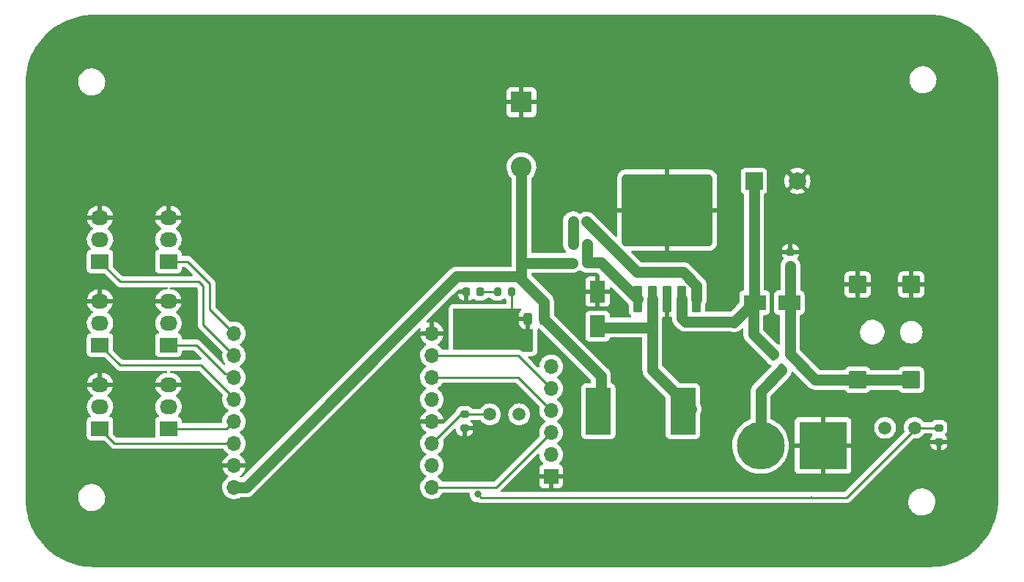
<source format=gtl>
G04 #@! TF.GenerationSoftware,KiCad,Pcbnew,(6.0.1)*
G04 #@! TF.CreationDate,2022-04-16T00:13:44-07:00*
G04 #@! TF.ProjectId,AnimatronicEyes,416e696d-6174-4726-9f6e-696345796573,rev?*
G04 #@! TF.SameCoordinates,Original*
G04 #@! TF.FileFunction,Copper,L1,Top*
G04 #@! TF.FilePolarity,Positive*
%FSLAX46Y46*%
G04 Gerber Fmt 4.6, Leading zero omitted, Abs format (unit mm)*
G04 Created by KiCad (PCBNEW (6.0.1)) date 2022-04-16 00:13:44*
%MOMM*%
%LPD*%
G01*
G04 APERTURE LIST*
G04 Aperture macros list*
%AMRoundRect*
0 Rectangle with rounded corners*
0 $1 Rounding radius*
0 $2 $3 $4 $5 $6 $7 $8 $9 X,Y pos of 4 corners*
0 Add a 4 corners polygon primitive as box body*
4,1,4,$2,$3,$4,$5,$6,$7,$8,$9,$2,$3,0*
0 Add four circle primitives for the rounded corners*
1,1,$1+$1,$2,$3*
1,1,$1+$1,$4,$5*
1,1,$1+$1,$6,$7*
1,1,$1+$1,$8,$9*
0 Add four rect primitives between the rounded corners*
20,1,$1+$1,$2,$3,$4,$5,0*
20,1,$1+$1,$4,$5,$6,$7,0*
20,1,$1+$1,$6,$7,$8,$9,0*
20,1,$1+$1,$8,$9,$2,$3,0*%
G04 Aperture macros list end*
G04 #@! TA.AperFunction,SMDPad,CuDef*
%ADD10R,1.800000X2.500000*%
G04 #@! TD*
G04 #@! TA.AperFunction,ComponentPad*
%ADD11R,2.030000X1.730000*%
G04 #@! TD*
G04 #@! TA.AperFunction,ComponentPad*
%ADD12O,2.030000X1.730000*%
G04 #@! TD*
G04 #@! TA.AperFunction,ComponentPad*
%ADD13C,1.500000*%
G04 #@! TD*
G04 #@! TA.AperFunction,SMDPad,CuDef*
%ADD14RoundRect,0.150000X-0.358000X-1.375000X0.358000X-1.375000X0.358000X1.375000X-0.358000X1.375000X0*%
G04 #@! TD*
G04 #@! TA.AperFunction,SMDPad,CuDef*
%ADD15RoundRect,0.500000X-4.745000X-3.690000X4.745000X-3.690000X4.745000X3.690000X-4.745000X3.690000X0*%
G04 #@! TD*
G04 #@! TA.AperFunction,SMDPad,CuDef*
%ADD16RoundRect,0.200000X0.200000X0.275000X-0.200000X0.275000X-0.200000X-0.275000X0.200000X-0.275000X0*%
G04 #@! TD*
G04 #@! TA.AperFunction,SMDPad,CuDef*
%ADD17R,2.500000X1.800000*%
G04 #@! TD*
G04 #@! TA.AperFunction,SMDPad,CuDef*
%ADD18RoundRect,0.150000X-0.150000X0.587500X-0.150000X-0.587500X0.150000X-0.587500X0.150000X0.587500X0*%
G04 #@! TD*
G04 #@! TA.AperFunction,SMDPad,CuDef*
%ADD19RoundRect,0.100000X0.900000X0.900000X-0.900000X0.900000X-0.900000X-0.900000X0.900000X-0.900000X0*%
G04 #@! TD*
G04 #@! TA.AperFunction,SMDPad,CuDef*
%ADD20RoundRect,0.225000X0.225000X0.250000X-0.225000X0.250000X-0.225000X-0.250000X0.225000X-0.250000X0*%
G04 #@! TD*
G04 #@! TA.AperFunction,SMDPad,CuDef*
%ADD21RoundRect,0.200000X-0.200000X-0.275000X0.200000X-0.275000X0.200000X0.275000X-0.200000X0.275000X0*%
G04 #@! TD*
G04 #@! TA.AperFunction,SMDPad,CuDef*
%ADD22RoundRect,0.200000X0.275000X-0.200000X0.275000X0.200000X-0.275000X0.200000X-0.275000X-0.200000X0*%
G04 #@! TD*
G04 #@! TA.AperFunction,ComponentPad*
%ADD23R,2.400000X2.400000*%
G04 #@! TD*
G04 #@! TA.AperFunction,ComponentPad*
%ADD24C,2.400000*%
G04 #@! TD*
G04 #@! TA.AperFunction,ComponentPad*
%ADD25O,1.700000X1.700000*%
G04 #@! TD*
G04 #@! TA.AperFunction,ComponentPad*
%ADD26R,5.516000X5.516000*%
G04 #@! TD*
G04 #@! TA.AperFunction,ComponentPad*
%ADD27C,5.516000*%
G04 #@! TD*
G04 #@! TA.AperFunction,SMDPad,CuDef*
%ADD28RoundRect,0.243750X0.243750X0.456250X-0.243750X0.456250X-0.243750X-0.456250X0.243750X-0.456250X0*%
G04 #@! TD*
G04 #@! TA.AperFunction,SMDPad,CuDef*
%ADD29RoundRect,0.200000X-0.275000X0.200000X-0.275000X-0.200000X0.275000X-0.200000X0.275000X0.200000X0*%
G04 #@! TD*
G04 #@! TA.AperFunction,SMDPad,CuDef*
%ADD30RoundRect,0.218750X-0.218750X-0.256250X0.218750X-0.256250X0.218750X0.256250X-0.218750X0.256250X0*%
G04 #@! TD*
G04 #@! TA.AperFunction,ComponentPad*
%ADD31R,1.700000X1.700000*%
G04 #@! TD*
G04 #@! TA.AperFunction,SMDPad,CuDef*
%ADD32R,2.900000X5.400000*%
G04 #@! TD*
G04 #@! TA.AperFunction,ComponentPad*
%ADD33R,2.000000X2.000000*%
G04 #@! TD*
G04 #@! TA.AperFunction,ComponentPad*
%ADD34C,2.000000*%
G04 #@! TD*
G04 #@! TA.AperFunction,ViaPad*
%ADD35C,0.800000*%
G04 #@! TD*
G04 #@! TA.AperFunction,Conductor*
%ADD36C,1.270000*%
G04 #@! TD*
G04 #@! TA.AperFunction,Conductor*
%ADD37C,0.250000*%
G04 #@! TD*
G04 #@! TA.AperFunction,Conductor*
%ADD38C,1.000000*%
G04 #@! TD*
G04 APERTURE END LIST*
D10*
X138200000Y-75062500D03*
X138200000Y-71062500D03*
D11*
X88621000Y-77254000D03*
D12*
X88621000Y-74714000D03*
X88621000Y-72174000D03*
D13*
X171400000Y-86800000D03*
X174800000Y-86800000D03*
D14*
X142817000Y-71959000D03*
X144519000Y-71959000D03*
X146221000Y-71959000D03*
X147923000Y-71959000D03*
X149625000Y-71959000D03*
D15*
X146221000Y-61654000D03*
D13*
X129139000Y-85254000D03*
X125739000Y-85254000D03*
D11*
X88621000Y-86904000D03*
D12*
X88621000Y-84364000D03*
X88621000Y-81824000D03*
D16*
X128270000Y-71120000D03*
X126620000Y-71120000D03*
D17*
X156333500Y-72354000D03*
X160333500Y-72354000D03*
D18*
X160396000Y-78316500D03*
X158496000Y-78316500D03*
X159446000Y-80191500D03*
D19*
X174421000Y-81254000D03*
X168221000Y-81254000D03*
X174421000Y-70254000D03*
X168221000Y-70254000D03*
D20*
X136904000Y-62946000D03*
X135354000Y-62946000D03*
D21*
X135329000Y-67746000D03*
X136979000Y-67746000D03*
D11*
X80721000Y-77254000D03*
D12*
X80721000Y-74714000D03*
X80721000Y-72174000D03*
D22*
X160471000Y-68154000D03*
X160471000Y-66504000D03*
D16*
X137000000Y-65600000D03*
X135350000Y-65600000D03*
D23*
X129400000Y-49200000D03*
D24*
X129400000Y-56700000D03*
D25*
X96197000Y-75894000D03*
X96197000Y-78434000D03*
X96197000Y-80974000D03*
X96197000Y-83514000D03*
X96197000Y-86054000D03*
X96197000Y-88594000D03*
X96197000Y-91134000D03*
X96197000Y-93674000D03*
X119057000Y-75894000D03*
X119057000Y-78434000D03*
X119057000Y-80974000D03*
X119057000Y-83514000D03*
X119057000Y-86054000D03*
X119057000Y-88594000D03*
X119057000Y-91134000D03*
X119057000Y-93674000D03*
D26*
X164221000Y-88854000D03*
D27*
X157021000Y-88854000D03*
D28*
X132000000Y-74200000D03*
X130125000Y-74200000D03*
D29*
X122821000Y-85204000D03*
X122821000Y-86854000D03*
D30*
X123037500Y-71120000D03*
X124612500Y-71120000D03*
D11*
X88621000Y-67604000D03*
D12*
X88621000Y-65064000D03*
X88621000Y-62524000D03*
D11*
X80721000Y-86904000D03*
D12*
X80721000Y-84364000D03*
X80721000Y-81824000D03*
D31*
X132821000Y-92404000D03*
D25*
X132821000Y-89864000D03*
X132821000Y-87324000D03*
X132821000Y-84784000D03*
X132821000Y-82244000D03*
X132821000Y-79704000D03*
D29*
X177600000Y-86800000D03*
X177600000Y-88450000D03*
D11*
X80721000Y-67604000D03*
D12*
X80721000Y-65064000D03*
X80721000Y-62524000D03*
D32*
X148037000Y-84902000D03*
X138287000Y-84902000D03*
D33*
X156255323Y-58293000D03*
D34*
X161255323Y-58293000D03*
D35*
X122500000Y-74000000D03*
X127500000Y-75400000D03*
X128600000Y-76800000D03*
X122500000Y-76800000D03*
X122500000Y-75400000D03*
X123750000Y-75400000D03*
X127500000Y-76800000D03*
X125000000Y-74000000D03*
X123750000Y-74000000D03*
X128600000Y-74000000D03*
X125000000Y-75400000D03*
X126250000Y-76800000D03*
X123750000Y-76800000D03*
X125000000Y-76800000D03*
X126250000Y-74000000D03*
X128600000Y-75400000D03*
X126250000Y-75400000D03*
X127500000Y-74000000D03*
X124333000Y-94488000D03*
D36*
X97587994Y-93674006D02*
X96196988Y-93674006D01*
X121920000Y-69342000D02*
X97587994Y-93674006D01*
X129191995Y-69342000D02*
X121920000Y-69342000D01*
D37*
X129450000Y-69600000D02*
X129192000Y-69342000D01*
X135329000Y-67746000D02*
X135325000Y-67750000D01*
D36*
X131999990Y-72249995D02*
X131999990Y-74199990D01*
X132000000Y-74200000D02*
X138587000Y-80787000D01*
X129399995Y-69650000D02*
X129399995Y-56699988D01*
X135325002Y-67750004D02*
X129550008Y-67750004D01*
X138587000Y-80787000D02*
X138587000Y-85102000D01*
X129399995Y-69650000D02*
X131999990Y-72249995D01*
X148336000Y-74549000D02*
X147922996Y-74135996D01*
X156255314Y-72294674D02*
X156255314Y-58293000D01*
X156196005Y-72354008D02*
X156196005Y-76016510D01*
D38*
X156196000Y-72354000D02*
X156255323Y-72294677D01*
D36*
X156196005Y-76016510D02*
X158496000Y-78316506D01*
X153934998Y-74614989D02*
X156196005Y-72354008D01*
X153869009Y-74549000D02*
X148336000Y-74549000D01*
X147922996Y-74135996D02*
X147922996Y-71958987D01*
D38*
X153935000Y-74615000D02*
X153869000Y-74549000D01*
D37*
X149625000Y-70377000D02*
X149625000Y-70425000D01*
D36*
X142748000Y-68834000D02*
X148082000Y-68834000D01*
X148082000Y-68834000D02*
X149624999Y-70376999D01*
X136903993Y-62989993D02*
X142748000Y-68834000D01*
D37*
X136904000Y-62946000D02*
X136904000Y-62990000D01*
D36*
X149624999Y-71958987D02*
X149624999Y-70425005D01*
X174421013Y-81253990D02*
X168221000Y-81253990D01*
X163333506Y-81253990D02*
X160395996Y-78316506D01*
D38*
X160396000Y-72429000D02*
X160471000Y-72354000D01*
D36*
X160395996Y-78316506D02*
X160395996Y-72428989D01*
X168221000Y-81253990D02*
X163333506Y-81253990D01*
X160471002Y-68153991D02*
X160471002Y-72354008D01*
D37*
X144438000Y-75200000D02*
X144519000Y-75281000D01*
D36*
X144518990Y-71958987D02*
X144518990Y-75281003D01*
X138200003Y-75200002D02*
X144437989Y-75200002D01*
X144518990Y-75281003D02*
X144518990Y-80139997D01*
X144518990Y-80139997D02*
X149027007Y-84647989D01*
D37*
X128270000Y-71120000D02*
X128270000Y-73670000D01*
X128270000Y-73670000D02*
X128600000Y-74000000D01*
X96191000Y-83514000D02*
X96191000Y-83372000D01*
X83035000Y-79568000D02*
X80721000Y-77254000D01*
X92387000Y-79568000D02*
X83035000Y-79568000D01*
X96191000Y-83372000D02*
X92387000Y-79568000D01*
X88621000Y-86904000D02*
X95341000Y-86904000D01*
X95341000Y-86904000D02*
X96191000Y-86054000D01*
X80721000Y-86904000D02*
X82411000Y-88594000D01*
X82411000Y-88594000D02*
X96197000Y-88594000D01*
X93403000Y-73106000D02*
X93403000Y-70170000D01*
X90837000Y-67604000D02*
X88621000Y-67604000D01*
X93403000Y-70170000D02*
X90837000Y-67604000D01*
X96191000Y-75894000D02*
X93403000Y-73106000D01*
X83033000Y-69916000D02*
X92133000Y-69916000D01*
X92641000Y-74884000D02*
X96191000Y-78434000D01*
X92133000Y-69916000D02*
X92641000Y-70424000D01*
X92641000Y-70424000D02*
X92641000Y-74884000D01*
X80721000Y-67604000D02*
X83033000Y-69916000D01*
X91851000Y-77254000D02*
X88621000Y-77254000D01*
X96191000Y-80974000D02*
X95801000Y-80584000D01*
X95801000Y-80584000D02*
X95181000Y-80584000D01*
X95181000Y-80584000D02*
X91851000Y-77254000D01*
D36*
X159446011Y-80191508D02*
X157020997Y-82616497D01*
X157020997Y-82616497D02*
X157020997Y-88854001D01*
D37*
X122821000Y-85204000D02*
X122441000Y-85204000D01*
X122821000Y-85204000D02*
X122871000Y-85254000D01*
X122441000Y-85204000D02*
X119051000Y-88594000D01*
X122871000Y-85254000D02*
X125739000Y-85254000D01*
X162862000Y-94854000D02*
X162814000Y-94806000D01*
X174800000Y-87000000D02*
X166946000Y-94854000D01*
X166946000Y-94854000D02*
X162862000Y-94854000D01*
X174800000Y-86800000D02*
X174800000Y-87000000D01*
X177600000Y-86800000D02*
X174800000Y-86800000D01*
X124693511Y-94848511D02*
X124333000Y-94488000D01*
X162771489Y-94848511D02*
X124693511Y-94848511D01*
X162814000Y-94806000D02*
X162771489Y-94848511D01*
X137000000Y-67725000D02*
X136979000Y-67746000D01*
D36*
X142817012Y-71958987D02*
X138603990Y-67745991D01*
X137000005Y-65599996D02*
X137000005Y-67725011D01*
X136979000Y-67745991D02*
X138603990Y-67745991D01*
D37*
X129011000Y-78434000D02*
X119051000Y-78434000D01*
X132821000Y-82244000D02*
X129011000Y-78434000D01*
X129011000Y-80974000D02*
X119051000Y-80974000D01*
X132821000Y-84784000D02*
X129011000Y-80974000D01*
X126471000Y-93674000D02*
X132821000Y-87324000D01*
X119051000Y-93674000D02*
X126471000Y-93674000D01*
D36*
X135354009Y-62946001D02*
X135354009Y-65596008D01*
D37*
X135354000Y-65596000D02*
X135350000Y-65600000D01*
X124612500Y-71120000D02*
X126620000Y-71120000D01*
G04 #@! TA.AperFunction,Conductor*
G36*
X176570056Y-39109500D02*
G01*
X176571496Y-39109724D01*
X176584858Y-39111805D01*
X176584861Y-39111805D01*
X176593730Y-39113186D01*
X176602631Y-39112022D01*
X176602637Y-39112022D01*
X176616192Y-39110249D01*
X176636831Y-39109258D01*
X177134281Y-39126252D01*
X177142864Y-39126840D01*
X177523644Y-39165985D01*
X177670344Y-39181067D01*
X177678853Y-39182236D01*
X178189892Y-39270347D01*
X178201441Y-39272338D01*
X178209863Y-39274089D01*
X178432557Y-39328358D01*
X178725050Y-39399637D01*
X178733334Y-39401958D01*
X179238764Y-39562374D01*
X179246870Y-39565255D01*
X179740182Y-39759791D01*
X179748063Y-39763214D01*
X180219828Y-39987576D01*
X180226943Y-39990960D01*
X180234582Y-39994918D01*
X180696803Y-40254811D01*
X180704148Y-40259277D01*
X181147565Y-40550116D01*
X181154576Y-40555063D01*
X181577119Y-40875487D01*
X181583793Y-40880917D01*
X181983476Y-41229424D01*
X181989763Y-41235297D01*
X182364703Y-41610237D01*
X182370576Y-41616524D01*
X182719083Y-42016207D01*
X182724513Y-42022881D01*
X183044930Y-42445415D01*
X183049884Y-42452435D01*
X183340719Y-42895846D01*
X183345189Y-42903197D01*
X183605082Y-43365418D01*
X183609040Y-43373057D01*
X183836781Y-43851926D01*
X183840209Y-43859818D01*
X184034745Y-44353130D01*
X184037626Y-44361236D01*
X184198042Y-44866666D01*
X184200363Y-44874950D01*
X184322993Y-45378159D01*
X184325911Y-45390135D01*
X184327662Y-45398559D01*
X184411233Y-45883261D01*
X184417763Y-45921137D01*
X184418933Y-45929656D01*
X184422746Y-45966739D01*
X184473160Y-46457136D01*
X184473748Y-46465719D01*
X184490484Y-46955636D01*
X184489057Y-46979320D01*
X184488705Y-46981584D01*
X184486814Y-46993730D01*
X184487978Y-47002632D01*
X184487978Y-47002635D01*
X184490936Y-47025251D01*
X184492000Y-47041589D01*
X184492000Y-94950672D01*
X184490500Y-94970056D01*
X184486814Y-94993730D01*
X184487978Y-95002631D01*
X184487978Y-95002637D01*
X184489751Y-95016192D01*
X184490742Y-95036831D01*
X184473748Y-95534281D01*
X184473160Y-95542864D01*
X184418934Y-96070339D01*
X184417764Y-96078853D01*
X184357687Y-96427298D01*
X184327662Y-96601441D01*
X184325911Y-96609865D01*
X184200363Y-97125050D01*
X184198042Y-97133334D01*
X184037626Y-97638764D01*
X184034745Y-97646870D01*
X183840209Y-98140182D01*
X183836781Y-98148074D01*
X183609040Y-98626943D01*
X183605082Y-98634582D01*
X183345189Y-99096803D01*
X183340723Y-99104148D01*
X183109690Y-99456386D01*
X183049891Y-99547556D01*
X183044930Y-99554585D01*
X182724513Y-99977119D01*
X182719083Y-99983793D01*
X182370576Y-100383476D01*
X182364703Y-100389763D01*
X181989763Y-100764703D01*
X181983476Y-100770576D01*
X181583793Y-101119083D01*
X181577123Y-101124510D01*
X181154576Y-101444937D01*
X181147565Y-101449884D01*
X180764745Y-101700977D01*
X180704154Y-101740719D01*
X180696803Y-101745189D01*
X180234582Y-102005082D01*
X180226943Y-102009040D01*
X179748063Y-102236786D01*
X179740182Y-102240209D01*
X179246870Y-102434745D01*
X179238764Y-102437626D01*
X178733334Y-102598042D01*
X178725050Y-102600363D01*
X178239509Y-102718687D01*
X178209865Y-102725911D01*
X178201441Y-102727662D01*
X177678853Y-102817764D01*
X177670344Y-102818933D01*
X177523644Y-102834015D01*
X177142864Y-102873160D01*
X177134281Y-102873748D01*
X176644364Y-102890484D01*
X176620680Y-102889057D01*
X176615146Y-102888196D01*
X176606270Y-102886814D01*
X176597368Y-102887978D01*
X176597365Y-102887978D01*
X176574749Y-102890936D01*
X176558411Y-102892000D01*
X80049328Y-102892000D01*
X80029943Y-102890500D01*
X80029841Y-102890484D01*
X80025133Y-102889751D01*
X80015142Y-102888195D01*
X80015139Y-102888195D01*
X80006270Y-102886814D01*
X79997369Y-102887978D01*
X79997363Y-102887978D01*
X79983808Y-102889751D01*
X79963169Y-102890742D01*
X79465719Y-102873748D01*
X79457136Y-102873160D01*
X79076356Y-102834015D01*
X78929656Y-102818933D01*
X78921147Y-102817764D01*
X78398559Y-102727662D01*
X78390135Y-102725911D01*
X78360492Y-102718687D01*
X77874950Y-102600363D01*
X77866666Y-102598042D01*
X77361236Y-102437626D01*
X77353130Y-102434745D01*
X76859818Y-102240209D01*
X76851937Y-102236786D01*
X76373057Y-102009040D01*
X76365418Y-102005082D01*
X75903197Y-101745189D01*
X75895846Y-101740719D01*
X75835255Y-101700977D01*
X75452435Y-101449884D01*
X75445424Y-101444937D01*
X75022877Y-101124510D01*
X75016207Y-101119083D01*
X74616524Y-100770576D01*
X74610237Y-100764703D01*
X74235297Y-100389763D01*
X74229424Y-100383476D01*
X73880917Y-99983793D01*
X73875487Y-99977119D01*
X73555070Y-99554585D01*
X73550109Y-99547556D01*
X73490311Y-99456386D01*
X73259277Y-99104148D01*
X73254811Y-99096803D01*
X72994918Y-98634582D01*
X72990960Y-98626943D01*
X72763219Y-98148074D01*
X72759791Y-98140182D01*
X72565255Y-97646870D01*
X72562374Y-97638764D01*
X72401958Y-97133334D01*
X72399637Y-97125050D01*
X72274089Y-96609865D01*
X72272338Y-96601441D01*
X72242313Y-96427298D01*
X72182236Y-96078853D01*
X72181066Y-96070339D01*
X72126840Y-95542864D01*
X72126252Y-95534281D01*
X72114015Y-95176079D01*
X72109645Y-95048159D01*
X72111319Y-95022953D01*
X72112264Y-95017337D01*
X72112264Y-95017334D01*
X72113071Y-95012539D01*
X72113224Y-95000000D01*
X72109273Y-94972412D01*
X72108000Y-94954549D01*
X72108000Y-94923568D01*
X78193382Y-94923568D01*
X78193963Y-94928588D01*
X78193963Y-94928592D01*
X78202226Y-95000000D01*
X78222208Y-95172699D01*
X78223587Y-95177573D01*
X78223588Y-95177577D01*
X78289043Y-95408890D01*
X78290494Y-95414017D01*
X78292628Y-95418592D01*
X78292630Y-95418599D01*
X78369256Y-95582923D01*
X78396484Y-95641313D01*
X78399326Y-95645494D01*
X78399326Y-95645495D01*
X78534605Y-95844552D01*
X78534608Y-95844556D01*
X78537451Y-95848739D01*
X78540928Y-95852416D01*
X78540929Y-95852417D01*
X78641238Y-95958491D01*
X78709767Y-96030959D01*
X78713793Y-96034037D01*
X78713794Y-96034038D01*
X78904981Y-96180212D01*
X78904985Y-96180215D01*
X78909001Y-96183285D01*
X79130026Y-96301797D01*
X79134807Y-96303443D01*
X79134811Y-96303445D01*
X79360538Y-96381169D01*
X79367156Y-96383448D01*
X79470689Y-96401331D01*
X79610380Y-96425460D01*
X79610386Y-96425461D01*
X79614290Y-96426135D01*
X79618251Y-96426315D01*
X79618252Y-96426315D01*
X79642931Y-96427436D01*
X79642950Y-96427436D01*
X79644350Y-96427500D01*
X79819015Y-96427500D01*
X79821523Y-96427298D01*
X79821528Y-96427298D01*
X80000944Y-96412863D01*
X80000949Y-96412862D01*
X80005985Y-96412457D01*
X80010893Y-96411252D01*
X80010896Y-96411251D01*
X80244625Y-96353841D01*
X80249539Y-96352634D01*
X80254191Y-96350659D01*
X80254195Y-96350658D01*
X80475741Y-96256617D01*
X80475742Y-96256617D01*
X80480396Y-96254641D01*
X80692615Y-96121000D01*
X80880738Y-95955147D01*
X81039924Y-95761351D01*
X81166078Y-95544596D01*
X81186184Y-95492220D01*
X81237498Y-95358542D01*
X81255955Y-95310461D01*
X81285954Y-95166866D01*
X81300510Y-95097186D01*
X81307241Y-95064967D01*
X81308577Y-95035564D01*
X81313662Y-94923568D01*
X81318618Y-94814432D01*
X81317316Y-94803175D01*
X81299736Y-94651240D01*
X81289792Y-94565301D01*
X81287582Y-94557489D01*
X81222884Y-94328852D01*
X81222883Y-94328850D01*
X81221506Y-94323983D01*
X81219372Y-94319408D01*
X81219370Y-94319401D01*
X81117653Y-94101269D01*
X81117651Y-94101265D01*
X81115516Y-94096687D01*
X81054224Y-94006499D01*
X80977395Y-93893448D01*
X80977392Y-93893444D01*
X80974549Y-93889261D01*
X80950392Y-93863715D01*
X80805713Y-93710721D01*
X80802233Y-93707041D01*
X80715456Y-93640695D01*
X94834251Y-93640695D01*
X94834548Y-93645848D01*
X94834548Y-93645851D01*
X94840201Y-93743884D01*
X94847110Y-93863715D01*
X94848247Y-93868761D01*
X94848248Y-93868767D01*
X94865249Y-93944203D01*
X94896222Y-94081639D01*
X94980266Y-94288616D01*
X94982965Y-94293020D01*
X95089600Y-94467033D01*
X95096987Y-94479088D01*
X95243250Y-94647938D01*
X95415126Y-94790632D01*
X95608000Y-94903338D01*
X95816692Y-94983030D01*
X95821760Y-94984061D01*
X95821763Y-94984062D01*
X95913063Y-95002637D01*
X96035597Y-95027567D01*
X96040772Y-95027757D01*
X96040774Y-95027757D01*
X96253673Y-95035564D01*
X96253677Y-95035564D01*
X96258837Y-95035753D01*
X96263957Y-95035097D01*
X96263959Y-95035097D01*
X96475288Y-95008025D01*
X96475289Y-95008025D01*
X96480416Y-95007368D01*
X96521024Y-94995185D01*
X96689429Y-94944661D01*
X96689434Y-94944659D01*
X96694384Y-94943174D01*
X96894994Y-94844896D01*
X96899210Y-94841889D01*
X96900555Y-94840930D01*
X96901126Y-94840747D01*
X96903648Y-94839244D01*
X96903996Y-94839828D01*
X96973726Y-94817506D01*
X97545189Y-94817506D01*
X97553430Y-94817776D01*
X97618055Y-94822012D01*
X97705967Y-94811607D01*
X97709180Y-94811270D01*
X97797273Y-94803175D01*
X97802833Y-94801607D01*
X97806406Y-94800945D01*
X97817409Y-94798756D01*
X97821022Y-94797988D01*
X97826759Y-94797309D01*
X97911270Y-94771068D01*
X97914367Y-94770152D01*
X97999543Y-94746129D01*
X98004731Y-94743571D01*
X98008182Y-94742246D01*
X98018560Y-94738105D01*
X98021947Y-94736702D01*
X98027467Y-94734988D01*
X98105740Y-94693807D01*
X98108676Y-94692311D01*
X98137517Y-94678088D01*
X98188031Y-94653177D01*
X98192662Y-94649719D01*
X98195865Y-94647756D01*
X98205252Y-94641833D01*
X98208345Y-94639824D01*
X98213457Y-94637135D01*
X98282950Y-94582350D01*
X98285520Y-94580379D01*
X98351795Y-94530890D01*
X98351802Y-94530883D01*
X98356423Y-94527433D01*
X98412257Y-94467032D01*
X98415686Y-94463467D01*
X117563504Y-75315649D01*
X117625816Y-75281623D01*
X117696631Y-75286688D01*
X117753467Y-75329235D01*
X117778278Y-75395755D01*
X117774016Y-75438416D01*
X117721389Y-75628183D01*
X117722912Y-75636607D01*
X117735292Y-75640000D01*
X118784885Y-75640000D01*
X118800124Y-75635525D01*
X118801329Y-75634135D01*
X118803000Y-75626452D01*
X118803000Y-75621885D01*
X119311000Y-75621885D01*
X119315475Y-75637124D01*
X119316865Y-75638329D01*
X119324548Y-75640000D01*
X120375344Y-75640000D01*
X120388875Y-75636027D01*
X120390180Y-75626947D01*
X120348214Y-75459875D01*
X120344894Y-75450124D01*
X120259972Y-75254814D01*
X120255105Y-75245739D01*
X120139426Y-75066926D01*
X120133136Y-75058757D01*
X119989806Y-74901240D01*
X119982273Y-74894215D01*
X119815139Y-74762222D01*
X119806552Y-74756517D01*
X119620117Y-74653599D01*
X119610705Y-74649369D01*
X119409959Y-74578280D01*
X119399988Y-74575646D01*
X119328837Y-74562972D01*
X119315540Y-74564432D01*
X119311000Y-74578989D01*
X119311000Y-75621885D01*
X118803000Y-75621885D01*
X118803000Y-74577102D01*
X118799082Y-74563758D01*
X118784806Y-74561771D01*
X118746324Y-74567660D01*
X118736288Y-74570051D01*
X118602461Y-74613792D01*
X118531497Y-74615943D01*
X118470635Y-74579387D01*
X118439199Y-74515729D01*
X118447169Y-74445181D01*
X118474221Y-74404932D01*
X121457887Y-71421266D01*
X122092000Y-71421266D01*
X122092337Y-71427782D01*
X122101804Y-71519021D01*
X122104697Y-71532417D01*
X122153830Y-71679687D01*
X122160004Y-71692866D01*
X122241470Y-71824514D01*
X122250506Y-71835915D01*
X122360080Y-71945298D01*
X122371491Y-71954310D01*
X122503291Y-72035553D01*
X122516468Y-72041697D01*
X122663843Y-72090579D01*
X122677210Y-72093445D01*
X122766700Y-72102614D01*
X122780624Y-72098525D01*
X122781829Y-72097135D01*
X122783500Y-72089452D01*
X122783500Y-71392115D01*
X122779025Y-71376876D01*
X122777635Y-71375671D01*
X122769952Y-71374000D01*
X122110115Y-71374000D01*
X122094876Y-71378475D01*
X122093671Y-71379865D01*
X122092000Y-71387548D01*
X122092000Y-71421266D01*
X121457887Y-71421266D01*
X121981011Y-70898142D01*
X122043323Y-70864116D01*
X122096891Y-70864117D01*
X122105547Y-70866000D01*
X123165500Y-70866000D01*
X123233621Y-70886002D01*
X123280114Y-70939658D01*
X123291500Y-70992000D01*
X123291500Y-72084885D01*
X123295975Y-72100124D01*
X123297365Y-72101329D01*
X123304321Y-72102842D01*
X123307782Y-72102663D01*
X123399021Y-72093196D01*
X123412417Y-72090303D01*
X123559687Y-72041170D01*
X123572866Y-72034996D01*
X123704514Y-71953530D01*
X123715915Y-71944494D01*
X123735533Y-71924842D01*
X123797816Y-71890763D01*
X123868636Y-71895766D01*
X123913723Y-71924686D01*
X123915803Y-71926762D01*
X123939947Y-71950864D01*
X124084308Y-72039849D01*
X124091256Y-72042154D01*
X124091257Y-72042154D01*
X124238738Y-72091072D01*
X124238740Y-72091072D01*
X124245269Y-72093238D01*
X124345428Y-72103500D01*
X124879572Y-72103500D01*
X124882818Y-72103163D01*
X124882822Y-72103163D01*
X124916603Y-72099658D01*
X124980982Y-72092978D01*
X125141849Y-72039308D01*
X125286055Y-71950071D01*
X125405864Y-71830053D01*
X125416139Y-71813384D01*
X125468912Y-71765890D01*
X125523399Y-71753500D01*
X125737775Y-71753500D01*
X125805896Y-71773502D01*
X125845551Y-71814229D01*
X125858361Y-71835381D01*
X125979619Y-71956639D01*
X126126301Y-72045472D01*
X126133548Y-72047743D01*
X126133550Y-72047744D01*
X126199836Y-72068517D01*
X126289938Y-72096753D01*
X126363365Y-72103500D01*
X126366263Y-72103500D01*
X126620665Y-72103499D01*
X126876634Y-72103499D01*
X126879492Y-72103236D01*
X126879501Y-72103236D01*
X126915004Y-72099974D01*
X126950062Y-72096753D01*
X126956447Y-72094752D01*
X127106450Y-72047744D01*
X127106452Y-72047743D01*
X127113699Y-72045472D01*
X127260381Y-71956639D01*
X127355905Y-71861115D01*
X127418217Y-71827089D01*
X127489032Y-71832154D01*
X127534095Y-71861115D01*
X127599595Y-71926615D01*
X127633621Y-71988927D01*
X127636500Y-72015710D01*
X127636500Y-72366000D01*
X127616498Y-72434121D01*
X127562842Y-72480614D01*
X127510500Y-72492000D01*
X121626000Y-72492000D01*
X121518020Y-72503609D01*
X121514736Y-72504323D01*
X121514732Y-72504324D01*
X121489661Y-72509778D01*
X121465678Y-72514995D01*
X121362628Y-72549293D01*
X121240990Y-72627465D01*
X121187334Y-72673958D01*
X121184393Y-72677352D01*
X121172803Y-72690727D01*
X121092645Y-72783234D01*
X121032579Y-72914760D01*
X121012577Y-72982881D01*
X121011937Y-72987329D01*
X121011936Y-72987336D01*
X120992639Y-73121552D01*
X120992638Y-73121559D01*
X120992000Y-73126000D01*
X120992000Y-77674500D01*
X120971998Y-77742621D01*
X120918342Y-77789114D01*
X120866000Y-77800500D01*
X120333805Y-77800500D01*
X120265684Y-77780498D01*
X120228013Y-77742940D01*
X120139822Y-77606617D01*
X120139820Y-77606614D01*
X120137014Y-77602277D01*
X119986670Y-77437051D01*
X119982619Y-77433852D01*
X119982615Y-77433848D01*
X119815414Y-77301800D01*
X119815410Y-77301798D01*
X119811359Y-77298598D01*
X119769569Y-77275529D01*
X119719598Y-77225097D01*
X119704826Y-77155654D01*
X119729942Y-77089248D01*
X119757294Y-77062641D01*
X119932328Y-76937792D01*
X119940200Y-76931139D01*
X120091052Y-76780812D01*
X120097730Y-76772965D01*
X120222003Y-76600020D01*
X120227313Y-76591183D01*
X120321670Y-76400267D01*
X120325469Y-76390672D01*
X120387377Y-76186910D01*
X120389555Y-76176837D01*
X120390986Y-76165962D01*
X120388775Y-76151778D01*
X120375617Y-76148000D01*
X117740225Y-76148000D01*
X117726694Y-76151973D01*
X117725257Y-76161966D01*
X117755565Y-76296446D01*
X117758645Y-76306275D01*
X117838770Y-76503603D01*
X117843413Y-76512794D01*
X117954694Y-76694388D01*
X117960777Y-76702699D01*
X118100213Y-76863667D01*
X118107580Y-76870883D01*
X118271434Y-77006916D01*
X118279881Y-77012831D01*
X118348969Y-77053203D01*
X118397693Y-77104842D01*
X118410764Y-77174625D01*
X118384033Y-77240396D01*
X118343584Y-77273752D01*
X118330607Y-77280507D01*
X118326474Y-77283610D01*
X118326471Y-77283612D01*
X118302247Y-77301800D01*
X118151965Y-77414635D01*
X117997629Y-77576138D01*
X117871743Y-77760680D01*
X117856003Y-77794590D01*
X117795745Y-77924405D01*
X117777688Y-77963305D01*
X117717989Y-78178570D01*
X117694251Y-78400695D01*
X117694548Y-78405848D01*
X117694548Y-78405851D01*
X117701887Y-78533132D01*
X117707110Y-78623715D01*
X117708247Y-78628761D01*
X117708248Y-78628767D01*
X117728119Y-78716939D01*
X117756222Y-78841639D01*
X117840266Y-79048616D01*
X117889285Y-79128608D01*
X117930648Y-79196106D01*
X117956987Y-79239088D01*
X118103250Y-79407938D01*
X118275126Y-79550632D01*
X118290408Y-79559562D01*
X118348445Y-79593476D01*
X118397169Y-79645114D01*
X118410240Y-79714897D01*
X118383509Y-79780669D01*
X118343055Y-79814027D01*
X118330607Y-79820507D01*
X118326474Y-79823610D01*
X118326471Y-79823612D01*
X118198077Y-79920013D01*
X118151965Y-79954635D01*
X118148393Y-79958373D01*
X118008083Y-80105199D01*
X117997629Y-80116138D01*
X117994715Y-80120410D01*
X117994714Y-80120411D01*
X117943731Y-80195150D01*
X117871743Y-80300680D01*
X117828162Y-80394567D01*
X117781342Y-80495434D01*
X117777688Y-80503305D01*
X117717989Y-80718570D01*
X117694251Y-80940695D01*
X117694548Y-80945848D01*
X117694548Y-80945851D01*
X117700011Y-81040590D01*
X117707110Y-81163715D01*
X117708247Y-81168761D01*
X117708248Y-81168767D01*
X117728119Y-81256939D01*
X117756222Y-81381639D01*
X117794461Y-81475811D01*
X117834539Y-81574511D01*
X117840266Y-81588616D01*
X117881924Y-81656596D01*
X117940011Y-81751385D01*
X117956987Y-81779088D01*
X118103250Y-81947938D01*
X118275126Y-82090632D01*
X118316153Y-82114606D01*
X118348445Y-82133476D01*
X118397169Y-82185114D01*
X118410240Y-82254897D01*
X118383509Y-82320669D01*
X118343055Y-82354027D01*
X118335967Y-82357717D01*
X118330607Y-82360507D01*
X118326474Y-82363610D01*
X118326471Y-82363612D01*
X118190649Y-82465590D01*
X118151965Y-82494635D01*
X118148393Y-82498373D01*
X118013123Y-82639925D01*
X117997629Y-82656138D01*
X117871743Y-82840680D01*
X117856003Y-82874590D01*
X117782412Y-83033129D01*
X117777688Y-83043305D01*
X117717989Y-83258570D01*
X117694251Y-83480695D01*
X117694548Y-83485848D01*
X117694548Y-83485851D01*
X117703298Y-83637609D01*
X117707110Y-83703715D01*
X117708247Y-83708761D01*
X117708248Y-83708767D01*
X117728119Y-83796939D01*
X117756222Y-83921639D01*
X117840266Y-84128616D01*
X117878366Y-84190789D01*
X117939253Y-84290148D01*
X117956987Y-84319088D01*
X118103250Y-84487938D01*
X118197905Y-84566522D01*
X118266766Y-84623691D01*
X118275126Y-84630632D01*
X118316341Y-84654716D01*
X118348955Y-84673774D01*
X118397679Y-84725412D01*
X118410750Y-84795195D01*
X118384019Y-84860967D01*
X118343562Y-84894327D01*
X118335457Y-84898546D01*
X118326738Y-84904036D01*
X118156433Y-85031905D01*
X118148726Y-85038748D01*
X118001590Y-85192717D01*
X117995104Y-85200727D01*
X117875098Y-85376649D01*
X117870000Y-85385623D01*
X117780338Y-85578783D01*
X117776775Y-85588470D01*
X117721389Y-85788183D01*
X117722912Y-85796607D01*
X117735292Y-85800000D01*
X120375344Y-85800000D01*
X120388875Y-85796027D01*
X120390180Y-85786947D01*
X120348214Y-85619875D01*
X120344894Y-85610124D01*
X120259972Y-85414814D01*
X120255105Y-85405739D01*
X120139426Y-85226926D01*
X120133136Y-85218757D01*
X119989806Y-85061240D01*
X119982273Y-85054215D01*
X119815139Y-84922222D01*
X119806556Y-84916520D01*
X119769602Y-84896120D01*
X119719631Y-84845687D01*
X119704859Y-84776245D01*
X119729975Y-84709839D01*
X119757327Y-84683232D01*
X119797305Y-84654716D01*
X119936860Y-84555173D01*
X120095096Y-84397489D01*
X120123858Y-84357463D01*
X120222435Y-84220277D01*
X120225453Y-84216077D01*
X120229192Y-84208513D01*
X120322136Y-84020453D01*
X120322137Y-84020451D01*
X120324430Y-84015811D01*
X120389370Y-83802069D01*
X120418529Y-83580590D01*
X120420156Y-83514000D01*
X120401852Y-83291361D01*
X120347431Y-83074702D01*
X120258354Y-82869840D01*
X120179478Y-82747916D01*
X120139822Y-82686617D01*
X120139820Y-82686614D01*
X120137014Y-82682277D01*
X119986670Y-82517051D01*
X119982619Y-82513852D01*
X119982615Y-82513848D01*
X119815414Y-82381800D01*
X119815410Y-82381798D01*
X119811359Y-82378598D01*
X119770053Y-82355796D01*
X119720084Y-82305364D01*
X119705312Y-82235921D01*
X119730428Y-82169516D01*
X119757780Y-82142909D01*
X119818581Y-82099540D01*
X119936860Y-82015173D01*
X120095096Y-81857489D01*
X120117730Y-81825991D01*
X120222435Y-81680277D01*
X120225453Y-81676077D01*
X120227746Y-81671437D01*
X120229446Y-81668608D01*
X120281674Y-81620518D01*
X120337451Y-81607500D01*
X128696406Y-81607500D01*
X128764527Y-81627502D01*
X128785501Y-81644405D01*
X131470778Y-84329682D01*
X131504804Y-84391994D01*
X131503100Y-84452448D01*
X131481989Y-84528570D01*
X131481441Y-84533700D01*
X131481440Y-84533704D01*
X131477321Y-84572249D01*
X131458251Y-84750695D01*
X131458548Y-84755848D01*
X131458548Y-84755851D01*
X131466617Y-84895797D01*
X131471110Y-84973715D01*
X131472247Y-84978761D01*
X131472248Y-84978767D01*
X131490835Y-85061240D01*
X131520222Y-85191639D01*
X131604266Y-85398616D01*
X131650076Y-85473371D01*
X131697913Y-85551434D01*
X131720987Y-85589088D01*
X131867250Y-85757938D01*
X132039126Y-85900632D01*
X132100575Y-85936540D01*
X132112445Y-85943476D01*
X132161169Y-85995114D01*
X132174240Y-86064897D01*
X132147509Y-86130669D01*
X132107055Y-86164027D01*
X132094607Y-86170507D01*
X132090474Y-86173610D01*
X132090471Y-86173612D01*
X131960636Y-86271095D01*
X131915965Y-86304635D01*
X131912393Y-86308373D01*
X131787759Y-86438795D01*
X131761629Y-86466138D01*
X131758715Y-86470410D01*
X131758714Y-86470411D01*
X131717598Y-86530685D01*
X131635743Y-86650680D01*
X131541688Y-86853305D01*
X131481989Y-87068570D01*
X131458251Y-87290695D01*
X131458548Y-87295848D01*
X131458548Y-87295851D01*
X131469455Y-87485011D01*
X131471110Y-87513715D01*
X131472247Y-87518761D01*
X131472248Y-87518767D01*
X131504453Y-87661668D01*
X131499917Y-87732520D01*
X131470631Y-87778464D01*
X126245500Y-93003595D01*
X126183188Y-93037621D01*
X126156405Y-93040500D01*
X120333805Y-93040500D01*
X120265684Y-93020498D01*
X120228013Y-92982940D01*
X120139822Y-92846617D01*
X120139820Y-92846614D01*
X120137014Y-92842277D01*
X119986670Y-92677051D01*
X119982619Y-92673852D01*
X119982615Y-92673848D01*
X119815414Y-92541800D01*
X119815410Y-92541798D01*
X119811359Y-92538598D01*
X119770053Y-92515796D01*
X119720084Y-92465364D01*
X119705312Y-92395921D01*
X119730428Y-92329516D01*
X119757780Y-92302909D01*
X119801603Y-92271650D01*
X119936860Y-92175173D01*
X119991180Y-92121043D01*
X120033635Y-92078736D01*
X120095096Y-92017489D01*
X120154594Y-91934689D01*
X120222435Y-91840277D01*
X120225453Y-91836077D01*
X120265794Y-91754454D01*
X120322136Y-91640453D01*
X120322137Y-91640451D01*
X120324430Y-91635811D01*
X120389370Y-91422069D01*
X120418529Y-91200590D01*
X120418611Y-91197240D01*
X120420074Y-91137365D01*
X120420074Y-91137361D01*
X120420156Y-91134000D01*
X120401852Y-90911361D01*
X120347431Y-90694702D01*
X120258354Y-90489840D01*
X120137014Y-90302277D01*
X119986670Y-90137051D01*
X119982619Y-90133852D01*
X119982615Y-90133848D01*
X119815414Y-90001800D01*
X119815410Y-90001798D01*
X119811359Y-89998598D01*
X119770053Y-89975796D01*
X119720084Y-89925364D01*
X119705312Y-89855921D01*
X119730428Y-89789516D01*
X119757780Y-89762909D01*
X119801603Y-89731650D01*
X119936860Y-89635173D01*
X120095096Y-89477489D01*
X120154594Y-89394689D01*
X120222435Y-89300277D01*
X120225453Y-89296077D01*
X120229611Y-89287665D01*
X120322136Y-89100453D01*
X120322137Y-89100451D01*
X120324430Y-89095811D01*
X120389370Y-88882069D01*
X120418529Y-88660590D01*
X120419505Y-88620638D01*
X120420074Y-88597365D01*
X120420074Y-88597361D01*
X120420156Y-88594000D01*
X120401852Y-88371361D01*
X120378276Y-88277500D01*
X120372617Y-88254969D01*
X120375422Y-88184028D01*
X120405726Y-88135179D01*
X121622906Y-86917999D01*
X121685218Y-86883973D01*
X121756033Y-86889038D01*
X121812869Y-86931585D01*
X121837680Y-86998105D01*
X121838001Y-87007094D01*
X121838001Y-87107705D01*
X121838264Y-87113454D01*
X121844132Y-87177315D01*
X121846743Y-87190351D01*
X121893715Y-87340243D01*
X121899921Y-87353988D01*
X121980824Y-87487574D01*
X121990131Y-87499443D01*
X122100557Y-87609869D01*
X122112426Y-87619176D01*
X122246012Y-87700079D01*
X122259757Y-87706285D01*
X122409644Y-87753256D01*
X122422694Y-87755869D01*
X122486521Y-87761734D01*
X122492309Y-87762000D01*
X122548885Y-87762000D01*
X122564124Y-87757525D01*
X122565329Y-87756135D01*
X122567000Y-87748452D01*
X122567000Y-87743884D01*
X123075000Y-87743884D01*
X123079475Y-87759123D01*
X123080865Y-87760328D01*
X123088548Y-87761999D01*
X123149705Y-87761999D01*
X123155454Y-87761736D01*
X123219315Y-87755868D01*
X123232351Y-87753257D01*
X123382243Y-87706285D01*
X123395988Y-87700079D01*
X123529574Y-87619176D01*
X123541443Y-87609869D01*
X123651869Y-87499443D01*
X123661176Y-87487574D01*
X123742079Y-87353988D01*
X123748285Y-87340243D01*
X123795256Y-87190356D01*
X123797869Y-87177306D01*
X123802913Y-87122414D01*
X123799525Y-87110876D01*
X123798135Y-87109671D01*
X123790452Y-87108000D01*
X123093115Y-87108000D01*
X123077876Y-87112475D01*
X123076671Y-87113865D01*
X123075000Y-87121548D01*
X123075000Y-87743884D01*
X122567000Y-87743884D01*
X122567000Y-86726000D01*
X122587002Y-86657879D01*
X122640658Y-86611386D01*
X122693000Y-86600000D01*
X123785884Y-86600000D01*
X123801123Y-86595525D01*
X123802328Y-86594135D01*
X123803291Y-86589706D01*
X123797868Y-86530685D01*
X123795257Y-86517649D01*
X123748285Y-86367757D01*
X123742079Y-86354012D01*
X123661176Y-86220426D01*
X123651869Y-86208557D01*
X123561761Y-86118449D01*
X123527735Y-86056137D01*
X123532800Y-85985322D01*
X123561761Y-85940259D01*
X123577615Y-85924405D01*
X123639927Y-85890379D01*
X123666710Y-85887500D01*
X124580646Y-85887500D01*
X124648767Y-85907502D01*
X124683858Y-85941228D01*
X124721589Y-85995114D01*
X124762244Y-86053174D01*
X124771251Y-86066038D01*
X124926962Y-86221749D01*
X124931471Y-86224906D01*
X124931473Y-86224908D01*
X124975750Y-86255911D01*
X125107346Y-86348056D01*
X125306924Y-86441120D01*
X125519629Y-86498115D01*
X125739000Y-86517307D01*
X125958371Y-86498115D01*
X126171076Y-86441120D01*
X126370654Y-86348056D01*
X126502250Y-86255911D01*
X126546527Y-86224908D01*
X126546529Y-86224906D01*
X126551038Y-86221749D01*
X126706749Y-86066038D01*
X126715757Y-86053174D01*
X126829899Y-85890162D01*
X126829900Y-85890160D01*
X126833056Y-85885653D01*
X126835379Y-85880671D01*
X126835382Y-85880666D01*
X126886724Y-85770561D01*
X126926120Y-85686076D01*
X126983115Y-85473371D01*
X127002307Y-85254000D01*
X127875693Y-85254000D01*
X127894885Y-85473371D01*
X127951880Y-85686076D01*
X127991276Y-85770561D01*
X128042618Y-85880666D01*
X128042621Y-85880671D01*
X128044944Y-85885653D01*
X128048100Y-85890160D01*
X128048101Y-85890162D01*
X128162244Y-86053174D01*
X128171251Y-86066038D01*
X128326962Y-86221749D01*
X128331471Y-86224906D01*
X128331473Y-86224908D01*
X128375750Y-86255911D01*
X128507346Y-86348056D01*
X128706924Y-86441120D01*
X128919629Y-86498115D01*
X129139000Y-86517307D01*
X129358371Y-86498115D01*
X129571076Y-86441120D01*
X129770654Y-86348056D01*
X129902250Y-86255911D01*
X129946527Y-86224908D01*
X129946529Y-86224906D01*
X129951038Y-86221749D01*
X130106749Y-86066038D01*
X130115757Y-86053174D01*
X130229899Y-85890162D01*
X130229900Y-85890160D01*
X130233056Y-85885653D01*
X130235379Y-85880671D01*
X130235382Y-85880666D01*
X130286724Y-85770561D01*
X130326120Y-85686076D01*
X130383115Y-85473371D01*
X130402307Y-85254000D01*
X130383115Y-85034629D01*
X130326120Y-84821924D01*
X130277450Y-84717550D01*
X130235382Y-84627334D01*
X130235378Y-84627327D01*
X130233056Y-84622347D01*
X130197977Y-84572249D01*
X130109908Y-84446473D01*
X130109906Y-84446470D01*
X130106749Y-84441962D01*
X129951038Y-84286251D01*
X129770654Y-84159944D01*
X129571076Y-84066880D01*
X129358371Y-84009885D01*
X129139000Y-83990693D01*
X128919629Y-84009885D01*
X128706924Y-84066880D01*
X128693191Y-84073284D01*
X128512334Y-84157618D01*
X128512329Y-84157621D01*
X128507347Y-84159944D01*
X128502840Y-84163100D01*
X128502838Y-84163101D01*
X128331473Y-84283092D01*
X128331470Y-84283094D01*
X128326962Y-84286251D01*
X128171251Y-84441962D01*
X128168094Y-84446470D01*
X128168092Y-84446473D01*
X128080023Y-84572249D01*
X128044944Y-84622347D01*
X128042622Y-84627327D01*
X128042618Y-84627334D01*
X128000550Y-84717550D01*
X127951880Y-84821924D01*
X127894885Y-85034629D01*
X127875693Y-85254000D01*
X127002307Y-85254000D01*
X126983115Y-85034629D01*
X126926120Y-84821924D01*
X126877450Y-84717550D01*
X126835382Y-84627334D01*
X126835378Y-84627327D01*
X126833056Y-84622347D01*
X126797977Y-84572249D01*
X126709908Y-84446473D01*
X126709906Y-84446470D01*
X126706749Y-84441962D01*
X126551038Y-84286251D01*
X126370654Y-84159944D01*
X126171076Y-84066880D01*
X125958371Y-84009885D01*
X125739000Y-83990693D01*
X125519629Y-84009885D01*
X125306924Y-84066880D01*
X125293191Y-84073284D01*
X125112334Y-84157618D01*
X125112329Y-84157621D01*
X125107347Y-84159944D01*
X125102840Y-84163100D01*
X125102838Y-84163101D01*
X124931473Y-84283092D01*
X124931470Y-84283094D01*
X124926962Y-84286251D01*
X124771251Y-84441962D01*
X124768094Y-84446470D01*
X124768092Y-84446473D01*
X124741794Y-84484031D01*
X124689830Y-84558244D01*
X124683859Y-84566771D01*
X124628402Y-84611099D01*
X124580646Y-84620500D01*
X123762398Y-84620500D01*
X123694277Y-84600498D01*
X123663246Y-84572249D01*
X123661575Y-84570118D01*
X123657639Y-84563619D01*
X123536381Y-84442361D01*
X123389699Y-84353528D01*
X123382452Y-84351257D01*
X123382450Y-84351256D01*
X123313607Y-84329682D01*
X123226062Y-84302247D01*
X123152635Y-84295500D01*
X123149737Y-84295500D01*
X122820140Y-84295501D01*
X122489366Y-84295501D01*
X122486508Y-84295764D01*
X122486499Y-84295764D01*
X122450996Y-84299026D01*
X122415938Y-84302247D01*
X122409560Y-84304246D01*
X122409559Y-84304246D01*
X122259550Y-84351256D01*
X122259548Y-84351257D01*
X122252301Y-84353528D01*
X122105619Y-84442361D01*
X121984361Y-84563619D01*
X121895528Y-84710301D01*
X121893257Y-84717548D01*
X121893256Y-84717550D01*
X121851564Y-84850590D01*
X121844247Y-84873938D01*
X121844072Y-84875840D01*
X121810445Y-84938651D01*
X120478000Y-86271095D01*
X120415688Y-86305121D01*
X120388905Y-86308000D01*
X117740225Y-86308000D01*
X117726694Y-86311973D01*
X117725257Y-86321966D01*
X117755565Y-86456446D01*
X117758645Y-86466275D01*
X117838770Y-86663603D01*
X117843413Y-86672794D01*
X117954694Y-86854388D01*
X117960777Y-86862699D01*
X118100213Y-87023667D01*
X118107580Y-87030883D01*
X118271434Y-87166916D01*
X118279881Y-87172831D01*
X118348969Y-87213203D01*
X118397693Y-87264842D01*
X118410764Y-87334625D01*
X118384033Y-87400396D01*
X118343584Y-87433752D01*
X118330607Y-87440507D01*
X118326474Y-87443610D01*
X118326471Y-87443612D01*
X118156100Y-87571530D01*
X118151965Y-87574635D01*
X118148393Y-87578373D01*
X118018356Y-87714449D01*
X117997629Y-87736138D01*
X117994715Y-87740410D01*
X117994714Y-87740411D01*
X117968756Y-87778464D01*
X117871743Y-87920680D01*
X117851049Y-87965261D01*
X117808299Y-88057360D01*
X117777688Y-88123305D01*
X117717989Y-88338570D01*
X117694251Y-88560695D01*
X117694548Y-88565848D01*
X117694548Y-88565851D01*
X117702772Y-88708475D01*
X117707110Y-88783715D01*
X117708247Y-88788761D01*
X117708248Y-88788767D01*
X117727690Y-88875033D01*
X117756222Y-89001639D01*
X117811900Y-89138758D01*
X117833817Y-89192733D01*
X117840266Y-89208616D01*
X117864095Y-89247502D01*
X117954291Y-89394688D01*
X117956987Y-89399088D01*
X118103250Y-89567938D01*
X118275126Y-89710632D01*
X118345595Y-89751811D01*
X118348445Y-89753476D01*
X118397169Y-89805114D01*
X118410240Y-89874897D01*
X118383509Y-89940669D01*
X118343055Y-89974027D01*
X118330607Y-89980507D01*
X118326474Y-89983610D01*
X118326471Y-89983612D01*
X118226374Y-90058767D01*
X118151965Y-90114635D01*
X118148393Y-90118373D01*
X118006748Y-90266596D01*
X117997629Y-90276138D01*
X117994715Y-90280410D01*
X117994714Y-90280411D01*
X117982404Y-90298457D01*
X117871743Y-90460680D01*
X117777688Y-90663305D01*
X117717989Y-90878570D01*
X117694251Y-91100695D01*
X117694548Y-91105848D01*
X117694548Y-91105851D01*
X117699825Y-91197368D01*
X117707110Y-91323715D01*
X117708247Y-91328761D01*
X117708248Y-91328767D01*
X117714750Y-91357618D01*
X117756222Y-91541639D01*
X117802932Y-91656672D01*
X117826353Y-91714351D01*
X117840266Y-91748616D01*
X117956987Y-91939088D01*
X118103250Y-92107938D01*
X118275126Y-92250632D01*
X118345595Y-92291811D01*
X118348445Y-92293476D01*
X118397169Y-92345114D01*
X118410240Y-92414897D01*
X118383509Y-92480669D01*
X118343055Y-92514027D01*
X118330607Y-92520507D01*
X118326474Y-92523610D01*
X118326471Y-92523612D01*
X118302247Y-92541800D01*
X118151965Y-92654635D01*
X117997629Y-92816138D01*
X117871743Y-93000680D01*
X117777688Y-93203305D01*
X117717989Y-93418570D01*
X117694251Y-93640695D01*
X117694548Y-93645848D01*
X117694548Y-93645851D01*
X117700201Y-93743884D01*
X117707110Y-93863715D01*
X117708247Y-93868761D01*
X117708248Y-93868767D01*
X117725249Y-93944203D01*
X117756222Y-94081639D01*
X117840266Y-94288616D01*
X117842965Y-94293020D01*
X117949600Y-94467033D01*
X117956987Y-94479088D01*
X118103250Y-94647938D01*
X118275126Y-94790632D01*
X118468000Y-94903338D01*
X118676692Y-94983030D01*
X118681760Y-94984061D01*
X118681763Y-94984062D01*
X118773063Y-95002637D01*
X118895597Y-95027567D01*
X118900772Y-95027757D01*
X118900774Y-95027757D01*
X119113673Y-95035564D01*
X119113677Y-95035564D01*
X119118837Y-95035753D01*
X119123957Y-95035097D01*
X119123959Y-95035097D01*
X119335288Y-95008025D01*
X119335289Y-95008025D01*
X119340416Y-95007368D01*
X119381024Y-94995185D01*
X119549429Y-94944661D01*
X119549434Y-94944659D01*
X119554384Y-94943174D01*
X119754994Y-94844896D01*
X119936860Y-94715173D01*
X119967936Y-94684206D01*
X120082206Y-94570334D01*
X120095096Y-94557489D01*
X120154594Y-94474689D01*
X120222435Y-94380277D01*
X120225453Y-94376077D01*
X120227746Y-94371437D01*
X120229446Y-94368608D01*
X120281674Y-94320518D01*
X120337451Y-94307500D01*
X123298530Y-94307500D01*
X123366651Y-94327502D01*
X123413144Y-94381158D01*
X123423840Y-94446670D01*
X123419496Y-94488000D01*
X123420186Y-94494565D01*
X123436857Y-94653177D01*
X123439458Y-94677928D01*
X123498473Y-94859556D01*
X123593960Y-95024944D01*
X123598378Y-95029851D01*
X123598379Y-95029852D01*
X123717325Y-95161955D01*
X123721747Y-95166866D01*
X123876248Y-95279118D01*
X123882276Y-95281802D01*
X123882278Y-95281803D01*
X124044681Y-95354109D01*
X124050712Y-95356794D01*
X124144113Y-95376647D01*
X124231056Y-95395128D01*
X124231061Y-95395128D01*
X124237513Y-95396500D01*
X124338624Y-95396500D01*
X124388663Y-95406863D01*
X124409042Y-95415681D01*
X124419699Y-95420902D01*
X124439101Y-95431568D01*
X124458451Y-95442206D01*
X124466127Y-95444177D01*
X124466130Y-95444178D01*
X124478073Y-95447244D01*
X124496778Y-95453648D01*
X124515366Y-95461692D01*
X124523189Y-95462931D01*
X124523199Y-95462934D01*
X124559035Y-95468610D01*
X124570655Y-95471016D01*
X124601839Y-95479022D01*
X124613481Y-95482011D01*
X124633735Y-95482011D01*
X124653445Y-95483562D01*
X124673454Y-95486731D01*
X124681346Y-95485985D01*
X124700091Y-95484213D01*
X124717473Y-95482570D01*
X124729330Y-95482011D01*
X162692722Y-95482011D01*
X162703905Y-95482538D01*
X162711398Y-95484213D01*
X162719322Y-95483964D01*
X162719323Y-95483964D01*
X162724742Y-95483794D01*
X162744946Y-95483158D01*
X162766303Y-95485519D01*
X162766427Y-95484535D01*
X162774293Y-95485529D01*
X162781970Y-95487500D01*
X162802224Y-95487500D01*
X162821934Y-95489051D01*
X162841943Y-95492220D01*
X162849835Y-95491474D01*
X162868580Y-95489702D01*
X162885962Y-95488059D01*
X162897819Y-95487500D01*
X166867233Y-95487500D01*
X166878416Y-95488027D01*
X166885909Y-95489702D01*
X166893835Y-95489453D01*
X166893836Y-95489453D01*
X166953986Y-95487562D01*
X166957945Y-95487500D01*
X166985856Y-95487500D01*
X166989791Y-95487003D01*
X166989856Y-95486995D01*
X167001693Y-95486062D01*
X167033951Y-95485048D01*
X167037970Y-95484922D01*
X167045889Y-95484673D01*
X167065343Y-95479021D01*
X167084700Y-95475013D01*
X167096930Y-95473468D01*
X167096931Y-95473468D01*
X167104797Y-95472474D01*
X167112168Y-95469555D01*
X167112170Y-95469555D01*
X167145912Y-95456196D01*
X167157142Y-95452351D01*
X167191983Y-95442229D01*
X167191984Y-95442229D01*
X167199593Y-95440018D01*
X167206412Y-95435985D01*
X167206417Y-95435983D01*
X167213882Y-95431568D01*
X174078382Y-95431568D01*
X174078963Y-95436588D01*
X174078963Y-95436592D01*
X174090763Y-95538569D01*
X174107208Y-95680699D01*
X174108587Y-95685573D01*
X174108588Y-95685577D01*
X174154758Y-95848739D01*
X174175494Y-95922017D01*
X174177628Y-95926592D01*
X174177630Y-95926599D01*
X174279347Y-96144731D01*
X174281484Y-96149313D01*
X174284326Y-96153494D01*
X174284326Y-96153495D01*
X174419605Y-96352552D01*
X174419608Y-96352556D01*
X174422451Y-96356739D01*
X174425928Y-96360416D01*
X174425929Y-96360417D01*
X174526238Y-96466491D01*
X174594767Y-96538959D01*
X174598793Y-96542037D01*
X174598794Y-96542038D01*
X174789981Y-96688212D01*
X174789985Y-96688215D01*
X174794001Y-96691285D01*
X175015026Y-96809797D01*
X175019807Y-96811443D01*
X175019811Y-96811445D01*
X175245538Y-96889169D01*
X175252156Y-96891448D01*
X175355689Y-96909331D01*
X175495380Y-96933460D01*
X175495386Y-96933461D01*
X175499290Y-96934135D01*
X175503251Y-96934315D01*
X175503252Y-96934315D01*
X175527931Y-96935436D01*
X175527950Y-96935436D01*
X175529350Y-96935500D01*
X175704015Y-96935500D01*
X175706523Y-96935298D01*
X175706528Y-96935298D01*
X175885944Y-96920863D01*
X175885949Y-96920862D01*
X175890985Y-96920457D01*
X175895893Y-96919252D01*
X175895896Y-96919251D01*
X176129625Y-96861841D01*
X176134539Y-96860634D01*
X176139191Y-96858659D01*
X176139195Y-96858658D01*
X176360741Y-96764617D01*
X176360742Y-96764617D01*
X176365396Y-96762641D01*
X176577615Y-96629000D01*
X176765738Y-96463147D01*
X176924924Y-96269351D01*
X177051078Y-96052596D01*
X177060797Y-96027279D01*
X177139143Y-95823181D01*
X177140955Y-95818461D01*
X177153800Y-95756979D01*
X177191206Y-95577921D01*
X177192241Y-95572967D01*
X177193530Y-95544596D01*
X177198434Y-95436592D01*
X177203618Y-95322432D01*
X177198607Y-95279118D01*
X177175374Y-95078334D01*
X177174792Y-95073301D01*
X177171004Y-95059912D01*
X177107884Y-94836852D01*
X177107883Y-94836850D01*
X177106506Y-94831983D01*
X177104372Y-94827408D01*
X177104370Y-94827401D01*
X177002653Y-94609269D01*
X177002651Y-94609265D01*
X177000516Y-94604687D01*
X176973749Y-94565301D01*
X176862395Y-94401448D01*
X176862392Y-94401444D01*
X176859549Y-94397261D01*
X176758925Y-94290853D01*
X176690713Y-94218721D01*
X176687233Y-94215041D01*
X176673200Y-94204312D01*
X176492019Y-94065788D01*
X176492015Y-94065785D01*
X176487999Y-94062715D01*
X176266974Y-93944203D01*
X176262193Y-93942557D01*
X176262189Y-93942555D01*
X176034633Y-93864201D01*
X176029844Y-93862552D01*
X175926311Y-93844669D01*
X175786620Y-93820540D01*
X175786614Y-93820539D01*
X175782710Y-93819865D01*
X175778749Y-93819685D01*
X175778748Y-93819685D01*
X175754069Y-93818564D01*
X175754050Y-93818564D01*
X175752650Y-93818500D01*
X175577985Y-93818500D01*
X175575477Y-93818702D01*
X175575472Y-93818702D01*
X175396056Y-93833137D01*
X175396051Y-93833138D01*
X175391015Y-93833543D01*
X175386107Y-93834748D01*
X175386104Y-93834749D01*
X175179147Y-93885583D01*
X175147461Y-93893366D01*
X175142809Y-93895341D01*
X175142805Y-93895342D01*
X174940959Y-93981021D01*
X174916604Y-93991359D01*
X174704385Y-94125000D01*
X174516262Y-94290853D01*
X174357076Y-94484649D01*
X174230922Y-94701404D01*
X174229109Y-94706127D01*
X174229108Y-94706129D01*
X174184624Y-94822012D01*
X174141045Y-94935539D01*
X174140012Y-94940485D01*
X174140010Y-94940491D01*
X174123865Y-95017775D01*
X174089759Y-95181033D01*
X174078382Y-95431568D01*
X167213882Y-95431568D01*
X167217028Y-95429707D01*
X167234776Y-95421012D01*
X167253617Y-95413552D01*
X167277088Y-95396500D01*
X167289387Y-95387564D01*
X167299307Y-95381048D01*
X167330535Y-95362580D01*
X167330538Y-95362578D01*
X167337362Y-95358542D01*
X167351683Y-95344221D01*
X167366717Y-95331380D01*
X167383107Y-95319472D01*
X167411298Y-95285395D01*
X167419288Y-95276616D01*
X173981610Y-88714294D01*
X176617709Y-88714294D01*
X176623132Y-88773315D01*
X176625743Y-88786351D01*
X176672715Y-88936243D01*
X176678921Y-88949988D01*
X176759824Y-89083574D01*
X176769131Y-89095443D01*
X176879557Y-89205869D01*
X176891426Y-89215176D01*
X177025012Y-89296079D01*
X177038757Y-89302285D01*
X177188644Y-89349256D01*
X177201694Y-89351869D01*
X177265521Y-89357734D01*
X177271309Y-89358000D01*
X177327885Y-89358000D01*
X177343124Y-89353525D01*
X177344329Y-89352135D01*
X177346000Y-89344452D01*
X177346000Y-89339884D01*
X177854000Y-89339884D01*
X177858475Y-89355123D01*
X177859865Y-89356328D01*
X177867548Y-89357999D01*
X177928705Y-89357999D01*
X177934454Y-89357736D01*
X177998315Y-89351868D01*
X178011351Y-89349257D01*
X178161243Y-89302285D01*
X178174988Y-89296079D01*
X178308574Y-89215176D01*
X178320443Y-89205869D01*
X178430869Y-89095443D01*
X178440176Y-89083574D01*
X178521079Y-88949988D01*
X178527285Y-88936243D01*
X178574256Y-88786356D01*
X178576869Y-88773306D01*
X178581913Y-88718414D01*
X178578525Y-88706876D01*
X178577135Y-88705671D01*
X178569452Y-88704000D01*
X177872115Y-88704000D01*
X177856876Y-88708475D01*
X177855671Y-88709865D01*
X177854000Y-88717548D01*
X177854000Y-89339884D01*
X177346000Y-89339884D01*
X177346000Y-88722115D01*
X177341525Y-88706876D01*
X177340135Y-88705671D01*
X177332452Y-88704000D01*
X176635116Y-88704000D01*
X176619877Y-88708475D01*
X176618672Y-88709865D01*
X176617709Y-88714294D01*
X173981610Y-88714294D01*
X174604518Y-88091386D01*
X174666830Y-88057360D01*
X174704591Y-88054960D01*
X174800000Y-88063307D01*
X175019371Y-88044115D01*
X175232076Y-87987120D01*
X175431654Y-87894056D01*
X175541509Y-87817134D01*
X175607527Y-87770908D01*
X175607529Y-87770906D01*
X175612038Y-87767749D01*
X175767749Y-87612038D01*
X175771320Y-87606939D01*
X175833058Y-87518767D01*
X175855142Y-87487228D01*
X175910598Y-87442901D01*
X175958354Y-87433500D01*
X176704290Y-87433500D01*
X176772411Y-87453502D01*
X176793385Y-87470405D01*
X176859239Y-87536259D01*
X176893265Y-87598571D01*
X176888200Y-87669386D01*
X176859239Y-87714449D01*
X176769131Y-87804557D01*
X176759824Y-87816426D01*
X176678921Y-87950012D01*
X176672715Y-87963757D01*
X176625744Y-88113644D01*
X176623131Y-88126694D01*
X176618087Y-88181586D01*
X176621475Y-88193124D01*
X176622865Y-88194329D01*
X176630548Y-88196000D01*
X178564884Y-88196000D01*
X178580123Y-88191525D01*
X178581328Y-88190135D01*
X178582291Y-88185706D01*
X178576868Y-88126685D01*
X178574257Y-88113649D01*
X178527285Y-87963757D01*
X178521079Y-87950012D01*
X178440176Y-87816426D01*
X178430869Y-87804557D01*
X178340761Y-87714449D01*
X178306735Y-87652137D01*
X178311800Y-87581322D01*
X178340761Y-87536259D01*
X178436639Y-87440381D01*
X178525472Y-87293699D01*
X178529945Y-87279428D01*
X178561945Y-87177315D01*
X178576753Y-87130062D01*
X178583500Y-87056635D01*
X178583500Y-86800000D01*
X178583499Y-86546249D01*
X178583499Y-86543366D01*
X178576753Y-86469938D01*
X178543908Y-86365130D01*
X178527744Y-86313550D01*
X178527743Y-86313548D01*
X178525472Y-86306301D01*
X178436639Y-86159619D01*
X178315381Y-86038361D01*
X178168699Y-85949528D01*
X178161452Y-85947257D01*
X178161450Y-85947256D01*
X178078576Y-85921285D01*
X178005062Y-85898247D01*
X177931635Y-85891500D01*
X177928737Y-85891500D01*
X177599140Y-85891501D01*
X177268366Y-85891501D01*
X177265508Y-85891764D01*
X177265499Y-85891764D01*
X177229996Y-85895026D01*
X177194938Y-85898247D01*
X177188560Y-85900246D01*
X177188559Y-85900246D01*
X177038550Y-85947256D01*
X177038548Y-85947257D01*
X177031301Y-85949528D01*
X176884619Y-86038361D01*
X176793385Y-86129595D01*
X176731073Y-86163621D01*
X176704290Y-86166500D01*
X175958354Y-86166500D01*
X175890233Y-86146498D01*
X175855141Y-86112771D01*
X175854952Y-86112500D01*
X175771731Y-85993649D01*
X175770908Y-85992473D01*
X175770906Y-85992470D01*
X175767749Y-85987962D01*
X175612038Y-85832251D01*
X175606212Y-85828171D01*
X175462746Y-85727715D01*
X175431654Y-85705944D01*
X175232076Y-85612880D01*
X175019371Y-85555885D01*
X174800000Y-85536693D01*
X174580629Y-85555885D01*
X174367924Y-85612880D01*
X174304026Y-85642676D01*
X174173334Y-85703618D01*
X174173329Y-85703621D01*
X174168347Y-85705944D01*
X174163840Y-85709100D01*
X174163838Y-85709101D01*
X173992473Y-85829092D01*
X173992470Y-85829094D01*
X173987962Y-85832251D01*
X173832251Y-85987962D01*
X173829094Y-85992470D01*
X173829092Y-85992473D01*
X173712055Y-86159619D01*
X173705944Y-86168347D01*
X173703621Y-86173329D01*
X173703618Y-86173334D01*
X173681659Y-86220426D01*
X173612880Y-86367924D01*
X173555885Y-86580629D01*
X173536693Y-86800000D01*
X173555885Y-87019371D01*
X173557307Y-87024677D01*
X173557308Y-87024684D01*
X173606549Y-87208452D01*
X173604859Y-87279428D01*
X173573937Y-87330158D01*
X166720500Y-94183595D01*
X166658188Y-94217621D01*
X166631405Y-94220500D01*
X163090546Y-94220500D01*
X163045472Y-94209679D01*
X163044817Y-94211498D01*
X163037360Y-94208813D01*
X163030296Y-94205214D01*
X163022248Y-94203415D01*
X162999707Y-94196091D01*
X162992145Y-94192819D01*
X162936691Y-94184036D01*
X162928918Y-94182553D01*
X162921733Y-94180947D01*
X162874092Y-94170298D01*
X162865857Y-94170557D01*
X162842186Y-94169067D01*
X162841890Y-94169020D01*
X162841885Y-94169020D01*
X162834057Y-94167780D01*
X162826165Y-94168526D01*
X162778153Y-94173064D01*
X162770255Y-94173561D01*
X162722032Y-94175077D01*
X162714111Y-94175326D01*
X162706505Y-94177535D01*
X162706502Y-94177536D01*
X162706201Y-94177624D01*
X162682904Y-94182068D01*
X162682697Y-94182088D01*
X162674708Y-94182843D01*
X162667250Y-94185528D01*
X162621870Y-94201866D01*
X162614341Y-94204312D01*
X162594735Y-94210008D01*
X162559583Y-94215011D01*
X127130083Y-94215011D01*
X127061962Y-94195009D01*
X127015469Y-94141353D01*
X127005365Y-94071079D01*
X127034859Y-94006499D01*
X127040988Y-93999916D01*
X127742235Y-93298669D01*
X131463001Y-93298669D01*
X131463371Y-93305490D01*
X131468895Y-93356352D01*
X131472521Y-93371604D01*
X131517676Y-93492054D01*
X131526214Y-93507649D01*
X131602715Y-93609724D01*
X131615276Y-93622285D01*
X131717351Y-93698786D01*
X131732946Y-93707324D01*
X131853394Y-93752478D01*
X131868649Y-93756105D01*
X131919514Y-93761631D01*
X131926328Y-93762000D01*
X132548885Y-93762000D01*
X132564124Y-93757525D01*
X132565329Y-93756135D01*
X132567000Y-93748452D01*
X132567000Y-93743884D01*
X133075000Y-93743884D01*
X133079475Y-93759123D01*
X133080865Y-93760328D01*
X133088548Y-93761999D01*
X133715669Y-93761999D01*
X133722490Y-93761629D01*
X133773352Y-93756105D01*
X133788604Y-93752479D01*
X133909054Y-93707324D01*
X133924649Y-93698786D01*
X134026724Y-93622285D01*
X134039285Y-93609724D01*
X134115786Y-93507649D01*
X134124324Y-93492054D01*
X134169478Y-93371606D01*
X134173105Y-93356351D01*
X134178631Y-93305486D01*
X134179000Y-93298672D01*
X134179000Y-92676115D01*
X134174525Y-92660876D01*
X134173135Y-92659671D01*
X134165452Y-92658000D01*
X133093115Y-92658000D01*
X133077876Y-92662475D01*
X133076671Y-92663865D01*
X133075000Y-92671548D01*
X133075000Y-93743884D01*
X132567000Y-93743884D01*
X132567000Y-92676115D01*
X132562525Y-92660876D01*
X132561135Y-92659671D01*
X132553452Y-92658000D01*
X131481116Y-92658000D01*
X131465877Y-92662475D01*
X131464672Y-92663865D01*
X131463001Y-92671548D01*
X131463001Y-93298669D01*
X127742235Y-93298669D01*
X131246019Y-89794886D01*
X131308331Y-89760860D01*
X131379147Y-89765925D01*
X131435982Y-89808472D01*
X131460905Y-89876728D01*
X131461473Y-89886582D01*
X131471110Y-90053715D01*
X131472247Y-90058761D01*
X131472248Y-90058767D01*
X131490835Y-90141240D01*
X131520222Y-90271639D01*
X131604266Y-90478616D01*
X131720987Y-90669088D01*
X131867250Y-90837938D01*
X131871225Y-90841238D01*
X131871231Y-90841244D01*
X131876425Y-90845556D01*
X131916059Y-90904460D01*
X131917555Y-90975441D01*
X131880439Y-91035962D01*
X131840168Y-91060480D01*
X131732946Y-91100676D01*
X131717351Y-91109214D01*
X131615276Y-91185715D01*
X131602715Y-91198276D01*
X131526214Y-91300351D01*
X131517676Y-91315946D01*
X131472522Y-91436394D01*
X131468895Y-91451649D01*
X131463369Y-91502514D01*
X131463000Y-91509328D01*
X131463000Y-92131885D01*
X131467475Y-92147124D01*
X131468865Y-92148329D01*
X131476548Y-92150000D01*
X134160884Y-92150000D01*
X134176123Y-92145525D01*
X134177328Y-92144135D01*
X134178999Y-92136452D01*
X134178999Y-91509331D01*
X134178629Y-91502510D01*
X134173105Y-91451648D01*
X134169479Y-91436396D01*
X134124324Y-91315946D01*
X134115786Y-91300351D01*
X134039285Y-91198276D01*
X134026724Y-91185715D01*
X133924649Y-91109214D01*
X133909054Y-91100676D01*
X133798813Y-91059348D01*
X133742049Y-91016706D01*
X133717349Y-90950145D01*
X133732557Y-90880796D01*
X133754104Y-90852115D01*
X133855430Y-90751144D01*
X133855440Y-90751132D01*
X133859096Y-90747489D01*
X133918594Y-90664689D01*
X133986435Y-90570277D01*
X133989453Y-90566077D01*
X134007756Y-90529045D01*
X134086136Y-90370453D01*
X134086137Y-90370451D01*
X134088430Y-90365811D01*
X134153370Y-90152069D01*
X134182529Y-89930590D01*
X134182657Y-89925364D01*
X134184074Y-89867365D01*
X134184074Y-89867361D01*
X134184156Y-89864000D01*
X134165852Y-89641361D01*
X134111431Y-89424702D01*
X134022354Y-89219840D01*
X133953796Y-89113865D01*
X133903822Y-89036617D01*
X133903820Y-89036614D01*
X133901014Y-89032277D01*
X133750670Y-88867051D01*
X133746619Y-88863852D01*
X133746615Y-88863848D01*
X133579414Y-88731800D01*
X133579410Y-88731798D01*
X133575359Y-88728598D01*
X133534053Y-88705796D01*
X133484084Y-88655364D01*
X133469312Y-88585921D01*
X133494428Y-88519516D01*
X133521780Y-88492909D01*
X133565603Y-88461650D01*
X133700860Y-88365173D01*
X133859096Y-88207489D01*
X133868553Y-88194329D01*
X133986435Y-88030277D01*
X133989453Y-88026077D01*
X134008004Y-87988543D01*
X134086136Y-87830453D01*
X134086137Y-87830451D01*
X134088430Y-87825811D01*
X134153370Y-87612069D01*
X134182529Y-87390590D01*
X134183830Y-87337357D01*
X134184074Y-87327365D01*
X134184074Y-87327361D01*
X134184156Y-87324000D01*
X134165852Y-87101361D01*
X134111431Y-86884702D01*
X134022354Y-86679840D01*
X133961715Y-86586106D01*
X133903822Y-86496617D01*
X133903820Y-86496614D01*
X133901014Y-86492277D01*
X133750670Y-86327051D01*
X133746619Y-86323852D01*
X133746615Y-86323848D01*
X133579414Y-86191800D01*
X133579410Y-86191798D01*
X133575359Y-86188598D01*
X133534053Y-86165796D01*
X133484084Y-86115364D01*
X133469312Y-86045921D01*
X133494428Y-85979516D01*
X133521780Y-85952909D01*
X133585438Y-85907502D01*
X133700860Y-85825173D01*
X133707835Y-85818223D01*
X133822707Y-85703751D01*
X133859096Y-85667489D01*
X133912068Y-85593771D01*
X133986435Y-85490277D01*
X133989453Y-85486077D01*
X133993109Y-85478681D01*
X134086136Y-85290453D01*
X134086137Y-85290451D01*
X134088430Y-85285811D01*
X134153370Y-85072069D01*
X134182529Y-84850590D01*
X134183100Y-84827235D01*
X134184074Y-84787365D01*
X134184074Y-84787361D01*
X134184156Y-84784000D01*
X134165852Y-84561361D01*
X134111431Y-84344702D01*
X134022354Y-84139840D01*
X133938282Y-84009885D01*
X133903822Y-83956617D01*
X133903820Y-83956614D01*
X133901014Y-83952277D01*
X133750670Y-83787051D01*
X133746619Y-83783852D01*
X133746615Y-83783848D01*
X133579414Y-83651800D01*
X133579410Y-83651798D01*
X133575359Y-83648598D01*
X133534053Y-83625796D01*
X133484084Y-83575364D01*
X133469312Y-83505921D01*
X133494428Y-83439516D01*
X133521780Y-83412909D01*
X133621115Y-83342054D01*
X133700860Y-83285173D01*
X133760914Y-83225329D01*
X133855435Y-83131137D01*
X133859096Y-83127489D01*
X133958785Y-82988757D01*
X133986435Y-82950277D01*
X133989453Y-82946077D01*
X134027132Y-82869840D01*
X134086136Y-82750453D01*
X134086137Y-82750451D01*
X134088430Y-82745811D01*
X134138372Y-82581434D01*
X134151865Y-82537023D01*
X134151865Y-82537021D01*
X134153370Y-82532069D01*
X134182529Y-82310590D01*
X134184156Y-82244000D01*
X134165852Y-82021361D01*
X134111431Y-81804702D01*
X134022354Y-81599840D01*
X133938911Y-81470857D01*
X133903822Y-81416617D01*
X133903820Y-81416614D01*
X133901014Y-81412277D01*
X133750670Y-81247051D01*
X133746619Y-81243852D01*
X133746615Y-81243848D01*
X133579414Y-81111800D01*
X133579410Y-81111798D01*
X133575359Y-81108598D01*
X133534053Y-81085796D01*
X133484084Y-81035364D01*
X133469312Y-80965921D01*
X133494428Y-80899516D01*
X133521780Y-80872909D01*
X133593763Y-80821564D01*
X133700860Y-80745173D01*
X133777253Y-80669047D01*
X133855435Y-80591137D01*
X133859096Y-80587489D01*
X133867710Y-80575502D01*
X133986435Y-80410277D01*
X133989453Y-80406077D01*
X134000305Y-80384121D01*
X134086136Y-80210453D01*
X134086137Y-80210451D01*
X134088430Y-80205811D01*
X134136531Y-80047492D01*
X134151865Y-79997023D01*
X134151865Y-79997021D01*
X134153370Y-79992069D01*
X134182529Y-79770590D01*
X134182682Y-79764322D01*
X134184074Y-79707365D01*
X134184074Y-79707361D01*
X134184156Y-79704000D01*
X134165852Y-79481361D01*
X134111431Y-79264702D01*
X134022354Y-79059840D01*
X133938911Y-78930857D01*
X133903822Y-78876617D01*
X133903820Y-78876614D01*
X133901014Y-78872277D01*
X133750670Y-78707051D01*
X133746619Y-78703852D01*
X133746615Y-78703848D01*
X133579414Y-78571800D01*
X133579410Y-78571798D01*
X133575359Y-78568598D01*
X133379789Y-78460638D01*
X133374920Y-78458914D01*
X133374916Y-78458912D01*
X133174087Y-78387795D01*
X133174083Y-78387794D01*
X133169212Y-78386069D01*
X133164119Y-78385162D01*
X133164116Y-78385161D01*
X132954373Y-78347800D01*
X132954367Y-78347799D01*
X132949284Y-78346894D01*
X132875452Y-78345992D01*
X132731081Y-78344228D01*
X132731079Y-78344228D01*
X132725911Y-78344165D01*
X132505091Y-78377955D01*
X132292756Y-78447357D01*
X132262443Y-78463137D01*
X132190497Y-78500590D01*
X132094607Y-78550507D01*
X132090474Y-78553610D01*
X132090471Y-78553612D01*
X131920100Y-78681530D01*
X131915965Y-78684635D01*
X131912393Y-78688373D01*
X131770748Y-78836596D01*
X131761629Y-78846138D01*
X131758715Y-78850410D01*
X131758714Y-78850411D01*
X131700458Y-78935811D01*
X131635743Y-79030680D01*
X131541688Y-79233305D01*
X131481989Y-79448570D01*
X131458251Y-79670695D01*
X131458548Y-79675853D01*
X131458422Y-79681024D01*
X131456914Y-79680987D01*
X131442410Y-79743485D01*
X131391518Y-79792988D01*
X131321942Y-79807118D01*
X131255771Y-79781389D01*
X131243574Y-79770670D01*
X130737607Y-79264702D01*
X130196000Y-78723095D01*
X130161974Y-78660783D01*
X130167039Y-78589967D01*
X130209586Y-78533132D01*
X130276106Y-78508321D01*
X130285095Y-78508000D01*
X130624000Y-78508000D01*
X130731980Y-78496391D01*
X130735264Y-78495677D01*
X130735268Y-78495676D01*
X130760339Y-78490222D01*
X130784322Y-78485005D01*
X130887372Y-78450707D01*
X131009010Y-78372535D01*
X131016893Y-78365705D01*
X131059273Y-78328982D01*
X131062666Y-78326042D01*
X131157355Y-78216766D01*
X131162116Y-78206342D01*
X131215552Y-78089332D01*
X131217421Y-78085240D01*
X131237423Y-78017119D01*
X131241329Y-77989954D01*
X131257361Y-77878448D01*
X131257362Y-77878441D01*
X131258000Y-77874000D01*
X131258000Y-75496430D01*
X131257790Y-75491734D01*
X131256424Y-75461273D01*
X131273356Y-75392324D01*
X131324876Y-75343475D01*
X131394627Y-75330235D01*
X131433093Y-75340764D01*
X131436171Y-75342661D01*
X131443113Y-75344964D01*
X131443116Y-75344965D01*
X131480269Y-75357288D01*
X131541524Y-75377605D01*
X131590950Y-75408103D01*
X137406595Y-81223748D01*
X137440621Y-81286060D01*
X137443500Y-81312843D01*
X137443500Y-81567500D01*
X137423498Y-81635621D01*
X137369842Y-81682114D01*
X137317500Y-81693500D01*
X136788866Y-81693500D01*
X136726684Y-81700255D01*
X136590295Y-81751385D01*
X136473739Y-81838739D01*
X136386385Y-81955295D01*
X136335255Y-82091684D01*
X136328500Y-82153866D01*
X136328500Y-87650134D01*
X136335255Y-87712316D01*
X136386385Y-87848705D01*
X136473739Y-87965261D01*
X136590295Y-88052615D01*
X136726684Y-88103745D01*
X136788866Y-88110500D01*
X139785134Y-88110500D01*
X139847316Y-88103745D01*
X139983705Y-88052615D01*
X140100261Y-87965261D01*
X140187615Y-87848705D01*
X140238745Y-87712316D01*
X140245500Y-87650134D01*
X140245500Y-82153866D01*
X140238745Y-82091684D01*
X140187615Y-81955295D01*
X140100261Y-81838739D01*
X139983705Y-81751385D01*
X139847316Y-81700255D01*
X139839460Y-81699402D01*
X139831778Y-81697575D01*
X139832301Y-81695376D01*
X139777321Y-81672525D01*
X139736900Y-81614158D01*
X139730500Y-81574511D01*
X139730500Y-80829805D01*
X139730770Y-80821564D01*
X139734628Y-80762705D01*
X139735006Y-80756939D01*
X139724602Y-80669041D01*
X139724259Y-80665766D01*
X139716169Y-80577721D01*
X139714599Y-80572155D01*
X139713914Y-80568459D01*
X139711756Y-80557610D01*
X139710983Y-80553974D01*
X139710304Y-80548235D01*
X139684069Y-80463744D01*
X139683140Y-80460608D01*
X139660693Y-80381018D01*
X139659123Y-80375451D01*
X139656565Y-80370263D01*
X139655240Y-80366812D01*
X139651099Y-80356434D01*
X139649696Y-80353047D01*
X139647982Y-80347527D01*
X139606801Y-80269254D01*
X139605305Y-80266318D01*
X139601958Y-80259531D01*
X139566171Y-80186963D01*
X139562713Y-80182332D01*
X139560750Y-80179129D01*
X139554827Y-80169742D01*
X139552818Y-80166649D01*
X139550129Y-80161537D01*
X139495344Y-80092044D01*
X139493373Y-80089474D01*
X139443884Y-80023199D01*
X139443877Y-80023192D01*
X139440427Y-80018571D01*
X139417117Y-79997023D01*
X139380027Y-79962738D01*
X139376461Y-79959308D01*
X133180395Y-73763242D01*
X133146369Y-73700930D01*
X133143490Y-73674147D01*
X133143490Y-72357169D01*
X136792001Y-72357169D01*
X136792371Y-72363990D01*
X136797895Y-72414852D01*
X136801521Y-72430104D01*
X136846676Y-72550554D01*
X136855214Y-72566149D01*
X136931715Y-72668224D01*
X136944276Y-72680785D01*
X137046351Y-72757286D01*
X137061946Y-72765824D01*
X137182394Y-72810978D01*
X137197649Y-72814605D01*
X137248514Y-72820131D01*
X137255328Y-72820500D01*
X137927885Y-72820500D01*
X137943124Y-72816025D01*
X137944329Y-72814635D01*
X137946000Y-72806952D01*
X137946000Y-72802384D01*
X138454000Y-72802384D01*
X138458475Y-72817623D01*
X138459865Y-72818828D01*
X138467548Y-72820499D01*
X139144669Y-72820499D01*
X139151490Y-72820129D01*
X139202352Y-72814605D01*
X139217604Y-72810979D01*
X139338054Y-72765824D01*
X139353649Y-72757286D01*
X139455724Y-72680785D01*
X139468285Y-72668224D01*
X139544786Y-72566149D01*
X139553324Y-72550554D01*
X139598478Y-72430106D01*
X139602105Y-72414851D01*
X139607631Y-72363986D01*
X139608000Y-72357172D01*
X139608000Y-71334615D01*
X139603525Y-71319376D01*
X139602135Y-71318171D01*
X139594452Y-71316500D01*
X138472115Y-71316500D01*
X138456876Y-71320975D01*
X138455671Y-71322365D01*
X138454000Y-71330048D01*
X138454000Y-72802384D01*
X137946000Y-72802384D01*
X137946000Y-71334615D01*
X137941525Y-71319376D01*
X137940135Y-71318171D01*
X137932452Y-71316500D01*
X136810116Y-71316500D01*
X136794877Y-71320975D01*
X136793672Y-71322365D01*
X136792001Y-71330048D01*
X136792001Y-72357169D01*
X133143490Y-72357169D01*
X133143490Y-72292790D01*
X133143760Y-72284549D01*
X133147617Y-72225700D01*
X133147995Y-72219934D01*
X133137598Y-72132087D01*
X133137254Y-72128808D01*
X133129688Y-72046472D01*
X133129688Y-72046471D01*
X133129159Y-72040716D01*
X133127591Y-72035157D01*
X133126929Y-72031583D01*
X133124740Y-72020580D01*
X133123972Y-72016967D01*
X133123293Y-72011230D01*
X133097052Y-71926719D01*
X133096129Y-71923600D01*
X133094643Y-71918329D01*
X133072113Y-71838446D01*
X133069555Y-71833258D01*
X133068230Y-71829807D01*
X133064089Y-71819429D01*
X133062686Y-71816042D01*
X133060972Y-71810522D01*
X133037491Y-71765890D01*
X133019792Y-71732250D01*
X133018295Y-71729313D01*
X132984448Y-71660679D01*
X132979161Y-71649958D01*
X132975703Y-71645327D01*
X132973740Y-71642124D01*
X132967817Y-71632737D01*
X132965808Y-71629644D01*
X132963119Y-71624532D01*
X132908334Y-71555039D01*
X132906363Y-71552469D01*
X132856874Y-71486194D01*
X132856867Y-71486187D01*
X132853417Y-71481566D01*
X132822119Y-71452634D01*
X132793017Y-71425733D01*
X132789451Y-71422303D01*
X132157533Y-70790385D01*
X136792000Y-70790385D01*
X136796475Y-70805624D01*
X136797865Y-70806829D01*
X136805548Y-70808500D01*
X137927885Y-70808500D01*
X137943124Y-70804025D01*
X137944329Y-70802635D01*
X137946000Y-70794952D01*
X137946000Y-69322616D01*
X137941525Y-69307377D01*
X137940135Y-69306172D01*
X137932452Y-69304501D01*
X137255331Y-69304501D01*
X137248510Y-69304871D01*
X137197648Y-69310395D01*
X137182396Y-69314021D01*
X137061946Y-69359176D01*
X137046351Y-69367714D01*
X136944276Y-69444215D01*
X136931715Y-69456776D01*
X136855214Y-69558851D01*
X136846676Y-69574446D01*
X136801522Y-69694894D01*
X136797895Y-69710149D01*
X136792369Y-69761014D01*
X136792000Y-69767828D01*
X136792000Y-70790385D01*
X132157533Y-70790385D01*
X130580400Y-69213252D01*
X130546374Y-69150940D01*
X130543495Y-69124157D01*
X130543495Y-69019504D01*
X130563497Y-68951383D01*
X130617153Y-68904890D01*
X130669495Y-68893504D01*
X135378318Y-68893504D01*
X135534281Y-68879173D01*
X135539843Y-68877604D01*
X135539845Y-68877604D01*
X135681539Y-68837642D01*
X135736551Y-68822127D01*
X135925039Y-68729175D01*
X136080692Y-68612944D01*
X136147241Y-68588212D01*
X136216597Y-68603386D01*
X136234086Y-68614952D01*
X136353537Y-68709119D01*
X136358653Y-68711810D01*
X136358655Y-68711812D01*
X136451333Y-68760572D01*
X136539527Y-68806973D01*
X136740234Y-68869295D01*
X136745969Y-68869974D01*
X136745970Y-68869974D01*
X136783620Y-68874430D01*
X136910874Y-68889491D01*
X138078147Y-68889491D01*
X138146268Y-68909493D01*
X138167242Y-68926395D01*
X138238350Y-68997502D01*
X138365006Y-69124157D01*
X138424091Y-69183242D01*
X138458116Y-69245554D01*
X138458117Y-69299120D01*
X138454000Y-69318047D01*
X138454000Y-70790385D01*
X138458475Y-70805624D01*
X138459865Y-70806829D01*
X138467548Y-70808500D01*
X139589884Y-70808500D01*
X139605123Y-70804025D01*
X139606328Y-70802635D01*
X139607999Y-70794952D01*
X139607999Y-70671333D01*
X139628001Y-70603212D01*
X139681657Y-70556719D01*
X139751931Y-70546615D01*
X139816511Y-70576109D01*
X139823094Y-70582237D01*
X141101981Y-71861115D01*
X141715871Y-72475001D01*
X141763595Y-72522725D01*
X141797620Y-72585037D01*
X141800500Y-72611821D01*
X141800500Y-73400502D01*
X141800693Y-73402950D01*
X141800693Y-73402958D01*
X141801547Y-73413800D01*
X141803438Y-73437831D01*
X141832472Y-73537769D01*
X141840615Y-73565795D01*
X141849855Y-73597601D01*
X141853892Y-73604427D01*
X141930509Y-73733980D01*
X141930511Y-73733983D01*
X141934547Y-73740807D01*
X142035147Y-73841407D01*
X142069173Y-73903719D01*
X142064108Y-73974534D01*
X142021561Y-74031370D01*
X141955041Y-74056181D01*
X141946052Y-74056502D01*
X139734500Y-74056502D01*
X139666379Y-74036500D01*
X139619886Y-73982844D01*
X139608500Y-73930502D01*
X139608500Y-73764366D01*
X139601745Y-73702184D01*
X139550615Y-73565795D01*
X139463261Y-73449239D01*
X139346705Y-73361885D01*
X139210316Y-73310755D01*
X139148134Y-73304000D01*
X137251866Y-73304000D01*
X137189684Y-73310755D01*
X137053295Y-73361885D01*
X136936739Y-73449239D01*
X136849385Y-73565795D01*
X136798255Y-73702184D01*
X136791500Y-73764366D01*
X136791500Y-76360634D01*
X136798255Y-76422816D01*
X136849385Y-76559205D01*
X136936739Y-76675761D01*
X137053295Y-76763115D01*
X137189684Y-76814245D01*
X137251866Y-76821000D01*
X139148134Y-76821000D01*
X139210316Y-76814245D01*
X139346705Y-76763115D01*
X139463261Y-76675761D01*
X139550615Y-76559205D01*
X139558868Y-76537192D01*
X139600824Y-76425273D01*
X139643465Y-76368508D01*
X139710027Y-76343808D01*
X139718806Y-76343502D01*
X143249490Y-76343502D01*
X143317611Y-76363504D01*
X143364104Y-76417160D01*
X143375490Y-76469502D01*
X143375490Y-80097202D01*
X143375220Y-80105442D01*
X143370985Y-80170061D01*
X143380638Y-80251617D01*
X143381385Y-80257924D01*
X143381728Y-80261199D01*
X143389821Y-80349276D01*
X143391389Y-80354837D01*
X143392072Y-80358521D01*
X143394231Y-80369375D01*
X143395009Y-80373035D01*
X143395687Y-80378765D01*
X143397398Y-80384277D01*
X143397400Y-80384284D01*
X143421922Y-80463257D01*
X143422859Y-80466421D01*
X143428855Y-80487680D01*
X143446867Y-80551546D01*
X143449425Y-80556733D01*
X143450751Y-80560188D01*
X143454915Y-80570626D01*
X143456299Y-80573967D01*
X143458009Y-80579473D01*
X143496768Y-80653142D01*
X143499195Y-80657755D01*
X143500688Y-80660686D01*
X143539819Y-80740034D01*
X143543278Y-80744666D01*
X143545193Y-80747791D01*
X143551187Y-80757291D01*
X143553173Y-80760350D01*
X143555863Y-80765462D01*
X143559440Y-80769999D01*
X143559443Y-80770004D01*
X143610626Y-80834929D01*
X143612635Y-80837547D01*
X143662106Y-80903798D01*
X143662113Y-80903805D01*
X143665563Y-80908426D01*
X143706049Y-80945851D01*
X143725941Y-80964239D01*
X143729507Y-80967668D01*
X145993207Y-83231354D01*
X146041595Y-83279742D01*
X146075620Y-83342054D01*
X146078500Y-83368838D01*
X146078500Y-87650134D01*
X146085255Y-87712316D01*
X146136385Y-87848705D01*
X146223739Y-87965261D01*
X146340295Y-88052615D01*
X146476684Y-88103745D01*
X146538866Y-88110500D01*
X149535134Y-88110500D01*
X149597316Y-88103745D01*
X149733705Y-88052615D01*
X149850261Y-87965261D01*
X149937615Y-87848705D01*
X149988745Y-87712316D01*
X149995500Y-87650134D01*
X149995500Y-85299075D01*
X150016608Y-85232640D01*
X150015330Y-85231902D01*
X150018214Y-85226907D01*
X150021551Y-85222185D01*
X150109537Y-85031329D01*
X150161268Y-84827635D01*
X150175012Y-84617925D01*
X150150310Y-84409221D01*
X150131835Y-84349720D01*
X150089702Y-84214033D01*
X150087988Y-84208513D01*
X150009992Y-84060267D01*
X149995500Y-84001600D01*
X149995500Y-82153866D01*
X149988745Y-82091684D01*
X149937615Y-81955295D01*
X149850261Y-81838739D01*
X149733705Y-81751385D01*
X149597316Y-81700255D01*
X149535134Y-81693500D01*
X147741851Y-81693500D01*
X147673730Y-81673498D01*
X147652756Y-81656596D01*
X146432954Y-80436801D01*
X145699395Y-79703247D01*
X145665370Y-79640935D01*
X145662490Y-79614151D01*
X145662490Y-74117684D01*
X145682492Y-74049563D01*
X145736148Y-74003070D01*
X145793430Y-73991781D01*
X145799011Y-73992000D01*
X145948885Y-73992000D01*
X145964124Y-73987525D01*
X145965329Y-73986135D01*
X145967000Y-73978452D01*
X145967000Y-71831000D01*
X145987002Y-71762879D01*
X146040658Y-71716386D01*
X146093000Y-71705000D01*
X146349000Y-71705000D01*
X146417121Y-71725002D01*
X146463614Y-71778658D01*
X146475000Y-71831000D01*
X146475000Y-73973884D01*
X146479475Y-73989123D01*
X146480865Y-73990328D01*
X146488548Y-73991999D01*
X146642997Y-73991999D01*
X146646952Y-73991844D01*
X146715803Y-74009163D01*
X146764362Y-74060956D01*
X146777616Y-74125987D01*
X146774990Y-74166057D01*
X146785395Y-74253969D01*
X146785732Y-74257182D01*
X146793827Y-74345275D01*
X146795395Y-74350835D01*
X146796057Y-74354408D01*
X146798246Y-74365411D01*
X146799014Y-74369024D01*
X146799693Y-74374761D01*
X146825934Y-74459272D01*
X146826850Y-74462369D01*
X146850873Y-74547545D01*
X146853431Y-74552733D01*
X146854756Y-74556184D01*
X146858897Y-74566562D01*
X146860300Y-74569949D01*
X146862014Y-74575469D01*
X146864705Y-74580583D01*
X146864705Y-74580584D01*
X146903194Y-74653741D01*
X146904691Y-74656677D01*
X146943825Y-74736033D01*
X146947283Y-74740664D01*
X146949246Y-74743867D01*
X146955158Y-74753237D01*
X146957178Y-74756347D01*
X146959867Y-74761459D01*
X147014652Y-74830952D01*
X147016623Y-74833522D01*
X147066112Y-74899797D01*
X147066119Y-74899804D01*
X147069569Y-74904425D01*
X147073803Y-74908339D01*
X147073805Y-74908341D01*
X147129969Y-74960258D01*
X147133535Y-74963688D01*
X147497151Y-75327304D01*
X147502788Y-75333322D01*
X147545494Y-75382019D01*
X147550029Y-75385594D01*
X147550030Y-75385595D01*
X147614982Y-75436798D01*
X147617547Y-75438876D01*
X147681100Y-75491734D01*
X147681105Y-75491738D01*
X147685540Y-75495426D01*
X147690574Y-75498245D01*
X147693584Y-75500314D01*
X147702854Y-75506508D01*
X147705999Y-75508551D01*
X147710537Y-75512128D01*
X147715645Y-75514816D01*
X147715649Y-75514818D01*
X147788816Y-75553312D01*
X147791716Y-75554887D01*
X147849159Y-75587057D01*
X147868904Y-75598115D01*
X147874376Y-75599972D01*
X147877776Y-75601486D01*
X147887987Y-75605873D01*
X147891421Y-75607295D01*
X147896527Y-75609982D01*
X147902041Y-75611694D01*
X147902043Y-75611695D01*
X147980999Y-75636212D01*
X147984135Y-75637231D01*
X148037280Y-75655271D01*
X148067912Y-75665669D01*
X148073625Y-75666498D01*
X148077138Y-75667341D01*
X148088151Y-75669833D01*
X148091718Y-75670591D01*
X148097234Y-75672304D01*
X148102962Y-75672982D01*
X148102967Y-75672983D01*
X148155367Y-75679184D01*
X148185118Y-75682706D01*
X148188340Y-75683130D01*
X148275897Y-75695825D01*
X148358054Y-75692597D01*
X148363001Y-75692500D01*
X153517418Y-75692500D01*
X153551438Y-75698346D01*
X153551649Y-75697516D01*
X153755343Y-75749248D01*
X153965053Y-75762995D01*
X154093228Y-75747825D01*
X154168021Y-75738973D01*
X154168022Y-75738973D01*
X154173757Y-75738294D01*
X154374465Y-75675973D01*
X154560455Y-75578122D01*
X154695397Y-75471742D01*
X154731503Y-75435636D01*
X154837410Y-75329731D01*
X154899723Y-75295706D01*
X154970538Y-75300772D01*
X155027374Y-75343319D01*
X155052184Y-75409839D01*
X155052505Y-75418827D01*
X155052505Y-75973705D01*
X155052235Y-75981946D01*
X155047999Y-76046571D01*
X155058402Y-76134463D01*
X155058745Y-76137737D01*
X155066836Y-76225789D01*
X155068406Y-76231355D01*
X155069091Y-76235051D01*
X155071249Y-76245900D01*
X155072022Y-76249536D01*
X155072701Y-76255275D01*
X155085485Y-76296446D01*
X155098928Y-76339738D01*
X155099865Y-76342902D01*
X155105824Y-76364031D01*
X155123882Y-76428059D01*
X155126440Y-76433247D01*
X155127765Y-76436698D01*
X155131906Y-76447076D01*
X155133309Y-76450463D01*
X155135023Y-76455983D01*
X155137714Y-76461097D01*
X155137714Y-76461098D01*
X155176203Y-76534255D01*
X155177700Y-76537191D01*
X155216834Y-76616547D01*
X155220292Y-76621178D01*
X155222255Y-76624381D01*
X155228178Y-76633768D01*
X155230187Y-76636861D01*
X155232876Y-76641973D01*
X155287661Y-76711466D01*
X155289632Y-76714036D01*
X155339121Y-76780311D01*
X155339128Y-76780318D01*
X155342578Y-76784939D01*
X155346812Y-76788853D01*
X155346814Y-76788855D01*
X155402977Y-76840771D01*
X155406543Y-76844201D01*
X157725123Y-79162783D01*
X157727344Y-79164631D01*
X157729483Y-79166582D01*
X157729008Y-79167103D01*
X157753713Y-79196106D01*
X157817509Y-79303980D01*
X157817511Y-79303983D01*
X157821547Y-79310807D01*
X157939193Y-79428453D01*
X157946017Y-79432489D01*
X157946020Y-79432491D01*
X158023261Y-79478171D01*
X158082399Y-79513145D01*
X158090010Y-79515356D01*
X158090012Y-79515357D01*
X158206986Y-79549341D01*
X158266821Y-79587554D01*
X158296499Y-79652050D01*
X158286596Y-79722353D01*
X158260928Y-79759434D01*
X157113095Y-80907254D01*
X156242681Y-81777659D01*
X156236664Y-81783294D01*
X156192323Y-81822180D01*
X156192320Y-81822183D01*
X156187978Y-81825991D01*
X156184403Y-81830526D01*
X156184401Y-81830528D01*
X156133207Y-81895467D01*
X156131153Y-81898005D01*
X156074575Y-81966032D01*
X156071754Y-81971069D01*
X156069701Y-81974056D01*
X156063412Y-81983469D01*
X156061445Y-81986498D01*
X156057869Y-81991034D01*
X156055181Y-81996143D01*
X156016680Y-82069322D01*
X156015111Y-82072212D01*
X155971885Y-82149395D01*
X155970030Y-82154861D01*
X155968581Y-82158114D01*
X155964099Y-82168546D01*
X155962705Y-82171910D01*
X155960015Y-82177024D01*
X155946731Y-82219805D01*
X155933778Y-82261521D01*
X155932758Y-82264659D01*
X155906187Y-82342931D01*
X155906186Y-82342936D01*
X155904330Y-82348403D01*
X155903501Y-82354117D01*
X155902637Y-82357717D01*
X155900162Y-82368654D01*
X155899404Y-82372221D01*
X155897693Y-82377731D01*
X155897015Y-82383460D01*
X155887294Y-82465590D01*
X155886863Y-82468860D01*
X155874172Y-82556388D01*
X155875611Y-82593014D01*
X155877400Y-82638555D01*
X155877497Y-82643501D01*
X155877497Y-85703751D01*
X155857495Y-85771872D01*
X155804149Y-85818222D01*
X155495310Y-85960272D01*
X155492376Y-85962028D01*
X155492374Y-85962029D01*
X155212392Y-86129595D01*
X155191713Y-86141971D01*
X155188987Y-86144033D01*
X155188985Y-86144034D01*
X154941945Y-86330870D01*
X154909516Y-86355396D01*
X154907036Y-86357733D01*
X154664692Y-86586106D01*
X154652018Y-86598049D01*
X154649801Y-86600645D01*
X154649796Y-86600650D01*
X154513462Y-86760277D01*
X154422233Y-86867093D01*
X154420305Y-86869920D01*
X154420303Y-86869922D01*
X154377075Y-86933292D01*
X154222849Y-87159379D01*
X154154999Y-87286450D01*
X154063081Y-87458598D01*
X154056197Y-87471490D01*
X154054920Y-87474667D01*
X153935832Y-87770908D01*
X153924228Y-87799773D01*
X153923309Y-87803041D01*
X153923307Y-87803048D01*
X153830769Y-88132261D01*
X153828485Y-88140388D01*
X153827924Y-88143741D01*
X153827923Y-88143745D01*
X153789834Y-88371361D01*
X153770089Y-88489352D01*
X153749722Y-88842581D01*
X153749894Y-88845976D01*
X153749894Y-88845977D01*
X153763299Y-89110586D01*
X153767623Y-89195944D01*
X153768160Y-89199299D01*
X153768161Y-89199305D01*
X153793580Y-89357999D01*
X153823581Y-89545306D01*
X153916944Y-89886582D01*
X154046618Y-90215779D01*
X154048201Y-90218794D01*
X154209502Y-90526029D01*
X154209507Y-90526037D01*
X154211086Y-90529045D01*
X154408425Y-90822716D01*
X154636326Y-91093358D01*
X154892124Y-91337803D01*
X155172825Y-91553192D01*
X155175738Y-91554963D01*
X155472231Y-91735234D01*
X155472236Y-91735237D01*
X155475146Y-91737006D01*
X155499931Y-91748616D01*
X155792466Y-91885651D01*
X155792476Y-91885655D01*
X155795550Y-91887095D01*
X155798768Y-91888197D01*
X155798771Y-91888198D01*
X156127067Y-92000599D01*
X156127075Y-92000601D01*
X156130290Y-92001702D01*
X156475450Y-92079487D01*
X156524039Y-92085023D01*
X156823608Y-92119155D01*
X156823616Y-92119155D01*
X156826991Y-92119540D01*
X156830395Y-92119558D01*
X156830398Y-92119558D01*
X157023234Y-92120568D01*
X157180802Y-92121393D01*
X157184188Y-92121043D01*
X157184190Y-92121043D01*
X157529352Y-92085374D01*
X157529360Y-92085373D01*
X157532744Y-92085023D01*
X157536077Y-92084308D01*
X157536080Y-92084308D01*
X157706380Y-92047799D01*
X157878699Y-92010857D01*
X158214621Y-91899761D01*
X158536579Y-91753036D01*
X158698880Y-91656669D01*
X160955001Y-91656669D01*
X160955371Y-91663490D01*
X160960895Y-91714352D01*
X160964521Y-91729604D01*
X161009676Y-91850054D01*
X161018214Y-91865649D01*
X161094715Y-91967724D01*
X161107276Y-91980285D01*
X161209351Y-92056786D01*
X161224946Y-92065324D01*
X161345394Y-92110478D01*
X161360649Y-92114105D01*
X161411514Y-92119631D01*
X161418328Y-92120000D01*
X163948885Y-92120000D01*
X163964124Y-92115525D01*
X163965329Y-92114135D01*
X163967000Y-92106452D01*
X163967000Y-92101884D01*
X164475000Y-92101884D01*
X164479475Y-92117123D01*
X164480865Y-92118328D01*
X164488548Y-92119999D01*
X167023669Y-92119999D01*
X167030490Y-92119629D01*
X167081352Y-92114105D01*
X167096604Y-92110479D01*
X167217054Y-92065324D01*
X167232649Y-92056786D01*
X167334724Y-91980285D01*
X167347285Y-91967724D01*
X167423786Y-91865649D01*
X167432324Y-91850054D01*
X167477478Y-91729606D01*
X167481105Y-91714351D01*
X167486631Y-91663486D01*
X167487000Y-91656672D01*
X167487000Y-89126115D01*
X167482525Y-89110876D01*
X167481135Y-89109671D01*
X167473452Y-89108000D01*
X164493115Y-89108000D01*
X164477876Y-89112475D01*
X164476671Y-89113865D01*
X164475000Y-89121548D01*
X164475000Y-92101884D01*
X163967000Y-92101884D01*
X163967000Y-89126115D01*
X163962525Y-89110876D01*
X163961135Y-89109671D01*
X163953452Y-89108000D01*
X160973116Y-89108000D01*
X160957877Y-89112475D01*
X160956672Y-89113865D01*
X160955001Y-89121548D01*
X160955001Y-91656669D01*
X158698880Y-91656669D01*
X158726191Y-91640453D01*
X158837864Y-91574147D01*
X158837869Y-91574144D01*
X158840809Y-91572398D01*
X158864031Y-91554963D01*
X159121013Y-91362015D01*
X159123750Y-91359960D01*
X159126253Y-91357618D01*
X159379596Y-91120544D01*
X159379599Y-91120541D01*
X159382093Y-91118207D01*
X159401438Y-91095717D01*
X159526649Y-90950145D01*
X159612816Y-90849967D01*
X159621083Y-90837938D01*
X159811289Y-90561187D01*
X159811293Y-90561180D01*
X159813219Y-90558378D01*
X159814831Y-90555384D01*
X159814836Y-90555376D01*
X159965035Y-90276425D01*
X159980959Y-90246851D01*
X160114073Y-89919030D01*
X160211004Y-89578751D01*
X160270618Y-89229994D01*
X160270892Y-89225528D01*
X160292108Y-88878635D01*
X160292218Y-88876838D01*
X160292298Y-88854000D01*
X160277561Y-88581885D01*
X160955000Y-88581885D01*
X160959475Y-88597124D01*
X160960865Y-88598329D01*
X160968548Y-88600000D01*
X163948885Y-88600000D01*
X163964124Y-88595525D01*
X163965329Y-88594135D01*
X163967000Y-88586452D01*
X163967000Y-88581885D01*
X164475000Y-88581885D01*
X164479475Y-88597124D01*
X164480865Y-88598329D01*
X164488548Y-88600000D01*
X167468884Y-88600000D01*
X167484123Y-88595525D01*
X167485328Y-88594135D01*
X167486999Y-88586452D01*
X167486999Y-86800000D01*
X170136693Y-86800000D01*
X170155885Y-87019371D01*
X170212880Y-87232076D01*
X170241615Y-87293699D01*
X170303618Y-87426666D01*
X170303621Y-87426671D01*
X170305944Y-87431653D01*
X170309100Y-87436160D01*
X170309101Y-87436162D01*
X170428681Y-87606939D01*
X170432251Y-87612038D01*
X170587962Y-87767749D01*
X170592471Y-87770906D01*
X170592473Y-87770908D01*
X170658491Y-87817134D01*
X170768346Y-87894056D01*
X170967924Y-87987120D01*
X171180629Y-88044115D01*
X171400000Y-88063307D01*
X171619371Y-88044115D01*
X171832076Y-87987120D01*
X172031654Y-87894056D01*
X172141509Y-87817134D01*
X172207527Y-87770908D01*
X172207529Y-87770906D01*
X172212038Y-87767749D01*
X172367749Y-87612038D01*
X172371320Y-87606939D01*
X172490899Y-87436162D01*
X172490900Y-87436160D01*
X172494056Y-87431653D01*
X172496379Y-87426671D01*
X172496382Y-87426666D01*
X172558385Y-87293699D01*
X172587120Y-87232076D01*
X172644115Y-87019371D01*
X172663307Y-86800000D01*
X172644115Y-86580629D01*
X172587120Y-86367924D01*
X172518341Y-86220426D01*
X172496382Y-86173334D01*
X172496379Y-86173329D01*
X172494056Y-86168347D01*
X172487945Y-86159619D01*
X172370908Y-85992473D01*
X172370906Y-85992470D01*
X172367749Y-85987962D01*
X172212038Y-85832251D01*
X172206212Y-85828171D01*
X172062746Y-85727715D01*
X172031654Y-85705944D01*
X171832076Y-85612880D01*
X171619371Y-85555885D01*
X171400000Y-85536693D01*
X171180629Y-85555885D01*
X170967924Y-85612880D01*
X170904026Y-85642676D01*
X170773334Y-85703618D01*
X170773329Y-85703621D01*
X170768347Y-85705944D01*
X170763840Y-85709100D01*
X170763838Y-85709101D01*
X170592473Y-85829092D01*
X170592470Y-85829094D01*
X170587962Y-85832251D01*
X170432251Y-85987962D01*
X170429094Y-85992470D01*
X170429092Y-85992473D01*
X170312055Y-86159619D01*
X170305944Y-86168347D01*
X170303621Y-86173329D01*
X170303618Y-86173334D01*
X170281659Y-86220426D01*
X170212880Y-86367924D01*
X170155885Y-86580629D01*
X170136693Y-86800000D01*
X167486999Y-86800000D01*
X167486999Y-86051331D01*
X167486629Y-86044510D01*
X167481105Y-85993648D01*
X167477479Y-85978396D01*
X167432324Y-85857946D01*
X167423786Y-85842351D01*
X167347285Y-85740276D01*
X167334724Y-85727715D01*
X167232649Y-85651214D01*
X167217054Y-85642676D01*
X167096606Y-85597522D01*
X167081351Y-85593895D01*
X167030486Y-85588369D01*
X167023672Y-85588000D01*
X164493115Y-85588000D01*
X164477876Y-85592475D01*
X164476671Y-85593865D01*
X164475000Y-85601548D01*
X164475000Y-88581885D01*
X163967000Y-88581885D01*
X163967000Y-85606116D01*
X163962525Y-85590877D01*
X163961135Y-85589672D01*
X163953452Y-85588001D01*
X161418331Y-85588001D01*
X161411510Y-85588371D01*
X161360648Y-85593895D01*
X161345396Y-85597521D01*
X161224946Y-85642676D01*
X161209351Y-85651214D01*
X161107276Y-85727715D01*
X161094715Y-85740276D01*
X161018214Y-85842351D01*
X161009676Y-85857946D01*
X160964522Y-85978394D01*
X160960895Y-85993649D01*
X160955369Y-86044514D01*
X160955000Y-86051328D01*
X160955000Y-88581885D01*
X160277561Y-88581885D01*
X160273164Y-88500702D01*
X160215986Y-88151537D01*
X160121433Y-87810589D01*
X160118433Y-87803048D01*
X159991870Y-87485011D01*
X159990611Y-87481847D01*
X159921139Y-87350638D01*
X159826645Y-87172169D01*
X159826643Y-87172166D01*
X159825050Y-87169157D01*
X159823145Y-87166343D01*
X159628593Y-86878990D01*
X159628586Y-86878981D01*
X159626687Y-86876176D01*
X159624491Y-86873586D01*
X159624486Y-86873580D01*
X159400042Y-86608926D01*
X159400041Y-86608925D01*
X159397842Y-86606332D01*
X159141193Y-86362781D01*
X159138486Y-86360719D01*
X159138478Y-86360712D01*
X158935921Y-86206406D01*
X158859742Y-86148373D01*
X158605682Y-85995114D01*
X158559702Y-85967377D01*
X158559701Y-85967377D01*
X158556781Y-85965615D01*
X158553697Y-85964184D01*
X158553683Y-85964176D01*
X158237447Y-85817385D01*
X158184080Y-85770561D01*
X158164497Y-85703097D01*
X158164497Y-83142345D01*
X158184499Y-83074224D01*
X158201402Y-83053249D01*
X158216042Y-83038610D01*
X159702781Y-81551885D01*
X159865287Y-81389381D01*
X159890243Y-81370023D01*
X159995986Y-81307487D01*
X160002807Y-81303453D01*
X160120453Y-81185807D01*
X160187019Y-81073249D01*
X160206374Y-81048298D01*
X160246598Y-81008075D01*
X160292284Y-80962389D01*
X160294129Y-80960171D01*
X160294136Y-80960163D01*
X160388740Y-80846413D01*
X160392433Y-80841973D01*
X160395252Y-80836939D01*
X160395255Y-80836935D01*
X160492301Y-80663649D01*
X160495123Y-80658610D01*
X160521987Y-80579473D01*
X160560823Y-80465068D01*
X160560824Y-80465063D01*
X160562678Y-80459602D01*
X160572108Y-80394567D01*
X160601678Y-80330022D01*
X160661450Y-80291710D01*
X160732447Y-80291794D01*
X160785899Y-80323552D01*
X162494661Y-82032299D01*
X162500298Y-82038317D01*
X162543000Y-82087009D01*
X162612468Y-82141772D01*
X162615004Y-82143825D01*
X162683050Y-82200418D01*
X162688085Y-82203238D01*
X162691106Y-82205314D01*
X162700409Y-82211530D01*
X162703504Y-82213539D01*
X162708043Y-82217118D01*
X162786394Y-82258341D01*
X162789164Y-82259845D01*
X162866414Y-82303107D01*
X162871884Y-82304964D01*
X162875260Y-82306467D01*
X162885427Y-82310834D01*
X162888912Y-82312278D01*
X162894033Y-82314972D01*
X162899556Y-82316687D01*
X162899561Y-82316689D01*
X162978533Y-82341211D01*
X162981670Y-82342230D01*
X163059954Y-82368804D01*
X163059959Y-82368805D01*
X163065423Y-82370660D01*
X163071135Y-82371488D01*
X163074708Y-82372346D01*
X163085608Y-82374813D01*
X163089226Y-82375582D01*
X163094740Y-82377294D01*
X163182608Y-82387694D01*
X163185852Y-82388122D01*
X163273408Y-82400816D01*
X163355571Y-82397587D01*
X163360519Y-82397490D01*
X166681379Y-82397490D01*
X166749500Y-82417492D01*
X166788409Y-82458300D01*
X166789476Y-82460876D01*
X166794503Y-82467427D01*
X166794504Y-82467429D01*
X166881986Y-82581436D01*
X166887013Y-82587987D01*
X166893563Y-82593013D01*
X166893566Y-82593016D01*
X166943498Y-82631330D01*
X167014125Y-82685524D01*
X167162150Y-82746838D01*
X167170338Y-82747916D01*
X167277021Y-82761961D01*
X167281115Y-82762500D01*
X168220886Y-82762500D01*
X169160884Y-82762499D01*
X169164969Y-82761961D01*
X169164973Y-82761961D01*
X169271663Y-82747916D01*
X169271665Y-82747916D01*
X169279850Y-82746838D01*
X169353863Y-82716181D01*
X169420248Y-82688684D01*
X169420250Y-82688683D01*
X169427876Y-82685524D01*
X169437086Y-82678457D01*
X169548436Y-82593014D01*
X169548437Y-82593013D01*
X169554987Y-82587987D01*
X169560014Y-82581436D01*
X169560016Y-82581434D01*
X169647496Y-82467428D01*
X169647497Y-82467426D01*
X169652524Y-82460875D01*
X169653456Y-82458625D01*
X169702889Y-82411495D01*
X169760621Y-82397490D01*
X172881379Y-82397490D01*
X172949500Y-82417492D01*
X172988409Y-82458300D01*
X172989476Y-82460876D01*
X172994503Y-82467427D01*
X172994504Y-82467429D01*
X173081986Y-82581436D01*
X173087013Y-82587987D01*
X173093563Y-82593013D01*
X173093566Y-82593016D01*
X173143498Y-82631330D01*
X173214125Y-82685524D01*
X173362150Y-82746838D01*
X173370338Y-82747916D01*
X173477021Y-82761961D01*
X173481115Y-82762500D01*
X174420886Y-82762500D01*
X175360884Y-82762499D01*
X175364969Y-82761961D01*
X175364973Y-82761961D01*
X175471663Y-82747916D01*
X175471665Y-82747916D01*
X175479850Y-82746838D01*
X175553863Y-82716181D01*
X175620248Y-82688684D01*
X175620250Y-82688683D01*
X175627876Y-82685524D01*
X175637086Y-82678457D01*
X175748436Y-82593014D01*
X175748437Y-82593013D01*
X175754987Y-82587987D01*
X175760014Y-82581436D01*
X175760016Y-82581434D01*
X175811876Y-82513848D01*
X175852524Y-82460875D01*
X175913838Y-82312850D01*
X175927995Y-82205314D01*
X175928962Y-82197972D01*
X175928962Y-82197971D01*
X175929500Y-82193885D01*
X175929499Y-80314116D01*
X175928349Y-80305375D01*
X175914916Y-80203337D01*
X175914916Y-80203335D01*
X175913838Y-80195150D01*
X175879708Y-80112753D01*
X175855684Y-80054752D01*
X175855683Y-80054750D01*
X175852524Y-80047124D01*
X175835097Y-80024413D01*
X175760014Y-79926564D01*
X175760013Y-79926563D01*
X175754987Y-79920013D01*
X175748436Y-79914986D01*
X175748434Y-79914984D01*
X175691431Y-79871244D01*
X175627875Y-79822476D01*
X175479850Y-79761162D01*
X175466725Y-79759434D01*
X175364972Y-79746038D01*
X175364971Y-79746038D01*
X175360885Y-79745500D01*
X174421115Y-79745500D01*
X173481116Y-79745501D01*
X173477031Y-79746039D01*
X173477027Y-79746039D01*
X173370337Y-79760084D01*
X173370335Y-79760084D01*
X173362150Y-79761162D01*
X173288137Y-79791819D01*
X173221752Y-79819316D01*
X173221750Y-79819317D01*
X173214124Y-79822476D01*
X173207574Y-79827502D01*
X173201482Y-79832177D01*
X173087013Y-79920013D01*
X173081987Y-79926563D01*
X173081984Y-79926566D01*
X173038245Y-79983569D01*
X172989476Y-80047125D01*
X172988550Y-80049359D01*
X172939126Y-80096484D01*
X172881391Y-80110490D01*
X169760610Y-80110490D01*
X169692489Y-80090488D01*
X169653586Y-80049688D01*
X169652524Y-80047124D01*
X169647497Y-80040573D01*
X169647496Y-80040571D01*
X169560014Y-79926564D01*
X169560013Y-79926563D01*
X169554987Y-79920013D01*
X169548436Y-79914986D01*
X169548434Y-79914984D01*
X169491431Y-79871244D01*
X169427875Y-79822476D01*
X169279850Y-79761162D01*
X169266725Y-79759434D01*
X169164972Y-79746038D01*
X169164971Y-79746038D01*
X169160885Y-79745500D01*
X168221115Y-79745500D01*
X167281116Y-79745501D01*
X167277031Y-79746039D01*
X167277027Y-79746039D01*
X167170337Y-79760084D01*
X167170335Y-79760084D01*
X167162150Y-79761162D01*
X167088137Y-79791819D01*
X167021752Y-79819316D01*
X167021750Y-79819317D01*
X167014124Y-79822476D01*
X167007574Y-79827502D01*
X167001482Y-79832177D01*
X166887013Y-79920013D01*
X166881987Y-79926563D01*
X166881984Y-79926566D01*
X166838245Y-79983569D01*
X166789476Y-80047125D01*
X166788550Y-80049359D01*
X166739126Y-80096484D01*
X166681391Y-80110490D01*
X163859348Y-80110490D01*
X163791227Y-80090488D01*
X163770253Y-80073586D01*
X162361059Y-78664405D01*
X161576401Y-77879754D01*
X161542376Y-77817443D01*
X161539496Y-77790659D01*
X161539496Y-75687411D01*
X168508977Y-75687411D01*
X168509177Y-75692740D01*
X168509177Y-75692741D01*
X168509482Y-75700871D01*
X168517945Y-75926274D01*
X168526498Y-75967036D01*
X168565261Y-76151778D01*
X168567030Y-76160211D01*
X168654829Y-76382533D01*
X168778832Y-76586883D01*
X168782329Y-76590913D01*
X168889170Y-76714036D01*
X168935493Y-76767419D01*
X168939619Y-76770802D01*
X168939623Y-76770806D01*
X169032527Y-76846982D01*
X169120333Y-76918978D01*
X169124969Y-76921617D01*
X169124972Y-76921619D01*
X169301387Y-77022040D01*
X169328066Y-77037227D01*
X169552753Y-77118784D01*
X169558002Y-77119733D01*
X169558005Y-77119734D01*
X169783885Y-77160580D01*
X169783893Y-77160581D01*
X169787969Y-77161318D01*
X169806359Y-77162185D01*
X169811544Y-77162430D01*
X169811551Y-77162430D01*
X169813032Y-77162500D01*
X169981012Y-77162500D01*
X170159175Y-77147383D01*
X170164339Y-77146043D01*
X170164343Y-77146042D01*
X170385375Y-77088673D01*
X170385380Y-77088671D01*
X170390540Y-77087332D01*
X170446193Y-77062262D01*
X170603619Y-76991347D01*
X170603622Y-76991346D01*
X170608480Y-76989157D01*
X170806762Y-76855666D01*
X170818781Y-76844201D01*
X170888318Y-76777865D01*
X170979718Y-76690674D01*
X171122402Y-76498900D01*
X171141622Y-76461098D01*
X171228314Y-76290586D01*
X171228314Y-76290585D01*
X171230733Y-76285828D01*
X171266175Y-76171688D01*
X171300032Y-76062651D01*
X171300033Y-76062645D01*
X171301616Y-76057548D01*
X171326383Y-75870690D01*
X171332323Y-75825873D01*
X171332323Y-75825869D01*
X171333023Y-75820589D01*
X171330847Y-75762617D01*
X171330523Y-75754000D01*
X173107502Y-75754000D01*
X173127457Y-75982087D01*
X173128881Y-75987400D01*
X173128881Y-75987402D01*
X173182340Y-76186910D01*
X173186716Y-76203243D01*
X173189039Y-76208224D01*
X173189039Y-76208225D01*
X173281151Y-76405762D01*
X173281154Y-76405767D01*
X173283477Y-76410749D01*
X173348494Y-76503603D01*
X173409819Y-76591183D01*
X173414802Y-76598300D01*
X173576700Y-76760198D01*
X173581208Y-76763355D01*
X173581211Y-76763357D01*
X173617626Y-76788855D01*
X173764251Y-76891523D01*
X173769233Y-76893846D01*
X173769238Y-76893849D01*
X173966775Y-76985961D01*
X173971757Y-76988284D01*
X173977065Y-76989706D01*
X173977067Y-76989707D01*
X174187598Y-77046119D01*
X174187600Y-77046119D01*
X174192913Y-77047543D01*
X174292480Y-77056254D01*
X174361149Y-77062262D01*
X174361156Y-77062262D01*
X174363873Y-77062500D01*
X174478127Y-77062500D01*
X174480844Y-77062262D01*
X174480851Y-77062262D01*
X174549520Y-77056254D01*
X174649087Y-77047543D01*
X174654400Y-77046119D01*
X174654402Y-77046119D01*
X174864933Y-76989707D01*
X174864935Y-76989706D01*
X174870243Y-76988284D01*
X174875225Y-76985961D01*
X175072762Y-76893849D01*
X175072767Y-76893846D01*
X175077749Y-76891523D01*
X175224374Y-76788855D01*
X175260789Y-76763357D01*
X175260792Y-76763355D01*
X175265300Y-76760198D01*
X175427198Y-76598300D01*
X175432182Y-76591183D01*
X175493506Y-76503603D01*
X175558523Y-76410749D01*
X175560846Y-76405767D01*
X175560849Y-76405762D01*
X175652961Y-76208225D01*
X175652961Y-76208224D01*
X175655284Y-76203243D01*
X175659661Y-76186910D01*
X175713119Y-75987402D01*
X175713119Y-75987400D01*
X175714543Y-75982087D01*
X175734498Y-75754000D01*
X175714543Y-75525913D01*
X175710849Y-75512128D01*
X175656707Y-75310067D01*
X175656706Y-75310065D01*
X175655284Y-75304757D01*
X175651526Y-75296697D01*
X175560849Y-75102238D01*
X175560846Y-75102233D01*
X175558523Y-75097251D01*
X175439911Y-74927856D01*
X175430357Y-74914211D01*
X175430355Y-74914208D01*
X175427198Y-74909700D01*
X175265300Y-74747802D01*
X175260792Y-74744645D01*
X175260789Y-74744643D01*
X175130967Y-74653741D01*
X175077749Y-74616477D01*
X175072767Y-74614154D01*
X175072762Y-74614151D01*
X174875225Y-74522039D01*
X174875224Y-74522039D01*
X174870243Y-74519716D01*
X174864935Y-74518294D01*
X174864933Y-74518293D01*
X174654402Y-74461881D01*
X174654400Y-74461881D01*
X174649087Y-74460457D01*
X174549520Y-74451746D01*
X174480851Y-74445738D01*
X174480844Y-74445738D01*
X174478127Y-74445500D01*
X174363873Y-74445500D01*
X174361156Y-74445738D01*
X174361149Y-74445738D01*
X174292480Y-74451746D01*
X174192913Y-74460457D01*
X174187600Y-74461881D01*
X174187598Y-74461881D01*
X173977067Y-74518293D01*
X173977065Y-74518294D01*
X173971757Y-74519716D01*
X173966776Y-74522039D01*
X173966775Y-74522039D01*
X173769238Y-74614151D01*
X173769233Y-74614154D01*
X173764251Y-74616477D01*
X173711033Y-74653741D01*
X173581211Y-74744643D01*
X173581208Y-74744645D01*
X173576700Y-74747802D01*
X173414802Y-74909700D01*
X173411645Y-74914208D01*
X173411643Y-74914211D01*
X173402089Y-74927856D01*
X173283477Y-75097251D01*
X173281154Y-75102233D01*
X173281151Y-75102238D01*
X173190474Y-75296697D01*
X173186716Y-75304757D01*
X173185294Y-75310065D01*
X173185293Y-75310067D01*
X173131151Y-75512128D01*
X173127457Y-75525913D01*
X173107502Y-75754000D01*
X171330523Y-75754000D01*
X171327846Y-75682703D01*
X171324055Y-75581726D01*
X171294082Y-75438876D01*
X171276067Y-75353016D01*
X171276066Y-75353013D01*
X171274970Y-75347789D01*
X171187171Y-75125467D01*
X171063168Y-74921117D01*
X171049879Y-74905803D01*
X170910007Y-74744614D01*
X170910005Y-74744612D01*
X170906507Y-74740581D01*
X170902381Y-74737198D01*
X170902377Y-74737194D01*
X170755151Y-74616477D01*
X170721667Y-74589022D01*
X170717031Y-74586383D01*
X170717028Y-74586381D01*
X170518577Y-74473416D01*
X170513934Y-74470773D01*
X170289247Y-74389216D01*
X170283998Y-74388267D01*
X170283995Y-74388266D01*
X170058115Y-74347420D01*
X170058107Y-74347419D01*
X170054031Y-74346682D01*
X170035641Y-74345815D01*
X170030456Y-74345570D01*
X170030449Y-74345570D01*
X170028968Y-74345500D01*
X169860988Y-74345500D01*
X169682825Y-74360617D01*
X169677661Y-74361957D01*
X169677657Y-74361958D01*
X169456625Y-74419327D01*
X169456620Y-74419329D01*
X169451460Y-74420668D01*
X169446594Y-74422860D01*
X169238381Y-74516653D01*
X169238378Y-74516654D01*
X169233520Y-74518843D01*
X169035238Y-74652334D01*
X168862282Y-74817326D01*
X168719598Y-75009100D01*
X168717182Y-75013851D01*
X168717180Y-75013855D01*
X168626802Y-75191617D01*
X168611267Y-75222172D01*
X168587171Y-75299775D01*
X168541968Y-75445349D01*
X168541967Y-75445355D01*
X168540384Y-75450452D01*
X168530382Y-75525913D01*
X168510850Y-75673283D01*
X168508977Y-75687411D01*
X161539496Y-75687411D01*
X161539496Y-73885563D01*
X161559498Y-73817442D01*
X161613154Y-73770949D01*
X161651888Y-73760300D01*
X161664536Y-73758926D01*
X161693816Y-73755745D01*
X161830205Y-73704615D01*
X161946761Y-73617261D01*
X162034115Y-73500705D01*
X162085245Y-73364316D01*
X162092000Y-73302134D01*
X162092000Y-71405866D01*
X162085245Y-71343684D01*
X162034115Y-71207295D01*
X162020945Y-71189723D01*
X166713001Y-71189723D01*
X166713539Y-71197935D01*
X166727572Y-71304533D01*
X166731810Y-71320348D01*
X166786753Y-71452993D01*
X166794941Y-71467176D01*
X166882344Y-71581080D01*
X166893920Y-71592656D01*
X167007824Y-71680059D01*
X167022007Y-71688247D01*
X167154650Y-71743190D01*
X167170468Y-71747428D01*
X167277066Y-71761462D01*
X167285275Y-71762000D01*
X167948885Y-71762000D01*
X167964124Y-71757525D01*
X167965329Y-71756135D01*
X167967000Y-71748452D01*
X167967000Y-71743884D01*
X168475000Y-71743884D01*
X168479475Y-71759123D01*
X168480865Y-71760328D01*
X168488548Y-71761999D01*
X169156723Y-71761999D01*
X169164935Y-71761461D01*
X169271533Y-71747428D01*
X169287348Y-71743190D01*
X169419993Y-71688247D01*
X169434176Y-71680059D01*
X169548080Y-71592656D01*
X169559656Y-71581080D01*
X169647059Y-71467176D01*
X169655247Y-71452993D01*
X169710190Y-71320350D01*
X169714428Y-71304532D01*
X169728462Y-71197934D01*
X169729000Y-71189725D01*
X169729000Y-71189723D01*
X172913001Y-71189723D01*
X172913539Y-71197935D01*
X172927572Y-71304533D01*
X172931810Y-71320348D01*
X172986753Y-71452993D01*
X172994941Y-71467176D01*
X173082344Y-71581080D01*
X173093920Y-71592656D01*
X173207824Y-71680059D01*
X173222007Y-71688247D01*
X173354650Y-71743190D01*
X173370468Y-71747428D01*
X173477066Y-71761462D01*
X173485275Y-71762000D01*
X174148885Y-71762000D01*
X174164124Y-71757525D01*
X174165329Y-71756135D01*
X174167000Y-71748452D01*
X174167000Y-71743884D01*
X174675000Y-71743884D01*
X174679475Y-71759123D01*
X174680865Y-71760328D01*
X174688548Y-71761999D01*
X175356723Y-71761999D01*
X175364935Y-71761461D01*
X175471533Y-71747428D01*
X175487348Y-71743190D01*
X175619993Y-71688247D01*
X175634176Y-71680059D01*
X175748080Y-71592656D01*
X175759656Y-71581080D01*
X175847059Y-71467176D01*
X175855247Y-71452993D01*
X175910190Y-71320350D01*
X175914428Y-71304532D01*
X175928462Y-71197934D01*
X175929000Y-71189725D01*
X175929000Y-70526115D01*
X175924525Y-70510876D01*
X175923135Y-70509671D01*
X175915452Y-70508000D01*
X174693115Y-70508000D01*
X174677876Y-70512475D01*
X174676671Y-70513865D01*
X174675000Y-70521548D01*
X174675000Y-71743884D01*
X174167000Y-71743884D01*
X174167000Y-70526115D01*
X174162525Y-70510876D01*
X174161135Y-70509671D01*
X174153452Y-70508000D01*
X172931116Y-70508000D01*
X172915877Y-70512475D01*
X172914672Y-70513865D01*
X172913001Y-70521548D01*
X172913001Y-71189723D01*
X169729000Y-71189723D01*
X169729000Y-70526115D01*
X169724525Y-70510876D01*
X169723135Y-70509671D01*
X169715452Y-70508000D01*
X168493115Y-70508000D01*
X168477876Y-70512475D01*
X168476671Y-70513865D01*
X168475000Y-70521548D01*
X168475000Y-71743884D01*
X167967000Y-71743884D01*
X167967000Y-70526115D01*
X167962525Y-70510876D01*
X167961135Y-70509671D01*
X167953452Y-70508000D01*
X166731116Y-70508000D01*
X166715877Y-70512475D01*
X166714672Y-70513865D01*
X166713001Y-70521548D01*
X166713001Y-71189723D01*
X162020945Y-71189723D01*
X161946761Y-71090739D01*
X161830205Y-71003385D01*
X161821796Y-71000233D01*
X161821795Y-71000232D01*
X161696273Y-70953176D01*
X161639508Y-70910535D01*
X161614808Y-70843973D01*
X161614502Y-70835194D01*
X161614502Y-69981885D01*
X166713000Y-69981885D01*
X166717475Y-69997124D01*
X166718865Y-69998329D01*
X166726548Y-70000000D01*
X167948885Y-70000000D01*
X167964124Y-69995525D01*
X167965329Y-69994135D01*
X167967000Y-69986452D01*
X167967000Y-69981885D01*
X168475000Y-69981885D01*
X168479475Y-69997124D01*
X168480865Y-69998329D01*
X168488548Y-70000000D01*
X169710884Y-70000000D01*
X169726123Y-69995525D01*
X169727328Y-69994135D01*
X169728999Y-69986452D01*
X169728999Y-69981885D01*
X172913000Y-69981885D01*
X172917475Y-69997124D01*
X172918865Y-69998329D01*
X172926548Y-70000000D01*
X174148885Y-70000000D01*
X174164124Y-69995525D01*
X174165329Y-69994135D01*
X174167000Y-69986452D01*
X174167000Y-69981885D01*
X174675000Y-69981885D01*
X174679475Y-69997124D01*
X174680865Y-69998329D01*
X174688548Y-70000000D01*
X175910884Y-70000000D01*
X175926123Y-69995525D01*
X175927328Y-69994135D01*
X175928999Y-69986452D01*
X175928999Y-69318277D01*
X175928461Y-69310065D01*
X175914428Y-69203467D01*
X175910190Y-69187652D01*
X175855247Y-69055007D01*
X175847059Y-69040824D01*
X175759656Y-68926920D01*
X175748080Y-68915344D01*
X175634176Y-68827941D01*
X175619993Y-68819753D01*
X175487350Y-68764810D01*
X175471532Y-68760572D01*
X175364934Y-68746538D01*
X175356725Y-68746000D01*
X174693115Y-68746000D01*
X174677876Y-68750475D01*
X174676671Y-68751865D01*
X174675000Y-68759548D01*
X174675000Y-69981885D01*
X174167000Y-69981885D01*
X174167000Y-68764116D01*
X174162525Y-68748877D01*
X174161135Y-68747672D01*
X174153452Y-68746001D01*
X173485277Y-68746001D01*
X173477065Y-68746539D01*
X173370467Y-68760572D01*
X173354652Y-68764810D01*
X173222007Y-68819753D01*
X173207824Y-68827941D01*
X173093920Y-68915344D01*
X173082344Y-68926920D01*
X172994941Y-69040824D01*
X172986753Y-69055007D01*
X172931810Y-69187650D01*
X172927572Y-69203468D01*
X172913538Y-69310066D01*
X172913000Y-69318275D01*
X172913000Y-69981885D01*
X169728999Y-69981885D01*
X169728999Y-69318277D01*
X169728461Y-69310065D01*
X169714428Y-69203467D01*
X169710190Y-69187652D01*
X169655247Y-69055007D01*
X169647059Y-69040824D01*
X169559656Y-68926920D01*
X169548080Y-68915344D01*
X169434176Y-68827941D01*
X169419993Y-68819753D01*
X169287350Y-68764810D01*
X169271532Y-68760572D01*
X169164934Y-68746538D01*
X169156725Y-68746000D01*
X168493115Y-68746000D01*
X168477876Y-68750475D01*
X168476671Y-68751865D01*
X168475000Y-68759548D01*
X168475000Y-69981885D01*
X167967000Y-69981885D01*
X167967000Y-68764116D01*
X167962525Y-68748877D01*
X167961135Y-68747672D01*
X167953452Y-68746001D01*
X167285277Y-68746001D01*
X167277065Y-68746539D01*
X167170467Y-68760572D01*
X167154652Y-68764810D01*
X167022007Y-68819753D01*
X167007824Y-68827941D01*
X166893920Y-68915344D01*
X166882344Y-68926920D01*
X166794941Y-69040824D01*
X166786753Y-69055007D01*
X166731810Y-69187650D01*
X166727572Y-69203468D01*
X166713538Y-69310066D01*
X166713000Y-69318275D01*
X166713000Y-69981885D01*
X161614502Y-69981885D01*
X161614502Y-68100675D01*
X161600171Y-67944712D01*
X161584057Y-67887574D01*
X161567287Y-67828113D01*
X161543125Y-67742442D01*
X161450173Y-67553954D01*
X161324429Y-67385562D01*
X161286239Y-67350259D01*
X161249793Y-67289332D01*
X161252073Y-67218372D01*
X161282672Y-67168640D01*
X161301869Y-67149443D01*
X161311176Y-67137574D01*
X161392079Y-67003988D01*
X161398285Y-66990243D01*
X161445256Y-66840356D01*
X161447869Y-66827306D01*
X161452913Y-66772414D01*
X161449525Y-66760876D01*
X161448135Y-66759671D01*
X161440452Y-66758000D01*
X159506116Y-66758000D01*
X159490877Y-66762475D01*
X159489672Y-66763865D01*
X159488709Y-66768294D01*
X159494132Y-66827315D01*
X159496743Y-66840351D01*
X159543715Y-66990243D01*
X159549921Y-67003988D01*
X159630824Y-67137574D01*
X159640131Y-67149443D01*
X159658036Y-67167348D01*
X159692062Y-67229660D01*
X159686997Y-67300475D01*
X159652021Y-67351172D01*
X159642333Y-67359669D01*
X159642326Y-67359676D01*
X159637983Y-67363485D01*
X159634408Y-67368020D01*
X159634407Y-67368021D01*
X159623672Y-67381639D01*
X159507874Y-67528528D01*
X159505183Y-67533644D01*
X159505181Y-67533646D01*
X159422656Y-67690500D01*
X159410020Y-67714518D01*
X159347698Y-67915225D01*
X159327502Y-68085865D01*
X159327502Y-70819500D01*
X159307500Y-70887621D01*
X159253844Y-70934114D01*
X159201502Y-70945500D01*
X159035366Y-70945500D01*
X158973184Y-70952255D01*
X158836795Y-71003385D01*
X158720239Y-71090739D01*
X158632885Y-71207295D01*
X158581755Y-71343684D01*
X158575000Y-71405866D01*
X158575000Y-73302134D01*
X158581755Y-73364316D01*
X158632885Y-73500705D01*
X158720239Y-73617261D01*
X158836795Y-73704615D01*
X158973184Y-73755745D01*
X159035366Y-73762500D01*
X159126496Y-73762500D01*
X159194617Y-73782502D01*
X159241110Y-73836158D01*
X159252496Y-73888500D01*
X159252496Y-77103501D01*
X159232494Y-77171622D01*
X159178838Y-77218115D01*
X159108564Y-77228219D01*
X159052831Y-77204571D01*
X159052807Y-77204547D01*
X159045983Y-77200511D01*
X159045980Y-77200509D01*
X158940191Y-77137945D01*
X158915234Y-77118587D01*
X157376409Y-75579760D01*
X157342384Y-75517448D01*
X157339505Y-75490665D01*
X157339505Y-73888500D01*
X157359507Y-73820379D01*
X157413163Y-73773886D01*
X157465505Y-73762500D01*
X157631634Y-73762500D01*
X157693816Y-73755745D01*
X157830205Y-73704615D01*
X157946761Y-73617261D01*
X158034115Y-73500705D01*
X158085245Y-73364316D01*
X158092000Y-73302134D01*
X158092000Y-71405866D01*
X158085245Y-71343684D01*
X158034115Y-71207295D01*
X157946761Y-71090739D01*
X157830205Y-71003385D01*
X157693816Y-70952255D01*
X157631634Y-70945500D01*
X157524814Y-70945500D01*
X157456693Y-70925498D01*
X157410200Y-70871842D01*
X157398814Y-70819500D01*
X157398814Y-66235586D01*
X159489087Y-66235586D01*
X159492475Y-66247124D01*
X159493865Y-66248329D01*
X159501548Y-66250000D01*
X160198885Y-66250000D01*
X160214124Y-66245525D01*
X160215329Y-66244135D01*
X160217000Y-66236452D01*
X160217000Y-66231885D01*
X160725000Y-66231885D01*
X160729475Y-66247124D01*
X160730865Y-66248329D01*
X160738548Y-66250000D01*
X161435884Y-66250000D01*
X161451123Y-66245525D01*
X161452328Y-66244135D01*
X161453291Y-66239706D01*
X161447868Y-66180685D01*
X161445257Y-66167649D01*
X161398285Y-66017757D01*
X161392079Y-66004012D01*
X161311176Y-65870426D01*
X161301869Y-65858557D01*
X161191443Y-65748131D01*
X161179574Y-65738824D01*
X161045988Y-65657921D01*
X161032243Y-65651715D01*
X160882356Y-65604744D01*
X160869306Y-65602131D01*
X160805479Y-65596266D01*
X160799691Y-65596000D01*
X160743115Y-65596000D01*
X160727876Y-65600475D01*
X160726671Y-65601865D01*
X160725000Y-65609548D01*
X160725000Y-66231885D01*
X160217000Y-66231885D01*
X160217000Y-65614116D01*
X160212525Y-65598877D01*
X160211135Y-65597672D01*
X160203452Y-65596001D01*
X160142295Y-65596001D01*
X160136546Y-65596264D01*
X160072685Y-65602132D01*
X160059649Y-65604743D01*
X159909757Y-65651715D01*
X159896012Y-65657921D01*
X159762426Y-65738824D01*
X159750557Y-65748131D01*
X159640131Y-65858557D01*
X159630824Y-65870426D01*
X159549921Y-66004012D01*
X159543715Y-66017757D01*
X159496744Y-66167644D01*
X159494131Y-66180694D01*
X159489087Y-66235586D01*
X157398814Y-66235586D01*
X157398814Y-59869636D01*
X157418816Y-59801515D01*
X157472472Y-59755022D01*
X157480583Y-59751655D01*
X157493622Y-59746767D01*
X157493626Y-59746765D01*
X157502028Y-59743615D01*
X157509207Y-59738235D01*
X157509210Y-59738233D01*
X157611404Y-59661642D01*
X157618584Y-59656261D01*
X157705938Y-59539705D01*
X157711199Y-59525670D01*
X160387483Y-59525670D01*
X160393210Y-59533320D01*
X160564365Y-59638205D01*
X160573160Y-59642687D01*
X160783311Y-59729734D01*
X160792696Y-59732783D01*
X161013877Y-59785885D01*
X161023624Y-59787428D01*
X161250393Y-59805275D01*
X161260253Y-59805275D01*
X161487022Y-59787428D01*
X161496769Y-59785885D01*
X161717950Y-59732783D01*
X161727335Y-59729734D01*
X161937486Y-59642687D01*
X161946281Y-59638205D01*
X162113768Y-59535568D01*
X162123230Y-59525110D01*
X162119447Y-59516334D01*
X161268135Y-58665022D01*
X161254191Y-58657408D01*
X161252358Y-58657539D01*
X161245743Y-58661790D01*
X160394243Y-59513290D01*
X160387483Y-59525670D01*
X157711199Y-59525670D01*
X157757068Y-59403316D01*
X157763823Y-59341134D01*
X157763823Y-58297930D01*
X159743048Y-58297930D01*
X159760895Y-58524699D01*
X159762438Y-58534446D01*
X159815540Y-58755627D01*
X159818589Y-58765012D01*
X159905636Y-58975163D01*
X159910118Y-58983958D01*
X160012755Y-59151445D01*
X160023213Y-59160907D01*
X160031989Y-59157124D01*
X160883301Y-58305812D01*
X160889679Y-58294132D01*
X161619731Y-58294132D01*
X161619862Y-58295965D01*
X161624113Y-58302580D01*
X162475613Y-59154080D01*
X162487993Y-59160840D01*
X162495643Y-59155113D01*
X162600528Y-58983958D01*
X162605010Y-58975163D01*
X162692057Y-58765012D01*
X162695106Y-58755627D01*
X162748208Y-58534446D01*
X162749751Y-58524699D01*
X162767598Y-58297930D01*
X162767598Y-58288070D01*
X162749751Y-58061301D01*
X162748208Y-58051554D01*
X162695106Y-57830373D01*
X162692057Y-57820988D01*
X162605010Y-57610837D01*
X162600528Y-57602042D01*
X162497891Y-57434555D01*
X162487433Y-57425093D01*
X162478657Y-57428876D01*
X161627345Y-58280188D01*
X161619731Y-58294132D01*
X160889679Y-58294132D01*
X160890915Y-58291868D01*
X160890784Y-58290035D01*
X160886533Y-58283420D01*
X160035033Y-57431920D01*
X160022653Y-57425160D01*
X160015003Y-57430887D01*
X159910118Y-57602042D01*
X159905636Y-57610837D01*
X159818589Y-57820988D01*
X159815540Y-57830373D01*
X159762438Y-58051554D01*
X159760895Y-58061301D01*
X159743048Y-58288070D01*
X159743048Y-58297930D01*
X157763823Y-58297930D01*
X157763823Y-57244866D01*
X157757068Y-57182684D01*
X157711409Y-57060890D01*
X160387416Y-57060890D01*
X160391199Y-57069666D01*
X161242511Y-57920978D01*
X161256455Y-57928592D01*
X161258288Y-57928461D01*
X161264903Y-57924210D01*
X162116403Y-57072710D01*
X162123163Y-57060330D01*
X162117436Y-57052680D01*
X161946281Y-56947795D01*
X161937486Y-56943313D01*
X161727335Y-56856266D01*
X161717950Y-56853217D01*
X161496769Y-56800115D01*
X161487022Y-56798572D01*
X161260253Y-56780725D01*
X161250393Y-56780725D01*
X161023624Y-56798572D01*
X161013877Y-56800115D01*
X160792696Y-56853217D01*
X160783311Y-56856266D01*
X160573160Y-56943313D01*
X160564365Y-56947795D01*
X160396878Y-57050432D01*
X160387416Y-57060890D01*
X157711409Y-57060890D01*
X157705938Y-57046295D01*
X157618584Y-56929739D01*
X157502028Y-56842385D01*
X157365639Y-56791255D01*
X157303457Y-56784500D01*
X155207189Y-56784500D01*
X155145007Y-56791255D01*
X155008618Y-56842385D01*
X154892062Y-56929739D01*
X154804708Y-57046295D01*
X154753578Y-57182684D01*
X154746823Y-57244866D01*
X154746823Y-59341134D01*
X154753578Y-59403316D01*
X154804708Y-59539705D01*
X154892062Y-59656261D01*
X154899242Y-59661642D01*
X155001436Y-59738233D01*
X155001439Y-59738235D01*
X155008618Y-59743615D01*
X155030044Y-59751647D01*
X155086808Y-59794289D01*
X155111508Y-59860851D01*
X155111814Y-59869629D01*
X155111814Y-70824142D01*
X155091812Y-70892263D01*
X155038156Y-70938756D01*
X154999421Y-70949405D01*
X154996532Y-70949719D01*
X154981041Y-70951401D01*
X154981037Y-70951402D01*
X154973184Y-70952255D01*
X154836795Y-71003385D01*
X154720239Y-71090739D01*
X154632885Y-71207295D01*
X154581755Y-71343684D01*
X154575000Y-71405866D01*
X154575000Y-72305659D01*
X154554998Y-72373780D01*
X154538097Y-72394753D01*
X154130461Y-72802384D01*
X153564243Y-73368596D01*
X153501931Y-73402621D01*
X153475148Y-73405500D01*
X150767500Y-73405500D01*
X150699379Y-73385498D01*
X150652886Y-73331842D01*
X150641500Y-73279500D01*
X150641500Y-72514129D01*
X150655991Y-72455462D01*
X150683293Y-72403569D01*
X150685981Y-72398460D01*
X150748303Y-72197753D01*
X150768499Y-72027113D01*
X150768499Y-70419794D01*
X150768769Y-70411553D01*
X150772626Y-70352704D01*
X150773004Y-70346938D01*
X150748302Y-70138234D01*
X150685981Y-69937526D01*
X150588128Y-69751536D01*
X150481748Y-69616595D01*
X148920849Y-68055696D01*
X148915212Y-68049678D01*
X148876316Y-68005326D01*
X148872506Y-68000981D01*
X148803018Y-67946202D01*
X148800453Y-67944124D01*
X148736900Y-67891266D01*
X148736895Y-67891262D01*
X148732460Y-67887574D01*
X148727426Y-67884755D01*
X148724416Y-67882686D01*
X148715146Y-67876492D01*
X148712001Y-67874449D01*
X148707463Y-67870872D01*
X148702355Y-67868184D01*
X148702351Y-67868182D01*
X148629184Y-67829688D01*
X148626284Y-67828113D01*
X148554139Y-67787709D01*
X148554137Y-67787708D01*
X148549096Y-67784885D01*
X148543624Y-67783028D01*
X148540224Y-67781514D01*
X148530013Y-67777127D01*
X148526579Y-67775705D01*
X148521473Y-67773018D01*
X148515959Y-67771306D01*
X148515957Y-67771305D01*
X148437001Y-67746788D01*
X148433865Y-67745769D01*
X148380720Y-67727729D01*
X148350088Y-67717331D01*
X148344375Y-67716502D01*
X148340862Y-67715659D01*
X148329849Y-67713167D01*
X148326282Y-67712409D01*
X148320766Y-67710696D01*
X148315038Y-67710018D01*
X148315033Y-67710017D01*
X148262633Y-67703816D01*
X148232882Y-67700294D01*
X148229660Y-67699870D01*
X148142103Y-67687175D01*
X148059946Y-67690403D01*
X148054999Y-67690500D01*
X143273843Y-67690500D01*
X143205722Y-67670498D01*
X143184748Y-67653595D01*
X142098248Y-66567095D01*
X142064222Y-66504783D01*
X142069287Y-66433968D01*
X142111834Y-66377132D01*
X142178354Y-66352321D01*
X142187343Y-66352000D01*
X145948885Y-66352000D01*
X145964124Y-66347525D01*
X145965329Y-66346135D01*
X145967000Y-66338452D01*
X145967000Y-66333885D01*
X146475000Y-66333885D01*
X146479475Y-66349124D01*
X146480865Y-66350329D01*
X146488548Y-66352000D01*
X151060681Y-66352000D01*
X151063733Y-66351923D01*
X151072945Y-66350767D01*
X151256091Y-66313838D01*
X151267833Y-66310248D01*
X151438943Y-66239022D01*
X151449759Y-66233222D01*
X151603779Y-66130115D01*
X151613266Y-66122322D01*
X151744322Y-65991266D01*
X151752115Y-65981779D01*
X151855222Y-65827759D01*
X151861022Y-65816943D01*
X151932248Y-65645833D01*
X151935838Y-65634091D01*
X151972767Y-65450945D01*
X151973923Y-65441733D01*
X151974000Y-65438681D01*
X151974000Y-61926115D01*
X151969525Y-61910876D01*
X151968135Y-61909671D01*
X151960452Y-61908000D01*
X146493115Y-61908000D01*
X146477876Y-61912475D01*
X146476671Y-61913865D01*
X146475000Y-61921548D01*
X146475000Y-66333885D01*
X145967000Y-66333885D01*
X145967000Y-61926115D01*
X145962525Y-61910876D01*
X145961135Y-61909671D01*
X145953452Y-61908000D01*
X140486115Y-61908000D01*
X140470876Y-61912475D01*
X140469671Y-61913865D01*
X140468000Y-61921548D01*
X140468000Y-64632657D01*
X140447998Y-64700778D01*
X140394342Y-64747271D01*
X140324068Y-64757375D01*
X140259488Y-64727881D01*
X140252905Y-64721752D01*
X137674869Y-62143716D01*
X137650031Y-62123058D01*
X137581159Y-62065778D01*
X137554453Y-62043567D01*
X137371089Y-61940878D01*
X137365622Y-61939022D01*
X137365617Y-61939020D01*
X137177550Y-61875180D01*
X137177545Y-61875179D01*
X137172081Y-61873324D01*
X136964096Y-61843168D01*
X136823426Y-61848695D01*
X136759870Y-61851192D01*
X136759868Y-61851192D01*
X136754097Y-61851419D01*
X136748466Y-61852693D01*
X136748460Y-61852694D01*
X136554748Y-61896527D01*
X136549118Y-61897801D01*
X136543818Y-61900078D01*
X136543815Y-61900079D01*
X136361333Y-61978479D01*
X136356024Y-61980760D01*
X136269104Y-62038839D01*
X136228787Y-62065778D01*
X136161035Y-62086993D01*
X136092568Y-62068210D01*
X136073256Y-62053537D01*
X136057356Y-62038839D01*
X136057350Y-62038834D01*
X136053110Y-62034915D01*
X135875371Y-61922770D01*
X135680172Y-61844893D01*
X135674515Y-61843768D01*
X135674509Y-61843766D01*
X135479716Y-61805020D01*
X135479714Y-61805020D01*
X135474049Y-61803893D01*
X135468274Y-61803817D01*
X135468270Y-61803817D01*
X135363010Y-61802439D01*
X135263907Y-61801142D01*
X135258210Y-61802121D01*
X135258209Y-61802121D01*
X135062478Y-61835754D01*
X135056781Y-61836733D01*
X134859610Y-61909473D01*
X134854649Y-61912425D01*
X134854648Y-61912425D01*
X134706074Y-62000818D01*
X134678997Y-62016927D01*
X134520990Y-62155495D01*
X134517419Y-62160025D01*
X134434250Y-62265525D01*
X134390881Y-62320538D01*
X134293027Y-62506528D01*
X134230705Y-62707235D01*
X134210509Y-62877875D01*
X134210509Y-65649324D01*
X134224840Y-65805287D01*
X134226409Y-65810849D01*
X134226409Y-65810851D01*
X134244836Y-65876187D01*
X134281886Y-66007557D01*
X134374838Y-66196045D01*
X134378292Y-66200671D01*
X134378293Y-66200672D01*
X134497129Y-66359813D01*
X134500582Y-66364437D01*
X134504819Y-66368354D01*
X134504823Y-66368358D01*
X134526049Y-66387979D01*
X134562495Y-66448907D01*
X134560215Y-66519867D01*
X134519933Y-66578329D01*
X134454438Y-66605733D01*
X134440521Y-66606504D01*
X130669495Y-66606504D01*
X130601374Y-66586502D01*
X130554881Y-66532846D01*
X130543495Y-66480504D01*
X130543495Y-61381885D01*
X140468000Y-61381885D01*
X140472475Y-61397124D01*
X140473865Y-61398329D01*
X140481548Y-61400000D01*
X145948885Y-61400000D01*
X145964124Y-61395525D01*
X145965329Y-61394135D01*
X145967000Y-61386452D01*
X145967000Y-61381885D01*
X146475000Y-61381885D01*
X146479475Y-61397124D01*
X146480865Y-61398329D01*
X146488548Y-61400000D01*
X151955885Y-61400000D01*
X151971124Y-61395525D01*
X151972329Y-61394135D01*
X151974000Y-61386452D01*
X151974000Y-57869319D01*
X151973923Y-57866267D01*
X151972767Y-57857055D01*
X151935838Y-57673909D01*
X151932248Y-57662167D01*
X151861022Y-57491057D01*
X151855222Y-57480241D01*
X151752115Y-57326221D01*
X151744322Y-57316734D01*
X151613266Y-57185678D01*
X151603779Y-57177885D01*
X151449759Y-57074778D01*
X151438943Y-57068978D01*
X151267833Y-56997752D01*
X151256091Y-56994162D01*
X151072945Y-56957233D01*
X151063733Y-56956077D01*
X151060681Y-56956000D01*
X146493115Y-56956000D01*
X146477876Y-56960475D01*
X146476671Y-56961865D01*
X146475000Y-56969548D01*
X146475000Y-61381885D01*
X145967000Y-61381885D01*
X145967000Y-56974115D01*
X145962525Y-56958876D01*
X145961135Y-56957671D01*
X145953452Y-56956000D01*
X141381319Y-56956000D01*
X141378267Y-56956077D01*
X141369055Y-56957233D01*
X141185909Y-56994162D01*
X141174167Y-56997752D01*
X141003057Y-57068978D01*
X140992241Y-57074778D01*
X140838221Y-57177885D01*
X140828734Y-57185678D01*
X140697678Y-57316734D01*
X140689885Y-57326221D01*
X140586778Y-57480241D01*
X140580978Y-57491057D01*
X140509752Y-57662167D01*
X140506162Y-57673909D01*
X140469233Y-57857055D01*
X140468077Y-57866267D01*
X140468000Y-57869319D01*
X140468000Y-61381885D01*
X130543495Y-61381885D01*
X130543495Y-58028991D01*
X130563497Y-57960870D01*
X130588083Y-57932825D01*
X130600862Y-57922006D01*
X130768295Y-57731084D01*
X130845641Y-57610837D01*
X130903141Y-57521442D01*
X130905669Y-57517512D01*
X131009967Y-57285980D01*
X131078896Y-57041575D01*
X131092210Y-56936919D01*
X131110545Y-56792798D01*
X131110545Y-56792792D01*
X131110943Y-56789667D01*
X131111079Y-56784500D01*
X131113208Y-56703160D01*
X131113291Y-56700000D01*
X131094472Y-56446759D01*
X131038428Y-56199082D01*
X130946391Y-55962409D01*
X130925866Y-55926498D01*
X130822702Y-55745997D01*
X130822700Y-55745995D01*
X130820383Y-55741940D01*
X130663171Y-55542517D01*
X130478209Y-55368523D01*
X130434483Y-55338189D01*
X130273393Y-55226437D01*
X130273390Y-55226435D01*
X130269561Y-55223779D01*
X130265384Y-55221719D01*
X130265377Y-55221715D01*
X130045996Y-55113528D01*
X130045992Y-55113527D01*
X130041810Y-55111464D01*
X129799960Y-55034047D01*
X129795355Y-55033297D01*
X129553935Y-54993980D01*
X129553934Y-54993980D01*
X129549323Y-54993229D01*
X129422364Y-54991567D01*
X129300083Y-54989966D01*
X129300080Y-54989966D01*
X129295406Y-54989905D01*
X129043787Y-55024149D01*
X128799993Y-55095208D01*
X128569380Y-55201522D01*
X128565471Y-55204085D01*
X128360928Y-55338189D01*
X128360923Y-55338193D01*
X128357015Y-55340755D01*
X128167562Y-55509848D01*
X128005183Y-55705087D01*
X127873447Y-55922182D01*
X127775246Y-56156365D01*
X127712738Y-56402490D01*
X127687296Y-56655151D01*
X127699480Y-56908798D01*
X127716460Y-56994162D01*
X127732496Y-57074778D01*
X127749021Y-57157857D01*
X127750600Y-57162255D01*
X127750602Y-57162262D01*
X127809470Y-57326221D01*
X127834831Y-57396858D01*
X127837048Y-57400984D01*
X127949806Y-57610837D01*
X127955025Y-57620551D01*
X127957820Y-57624294D01*
X127957822Y-57624297D01*
X128104171Y-57820282D01*
X128104176Y-57820288D01*
X128106963Y-57824020D01*
X128110272Y-57827300D01*
X128110277Y-57827306D01*
X128219201Y-57935283D01*
X128253497Y-57997446D01*
X128256495Y-58024766D01*
X128256495Y-68072500D01*
X128236493Y-68140621D01*
X128182837Y-68187114D01*
X128130495Y-68198500D01*
X121962805Y-68198500D01*
X121954564Y-68198230D01*
X121945452Y-68197633D01*
X121889939Y-68193994D01*
X121802041Y-68204398D01*
X121798773Y-68204740D01*
X121710721Y-68212831D01*
X121705155Y-68214401D01*
X121701459Y-68215086D01*
X121690610Y-68217244D01*
X121686974Y-68218017D01*
X121681235Y-68218696D01*
X121596744Y-68244931D01*
X121593608Y-68245860D01*
X121582879Y-68248886D01*
X121508451Y-68269877D01*
X121503263Y-68272435D01*
X121499812Y-68273760D01*
X121489434Y-68277901D01*
X121486047Y-68279304D01*
X121480527Y-68281018D01*
X121475413Y-68283709D01*
X121475412Y-68283709D01*
X121402255Y-68322198D01*
X121399319Y-68323695D01*
X121319963Y-68362829D01*
X121315332Y-68366287D01*
X121312129Y-68368250D01*
X121302742Y-68374173D01*
X121299649Y-68376182D01*
X121294537Y-68378871D01*
X121225044Y-68433656D01*
X121222474Y-68435627D01*
X121156199Y-68485116D01*
X121156192Y-68485123D01*
X121151571Y-68488573D01*
X121147657Y-68492807D01*
X121147655Y-68492809D01*
X121095738Y-68548973D01*
X121092308Y-68552539D01*
X97151246Y-92493601D01*
X97088934Y-92527627D01*
X97062151Y-92530506D01*
X96971463Y-92530506D01*
X96903342Y-92510504D01*
X96856849Y-92456848D01*
X96846745Y-92386574D01*
X96876239Y-92321994D01*
X96898295Y-92301927D01*
X97072328Y-92177792D01*
X97080200Y-92171139D01*
X97231052Y-92020812D01*
X97237730Y-92012965D01*
X97362003Y-91840020D01*
X97367313Y-91831183D01*
X97461670Y-91640267D01*
X97465469Y-91630672D01*
X97527377Y-91426910D01*
X97529555Y-91416837D01*
X97530986Y-91405962D01*
X97528775Y-91391778D01*
X97515617Y-91388000D01*
X94880225Y-91388000D01*
X94866694Y-91391973D01*
X94865257Y-91401966D01*
X94895565Y-91536446D01*
X94898645Y-91546275D01*
X94978770Y-91743603D01*
X94983413Y-91752794D01*
X95094694Y-91934388D01*
X95100777Y-91942699D01*
X95240213Y-92103667D01*
X95247580Y-92110883D01*
X95411434Y-92246916D01*
X95419881Y-92252831D01*
X95488969Y-92293203D01*
X95537693Y-92344842D01*
X95550764Y-92414625D01*
X95524033Y-92480396D01*
X95483584Y-92513752D01*
X95470607Y-92520507D01*
X95466474Y-92523610D01*
X95466471Y-92523612D01*
X95442247Y-92541800D01*
X95291965Y-92654635D01*
X95137629Y-92816138D01*
X95011743Y-93000680D01*
X94917688Y-93203305D01*
X94857989Y-93418570D01*
X94834251Y-93640695D01*
X80715456Y-93640695D01*
X80607019Y-93557788D01*
X80607015Y-93557785D01*
X80602999Y-93554715D01*
X80381974Y-93436203D01*
X80377193Y-93434557D01*
X80377189Y-93434555D01*
X80149633Y-93356201D01*
X80144844Y-93354552D01*
X80041311Y-93336669D01*
X79901620Y-93312540D01*
X79901614Y-93312539D01*
X79897710Y-93311865D01*
X79893749Y-93311685D01*
X79893748Y-93311685D01*
X79869069Y-93310564D01*
X79869050Y-93310564D01*
X79867650Y-93310500D01*
X79692985Y-93310500D01*
X79690477Y-93310702D01*
X79690472Y-93310702D01*
X79511056Y-93325137D01*
X79511051Y-93325138D01*
X79506015Y-93325543D01*
X79501107Y-93326748D01*
X79501104Y-93326749D01*
X79380588Y-93356351D01*
X79262461Y-93385366D01*
X79257809Y-93387341D01*
X79257805Y-93387342D01*
X79137061Y-93438595D01*
X79031604Y-93483359D01*
X78819385Y-93617000D01*
X78631262Y-93782853D01*
X78472076Y-93976649D01*
X78345922Y-94193404D01*
X78344109Y-94198127D01*
X78344108Y-94198129D01*
X78335521Y-94220500D01*
X78256045Y-94427539D01*
X78255012Y-94432485D01*
X78255010Y-94432491D01*
X78219911Y-94600505D01*
X78204759Y-94673033D01*
X78204530Y-94678082D01*
X78204529Y-94678088D01*
X78199569Y-94787327D01*
X78193382Y-94923568D01*
X72108000Y-94923568D01*
X72108000Y-84299065D01*
X79194064Y-84299065D01*
X79194264Y-84304394D01*
X79194264Y-84304395D01*
X79194816Y-84319088D01*
X79202809Y-84531993D01*
X79250674Y-84760117D01*
X79252632Y-84765076D01*
X79252633Y-84765078D01*
X79285081Y-84847240D01*
X79336292Y-84976914D01*
X79457213Y-85176187D01*
X79460708Y-85180215D01*
X79460709Y-85180216D01*
X79497128Y-85222185D01*
X79556369Y-85290453D01*
X79608797Y-85350871D01*
X79638337Y-85415431D01*
X79628283Y-85485712D01*
X79581829Y-85539401D01*
X79557861Y-85551434D01*
X79467705Y-85585232D01*
X79467704Y-85585233D01*
X79459295Y-85588385D01*
X79342739Y-85675739D01*
X79255385Y-85792295D01*
X79204255Y-85928684D01*
X79197500Y-85990866D01*
X79197500Y-87817134D01*
X79204255Y-87879316D01*
X79255385Y-88015705D01*
X79342739Y-88132261D01*
X79459295Y-88219615D01*
X79595684Y-88270745D01*
X79657866Y-88277500D01*
X81146405Y-88277500D01*
X81214526Y-88297502D01*
X81235500Y-88314405D01*
X81907348Y-88986253D01*
X81914888Y-88994539D01*
X81919000Y-89001018D01*
X81924777Y-89006443D01*
X81968651Y-89047643D01*
X81971493Y-89050398D01*
X81991230Y-89070135D01*
X81994427Y-89072615D01*
X82003447Y-89080318D01*
X82035679Y-89110586D01*
X82042625Y-89114405D01*
X82042628Y-89114407D01*
X82053434Y-89120348D01*
X82069953Y-89131199D01*
X82085959Y-89143614D01*
X82093228Y-89146759D01*
X82093232Y-89146762D01*
X82126537Y-89161174D01*
X82137187Y-89166391D01*
X82175940Y-89187695D01*
X82183615Y-89189666D01*
X82183616Y-89189666D01*
X82195562Y-89192733D01*
X82214267Y-89199137D01*
X82232855Y-89207181D01*
X82240678Y-89208420D01*
X82240688Y-89208423D01*
X82276524Y-89214099D01*
X82288144Y-89216505D01*
X82323289Y-89225528D01*
X82330970Y-89227500D01*
X82351224Y-89227500D01*
X82370934Y-89229051D01*
X82390943Y-89232220D01*
X82398835Y-89231474D01*
X82434961Y-89228059D01*
X82446819Y-89227500D01*
X94921274Y-89227500D01*
X94989395Y-89247502D01*
X95028707Y-89287665D01*
X95096987Y-89399088D01*
X95243250Y-89567938D01*
X95415126Y-89710632D01*
X95488445Y-89753476D01*
X95488955Y-89753774D01*
X95537679Y-89805412D01*
X95550750Y-89875195D01*
X95524019Y-89940967D01*
X95483562Y-89974327D01*
X95475457Y-89978546D01*
X95466738Y-89984036D01*
X95296433Y-90111905D01*
X95288726Y-90118748D01*
X95141590Y-90272717D01*
X95135104Y-90280727D01*
X95015098Y-90456649D01*
X95010000Y-90465623D01*
X94920338Y-90658783D01*
X94916775Y-90668470D01*
X94861389Y-90868183D01*
X94862912Y-90876607D01*
X94875292Y-90880000D01*
X97515344Y-90880000D01*
X97528875Y-90876027D01*
X97530180Y-90866947D01*
X97488214Y-90699875D01*
X97484894Y-90690124D01*
X97399972Y-90494814D01*
X97395105Y-90485739D01*
X97279426Y-90306926D01*
X97273136Y-90298757D01*
X97129806Y-90141240D01*
X97122273Y-90134215D01*
X96955139Y-90002222D01*
X96946556Y-89996520D01*
X96909602Y-89976120D01*
X96859631Y-89925687D01*
X96844859Y-89856245D01*
X96869975Y-89789839D01*
X96897327Y-89763232D01*
X96920797Y-89746491D01*
X97076860Y-89635173D01*
X97235096Y-89477489D01*
X97294594Y-89394689D01*
X97362435Y-89300277D01*
X97365453Y-89296077D01*
X97369611Y-89287665D01*
X97462136Y-89100453D01*
X97462137Y-89100451D01*
X97464430Y-89095811D01*
X97529370Y-88882069D01*
X97558529Y-88660590D01*
X97559505Y-88620638D01*
X97560074Y-88597365D01*
X97560074Y-88597361D01*
X97560156Y-88594000D01*
X97541852Y-88371361D01*
X97487431Y-88154702D01*
X97398354Y-87949840D01*
X97332927Y-87848705D01*
X97279822Y-87766617D01*
X97279820Y-87766614D01*
X97277014Y-87762277D01*
X97126670Y-87597051D01*
X97122619Y-87593852D01*
X97122615Y-87593848D01*
X96955414Y-87461800D01*
X96955410Y-87461798D01*
X96951359Y-87458598D01*
X96910053Y-87435796D01*
X96860084Y-87385364D01*
X96845312Y-87315921D01*
X96870428Y-87249516D01*
X96897780Y-87222909D01*
X96968915Y-87172169D01*
X97076860Y-87095173D01*
X97235096Y-86937489D01*
X97239339Y-86931585D01*
X97362435Y-86760277D01*
X97365453Y-86756077D01*
X97403132Y-86679840D01*
X97462136Y-86560453D01*
X97462137Y-86560451D01*
X97464430Y-86555811D01*
X97525321Y-86355396D01*
X97527865Y-86347023D01*
X97527865Y-86347021D01*
X97529370Y-86342069D01*
X97558529Y-86120590D01*
X97560156Y-86054000D01*
X97541852Y-85831361D01*
X97487431Y-85614702D01*
X97398354Y-85409840D01*
X97312674Y-85277399D01*
X97279822Y-85226617D01*
X97279820Y-85226614D01*
X97277014Y-85222277D01*
X97126670Y-85057051D01*
X97122619Y-85053852D01*
X97122615Y-85053848D01*
X96955414Y-84921800D01*
X96955410Y-84921798D01*
X96951359Y-84918598D01*
X96910053Y-84895796D01*
X96860084Y-84845364D01*
X96845312Y-84775921D01*
X96870428Y-84709516D01*
X96897780Y-84682909D01*
X96941603Y-84651650D01*
X97076860Y-84555173D01*
X97235096Y-84397489D01*
X97263858Y-84357463D01*
X97362435Y-84220277D01*
X97365453Y-84216077D01*
X97369192Y-84208513D01*
X97462136Y-84020453D01*
X97462137Y-84020451D01*
X97464430Y-84015811D01*
X97529370Y-83802069D01*
X97558529Y-83580590D01*
X97560156Y-83514000D01*
X97541852Y-83291361D01*
X97487431Y-83074702D01*
X97398354Y-82869840D01*
X97319478Y-82747916D01*
X97279822Y-82686617D01*
X97279820Y-82686614D01*
X97277014Y-82682277D01*
X97126670Y-82517051D01*
X97122619Y-82513852D01*
X97122615Y-82513848D01*
X96955414Y-82381800D01*
X96955410Y-82381798D01*
X96951359Y-82378598D01*
X96910053Y-82355796D01*
X96860084Y-82305364D01*
X96845312Y-82235921D01*
X96870428Y-82169516D01*
X96897780Y-82142909D01*
X96958581Y-82099540D01*
X97076860Y-82015173D01*
X97235096Y-81857489D01*
X97257730Y-81825991D01*
X97362435Y-81680277D01*
X97365453Y-81676077D01*
X97369145Y-81668608D01*
X97462136Y-81480453D01*
X97462137Y-81480451D01*
X97464430Y-81475811D01*
X97529370Y-81262069D01*
X97558529Y-81040590D01*
X97558657Y-81035364D01*
X97560074Y-80977365D01*
X97560074Y-80977361D01*
X97560156Y-80974000D01*
X97541852Y-80751361D01*
X97487431Y-80534702D01*
X97398354Y-80329840D01*
X97317898Y-80205474D01*
X97279822Y-80146617D01*
X97279820Y-80146614D01*
X97277014Y-80142277D01*
X97126670Y-79977051D01*
X97122619Y-79973852D01*
X97122615Y-79973848D01*
X96955414Y-79841800D01*
X96955410Y-79841798D01*
X96951359Y-79838598D01*
X96910053Y-79815796D01*
X96860084Y-79765364D01*
X96845312Y-79695921D01*
X96870428Y-79629516D01*
X96897780Y-79602909D01*
X96958550Y-79559562D01*
X97076860Y-79475173D01*
X97119692Y-79432491D01*
X97231435Y-79321137D01*
X97235096Y-79317489D01*
X97239898Y-79310807D01*
X97362435Y-79140277D01*
X97365453Y-79136077D01*
X97369145Y-79128608D01*
X97462136Y-78940453D01*
X97462137Y-78940451D01*
X97464430Y-78935811D01*
X97496900Y-78828940D01*
X97527865Y-78727023D01*
X97527865Y-78727021D01*
X97529370Y-78722069D01*
X97558529Y-78500590D01*
X97558649Y-78495676D01*
X97560074Y-78437365D01*
X97560074Y-78437361D01*
X97560156Y-78434000D01*
X97541852Y-78211361D01*
X97487431Y-77994702D01*
X97398354Y-77789840D01*
X97277014Y-77602277D01*
X97126670Y-77437051D01*
X97122619Y-77433852D01*
X97122615Y-77433848D01*
X96955414Y-77301800D01*
X96955410Y-77301798D01*
X96951359Y-77298598D01*
X96910053Y-77275796D01*
X96860084Y-77225364D01*
X96845312Y-77155921D01*
X96870428Y-77089516D01*
X96897780Y-77062909D01*
X96998106Y-76991347D01*
X97076860Y-76935173D01*
X97090462Y-76921619D01*
X97212148Y-76800357D01*
X97235096Y-76777489D01*
X97239224Y-76771745D01*
X97362435Y-76600277D01*
X97365453Y-76596077D01*
X97389787Y-76546842D01*
X97462136Y-76400453D01*
X97462137Y-76400451D01*
X97464430Y-76395811D01*
X97529370Y-76182069D01*
X97558529Y-75960590D01*
X97559240Y-75931492D01*
X97560074Y-75897365D01*
X97560074Y-75897361D01*
X97560156Y-75894000D01*
X97541852Y-75671361D01*
X97487431Y-75454702D01*
X97398354Y-75249840D01*
X97318684Y-75126689D01*
X97279822Y-75066617D01*
X97279820Y-75066614D01*
X97277014Y-75062277D01*
X97126670Y-74897051D01*
X97122619Y-74893852D01*
X97122615Y-74893848D01*
X96955414Y-74761800D01*
X96955410Y-74761798D01*
X96951359Y-74758598D01*
X96938862Y-74751699D01*
X96899136Y-74729769D01*
X96755789Y-74650638D01*
X96750920Y-74648914D01*
X96750916Y-74648912D01*
X96550087Y-74577795D01*
X96550083Y-74577794D01*
X96545212Y-74576069D01*
X96540119Y-74575162D01*
X96540116Y-74575161D01*
X96330373Y-74537800D01*
X96330367Y-74537799D01*
X96325284Y-74536894D01*
X96251452Y-74535992D01*
X96107081Y-74534228D01*
X96107079Y-74534228D01*
X96101911Y-74534165D01*
X95881091Y-74567955D01*
X95864010Y-74573538D01*
X95793046Y-74575688D01*
X95735772Y-74542867D01*
X94073405Y-72880500D01*
X94039379Y-72818188D01*
X94036500Y-72791405D01*
X94036500Y-70248767D01*
X94037027Y-70237584D01*
X94038702Y-70230091D01*
X94036562Y-70162014D01*
X94036500Y-70158055D01*
X94036500Y-70130144D01*
X94035995Y-70126144D01*
X94035062Y-70114301D01*
X94033922Y-70078030D01*
X94033673Y-70070111D01*
X94028021Y-70050657D01*
X94024013Y-70031300D01*
X94022468Y-70019070D01*
X94022468Y-70019069D01*
X94021474Y-70011203D01*
X94018555Y-70003830D01*
X94005196Y-69970088D01*
X94001351Y-69958858D01*
X93991229Y-69924017D01*
X93991229Y-69924016D01*
X93989018Y-69916407D01*
X93984985Y-69909588D01*
X93984983Y-69909583D01*
X93978707Y-69898972D01*
X93970012Y-69881224D01*
X93962552Y-69862383D01*
X93936564Y-69826613D01*
X93930048Y-69816693D01*
X93911580Y-69785465D01*
X93911578Y-69785462D01*
X93907542Y-69778638D01*
X93893221Y-69764317D01*
X93880380Y-69749283D01*
X93873131Y-69739306D01*
X93868472Y-69732893D01*
X93834395Y-69704702D01*
X93825616Y-69696712D01*
X91340652Y-67211747D01*
X91333112Y-67203461D01*
X91329000Y-67196982D01*
X91279348Y-67150356D01*
X91276507Y-67147602D01*
X91256770Y-67127865D01*
X91253573Y-67125385D01*
X91244551Y-67117680D01*
X91218100Y-67092841D01*
X91212321Y-67087414D01*
X91205375Y-67083595D01*
X91205372Y-67083593D01*
X91194566Y-67077652D01*
X91178047Y-67066801D01*
X91177583Y-67066441D01*
X91162041Y-67054386D01*
X91154772Y-67051241D01*
X91154768Y-67051238D01*
X91121463Y-67036826D01*
X91110813Y-67031609D01*
X91072060Y-67010305D01*
X91052437Y-67005267D01*
X91033734Y-66998863D01*
X91022420Y-66993967D01*
X91022419Y-66993967D01*
X91015145Y-66990819D01*
X91007322Y-66989580D01*
X91007312Y-66989577D01*
X90971476Y-66983901D01*
X90959856Y-66981495D01*
X90924711Y-66972472D01*
X90924710Y-66972472D01*
X90917030Y-66970500D01*
X90896776Y-66970500D01*
X90877065Y-66968949D01*
X90864886Y-66967020D01*
X90857057Y-66965780D01*
X90849165Y-66966526D01*
X90813039Y-66969941D01*
X90801181Y-66970500D01*
X90270500Y-66970500D01*
X90202379Y-66950498D01*
X90155886Y-66896842D01*
X90144500Y-66844500D01*
X90144500Y-66690866D01*
X90137745Y-66628684D01*
X90086615Y-66492295D01*
X89999261Y-66375739D01*
X89882705Y-66288385D01*
X89874296Y-66285233D01*
X89874295Y-66285232D01*
X89779831Y-66249819D01*
X89723066Y-66207178D01*
X89698366Y-66140616D01*
X89713573Y-66071267D01*
X89737088Y-66040667D01*
X89777629Y-66001993D01*
X89803410Y-65977399D01*
X89942548Y-65790391D01*
X90048188Y-65582612D01*
X90117310Y-65360005D01*
X90147936Y-65128935D01*
X90139191Y-64896007D01*
X90091326Y-64667883D01*
X90077415Y-64632657D01*
X90041072Y-64540633D01*
X90005708Y-64451086D01*
X89884787Y-64251813D01*
X89800672Y-64154879D01*
X89735518Y-64079796D01*
X89735516Y-64079794D01*
X89732018Y-64075763D01*
X89689269Y-64040711D01*
X89555900Y-63931354D01*
X89555894Y-63931350D01*
X89551772Y-63927970D01*
X89547136Y-63925331D01*
X89547133Y-63925329D01*
X89507518Y-63902779D01*
X89458211Y-63851696D01*
X89444350Y-63782066D01*
X89470334Y-63715995D01*
X89499483Y-63688757D01*
X89630010Y-63600880D01*
X89638296Y-63594219D01*
X89799177Y-63440746D01*
X89806217Y-63432789D01*
X89938934Y-63254410D01*
X89944542Y-63245366D01*
X90045303Y-63047182D01*
X90049307Y-63037321D01*
X90115235Y-62825001D01*
X90117520Y-62814606D01*
X90119992Y-62795959D01*
X90117795Y-62781792D01*
X90104611Y-62778000D01*
X87139481Y-62778000D01*
X87125950Y-62781973D01*
X87124425Y-62792580D01*
X87150058Y-62914745D01*
X87153118Y-62924942D01*
X87234779Y-63131722D01*
X87239510Y-63141254D01*
X87354851Y-63331330D01*
X87361120Y-63339925D01*
X87506828Y-63507839D01*
X87514464Y-63515265D01*
X87686386Y-63656232D01*
X87695153Y-63662258D01*
X87734461Y-63684633D01*
X87783767Y-63735715D01*
X87797629Y-63805345D01*
X87771646Y-63871416D01*
X87742497Y-63898655D01*
X87607248Y-63989709D01*
X87438590Y-64150601D01*
X87299452Y-64337609D01*
X87193812Y-64545388D01*
X87124690Y-64767995D01*
X87094064Y-64999065D01*
X87102809Y-65231993D01*
X87150674Y-65460117D01*
X87236292Y-65676914D01*
X87357213Y-65876187D01*
X87496096Y-66036234D01*
X87508797Y-66050871D01*
X87538337Y-66115431D01*
X87528283Y-66185712D01*
X87481829Y-66239401D01*
X87457861Y-66251434D01*
X87367705Y-66285232D01*
X87367704Y-66285233D01*
X87359295Y-66288385D01*
X87242739Y-66375739D01*
X87155385Y-66492295D01*
X87104255Y-66628684D01*
X87097500Y-66690866D01*
X87097500Y-68517134D01*
X87104255Y-68579316D01*
X87155385Y-68715705D01*
X87242739Y-68832261D01*
X87359295Y-68919615D01*
X87495684Y-68970745D01*
X87557866Y-68977500D01*
X89684134Y-68977500D01*
X89746316Y-68970745D01*
X89882705Y-68919615D01*
X89999261Y-68832261D01*
X90086615Y-68715705D01*
X90137745Y-68579316D01*
X90144500Y-68517134D01*
X90144500Y-68363500D01*
X90164502Y-68295379D01*
X90218158Y-68248886D01*
X90270500Y-68237500D01*
X90522406Y-68237500D01*
X90590527Y-68257502D01*
X90611501Y-68274405D01*
X91404501Y-69067405D01*
X91438527Y-69129717D01*
X91433462Y-69200532D01*
X91390915Y-69257368D01*
X91324395Y-69282179D01*
X91315406Y-69282500D01*
X83347594Y-69282500D01*
X83279473Y-69262498D01*
X83258503Y-69245599D01*
X82281403Y-68268498D01*
X82247379Y-68206188D01*
X82244500Y-68179405D01*
X82244500Y-66690866D01*
X82237745Y-66628684D01*
X82186615Y-66492295D01*
X82099261Y-66375739D01*
X81982705Y-66288385D01*
X81974296Y-66285233D01*
X81974295Y-66285232D01*
X81879831Y-66249819D01*
X81823066Y-66207178D01*
X81798366Y-66140616D01*
X81813573Y-66071267D01*
X81837088Y-66040667D01*
X81877629Y-66001993D01*
X81903410Y-65977399D01*
X82042548Y-65790391D01*
X82148188Y-65582612D01*
X82217310Y-65360005D01*
X82247936Y-65128935D01*
X82239191Y-64896007D01*
X82191326Y-64667883D01*
X82177415Y-64632657D01*
X82141072Y-64540633D01*
X82105708Y-64451086D01*
X81984787Y-64251813D01*
X81900672Y-64154879D01*
X81835518Y-64079796D01*
X81835516Y-64079794D01*
X81832018Y-64075763D01*
X81789269Y-64040711D01*
X81655900Y-63931354D01*
X81655894Y-63931350D01*
X81651772Y-63927970D01*
X81647136Y-63925331D01*
X81647133Y-63925329D01*
X81607518Y-63902779D01*
X81558211Y-63851696D01*
X81544350Y-63782066D01*
X81570334Y-63715995D01*
X81599483Y-63688757D01*
X81730010Y-63600880D01*
X81738296Y-63594219D01*
X81899177Y-63440746D01*
X81906217Y-63432789D01*
X82038934Y-63254410D01*
X82044542Y-63245366D01*
X82145303Y-63047182D01*
X82149307Y-63037321D01*
X82215235Y-62825001D01*
X82217520Y-62814606D01*
X82219992Y-62795959D01*
X82217795Y-62781792D01*
X82204611Y-62778000D01*
X79239481Y-62778000D01*
X79225950Y-62781973D01*
X79224425Y-62792580D01*
X79250058Y-62914745D01*
X79253118Y-62924942D01*
X79334779Y-63131722D01*
X79339510Y-63141254D01*
X79454851Y-63331330D01*
X79461120Y-63339925D01*
X79606828Y-63507839D01*
X79614464Y-63515265D01*
X79786386Y-63656232D01*
X79795153Y-63662258D01*
X79834461Y-63684633D01*
X79883767Y-63735715D01*
X79897629Y-63805345D01*
X79871646Y-63871416D01*
X79842497Y-63898655D01*
X79707248Y-63989709D01*
X79538590Y-64150601D01*
X79399452Y-64337609D01*
X79293812Y-64545388D01*
X79224690Y-64767995D01*
X79194064Y-64999065D01*
X79202809Y-65231993D01*
X79250674Y-65460117D01*
X79336292Y-65676914D01*
X79457213Y-65876187D01*
X79596096Y-66036234D01*
X79608797Y-66050871D01*
X79638337Y-66115431D01*
X79628283Y-66185712D01*
X79581829Y-66239401D01*
X79557861Y-66251434D01*
X79467705Y-66285232D01*
X79467704Y-66285233D01*
X79459295Y-66288385D01*
X79342739Y-66375739D01*
X79255385Y-66492295D01*
X79204255Y-66628684D01*
X79197500Y-66690866D01*
X79197500Y-68517134D01*
X79204255Y-68579316D01*
X79255385Y-68715705D01*
X79342739Y-68832261D01*
X79459295Y-68919615D01*
X79595684Y-68970745D01*
X79657866Y-68977500D01*
X81146406Y-68977500D01*
X81214527Y-68997502D01*
X81235501Y-69014405D01*
X82529348Y-70308253D01*
X82536888Y-70316539D01*
X82541000Y-70323018D01*
X82546777Y-70328443D01*
X82590651Y-70369643D01*
X82593493Y-70372398D01*
X82613230Y-70392135D01*
X82616427Y-70394615D01*
X82625447Y-70402318D01*
X82657679Y-70432586D01*
X82664625Y-70436405D01*
X82664628Y-70436407D01*
X82675434Y-70442348D01*
X82691953Y-70453199D01*
X82707959Y-70465614D01*
X82715228Y-70468759D01*
X82715232Y-70468762D01*
X82748537Y-70483174D01*
X82759187Y-70488391D01*
X82797940Y-70509695D01*
X82805615Y-70511666D01*
X82805616Y-70511666D01*
X82817562Y-70514733D01*
X82836267Y-70521137D01*
X82854855Y-70529181D01*
X82862678Y-70530420D01*
X82862688Y-70530423D01*
X82898524Y-70536099D01*
X82910144Y-70538505D01*
X82941733Y-70546615D01*
X82952970Y-70549500D01*
X82973224Y-70549500D01*
X82992934Y-70551051D01*
X83012943Y-70554220D01*
X83020835Y-70553474D01*
X83056961Y-70550059D01*
X83068819Y-70549500D01*
X88401267Y-70549500D01*
X88469388Y-70569502D01*
X88515881Y-70623158D01*
X88525985Y-70693432D01*
X88496491Y-70758012D01*
X88436765Y-70796396D01*
X88411920Y-70801049D01*
X88244139Y-70815285D01*
X88233667Y-70817075D01*
X88018463Y-70872931D01*
X88008425Y-70876466D01*
X87805720Y-70967778D01*
X87796414Y-70972958D01*
X87611990Y-71097120D01*
X87603704Y-71103781D01*
X87442823Y-71257254D01*
X87435783Y-71265211D01*
X87303066Y-71443590D01*
X87297458Y-71452634D01*
X87196697Y-71650818D01*
X87192693Y-71660679D01*
X87126765Y-71872999D01*
X87124480Y-71883394D01*
X87122008Y-71902041D01*
X87124205Y-71916208D01*
X87137389Y-71920000D01*
X90102519Y-71920000D01*
X90116050Y-71916027D01*
X90117575Y-71905420D01*
X90091942Y-71783255D01*
X90088882Y-71773058D01*
X90007221Y-71566278D01*
X90002490Y-71556746D01*
X89887149Y-71366670D01*
X89880880Y-71358075D01*
X89735172Y-71190161D01*
X89727536Y-71182735D01*
X89555614Y-71041768D01*
X89546852Y-71035746D01*
X89353630Y-70925756D01*
X89343970Y-70921293D01*
X89134981Y-70845434D01*
X89124714Y-70842663D01*
X88904762Y-70802890D01*
X88896532Y-70801956D01*
X88883903Y-70801360D01*
X88816800Y-70778172D01*
X88772886Y-70722386D01*
X88766104Y-70651714D01*
X88798606Y-70588594D01*
X88860073Y-70553066D01*
X88889838Y-70549500D01*
X91818406Y-70549500D01*
X91886527Y-70569502D01*
X91907501Y-70586405D01*
X91970595Y-70649499D01*
X92004621Y-70711811D01*
X92007500Y-70738594D01*
X92007500Y-74805233D01*
X92006973Y-74816416D01*
X92005298Y-74823909D01*
X92005547Y-74831835D01*
X92005547Y-74831836D01*
X92007438Y-74891986D01*
X92007500Y-74895945D01*
X92007500Y-74923856D01*
X92007997Y-74927790D01*
X92007997Y-74927791D01*
X92008005Y-74927856D01*
X92008938Y-74939693D01*
X92010327Y-74983889D01*
X92015978Y-75003339D01*
X92019987Y-75022700D01*
X92022526Y-75042797D01*
X92025445Y-75050168D01*
X92025445Y-75050170D01*
X92038804Y-75083912D01*
X92042649Y-75095142D01*
X92051459Y-75125467D01*
X92054982Y-75137593D01*
X92059015Y-75144412D01*
X92059017Y-75144417D01*
X92065293Y-75155028D01*
X92073988Y-75172776D01*
X92081448Y-75191617D01*
X92086110Y-75198033D01*
X92086110Y-75198034D01*
X92107436Y-75227387D01*
X92113952Y-75237307D01*
X92121824Y-75250617D01*
X92136458Y-75275362D01*
X92150779Y-75289683D01*
X92163619Y-75304716D01*
X92175528Y-75321107D01*
X92201582Y-75342661D01*
X92209605Y-75349298D01*
X92218384Y-75357288D01*
X94845475Y-77984379D01*
X94879501Y-78046691D01*
X94877797Y-78107146D01*
X94857989Y-78178570D01*
X94834251Y-78400695D01*
X94834548Y-78405848D01*
X94834548Y-78405851D01*
X94841887Y-78533132D01*
X94847110Y-78623715D01*
X94848247Y-78628761D01*
X94848248Y-78628767D01*
X94868119Y-78716939D01*
X94896222Y-78841639D01*
X94980266Y-79048616D01*
X95029285Y-79128608D01*
X95070648Y-79196106D01*
X95096987Y-79239088D01*
X95100367Y-79242990D01*
X95155714Y-79306884D01*
X95185197Y-79371470D01*
X95175082Y-79441742D01*
X95128581Y-79495391D01*
X95060457Y-79515382D01*
X94992340Y-79495369D01*
X94971382Y-79478477D01*
X92354652Y-76861747D01*
X92347112Y-76853461D01*
X92343000Y-76846982D01*
X92293348Y-76800356D01*
X92290507Y-76797602D01*
X92270770Y-76777865D01*
X92267573Y-76775385D01*
X92258551Y-76767680D01*
X92257046Y-76766267D01*
X92226321Y-76737414D01*
X92219375Y-76733595D01*
X92219372Y-76733593D01*
X92208566Y-76727652D01*
X92192047Y-76716801D01*
X92186805Y-76712735D01*
X92176041Y-76704386D01*
X92168772Y-76701241D01*
X92168768Y-76701238D01*
X92135463Y-76686826D01*
X92124813Y-76681609D01*
X92086060Y-76660305D01*
X92066437Y-76655267D01*
X92047734Y-76648863D01*
X92036420Y-76643967D01*
X92036419Y-76643967D01*
X92029145Y-76640819D01*
X92021322Y-76639580D01*
X92021312Y-76639577D01*
X91985476Y-76633901D01*
X91973856Y-76631495D01*
X91938711Y-76622472D01*
X91938710Y-76622472D01*
X91931030Y-76620500D01*
X91910776Y-76620500D01*
X91891065Y-76618949D01*
X91878886Y-76617020D01*
X91871057Y-76615780D01*
X91863165Y-76616526D01*
X91827039Y-76619941D01*
X91815181Y-76620500D01*
X90270500Y-76620500D01*
X90202379Y-76600498D01*
X90155886Y-76546842D01*
X90144500Y-76494500D01*
X90144500Y-76340866D01*
X90137745Y-76278684D01*
X90086615Y-76142295D01*
X89999261Y-76025739D01*
X89882705Y-75938385D01*
X89874296Y-75935233D01*
X89874295Y-75935232D01*
X89779831Y-75899819D01*
X89723066Y-75857178D01*
X89698366Y-75790616D01*
X89713573Y-75721267D01*
X89737088Y-75690667D01*
X89745235Y-75682895D01*
X89803410Y-75627399D01*
X89857361Y-75554887D01*
X89893219Y-75506691D01*
X89942548Y-75440391D01*
X89958082Y-75409839D01*
X90000044Y-75327304D01*
X90048188Y-75232612D01*
X90069629Y-75163563D01*
X90107128Y-75042797D01*
X90117310Y-75010005D01*
X90123683Y-74961921D01*
X90147236Y-74784219D01*
X90147236Y-74784215D01*
X90147936Y-74778935D01*
X90147173Y-74758598D01*
X90140297Y-74575469D01*
X90139191Y-74546007D01*
X90091326Y-74317883D01*
X90005708Y-74101086D01*
X89936798Y-73987525D01*
X89887555Y-73906374D01*
X89887553Y-73906371D01*
X89884787Y-73901813D01*
X89832369Y-73841407D01*
X89735518Y-73729796D01*
X89735516Y-73729794D01*
X89732018Y-73725763D01*
X89669068Y-73674147D01*
X89555900Y-73581354D01*
X89555894Y-73581350D01*
X89551772Y-73577970D01*
X89547136Y-73575331D01*
X89547133Y-73575329D01*
X89507518Y-73552779D01*
X89458211Y-73501696D01*
X89444350Y-73432066D01*
X89470334Y-73365995D01*
X89499483Y-73338757D01*
X89630010Y-73250880D01*
X89638296Y-73244219D01*
X89799177Y-73090746D01*
X89806217Y-73082789D01*
X89938934Y-72904410D01*
X89944542Y-72895366D01*
X90045303Y-72697182D01*
X90049307Y-72687321D01*
X90115235Y-72475001D01*
X90117520Y-72464606D01*
X90119992Y-72445959D01*
X90117795Y-72431792D01*
X90104611Y-72428000D01*
X87139481Y-72428000D01*
X87125950Y-72431973D01*
X87124425Y-72442580D01*
X87150058Y-72564745D01*
X87153118Y-72574942D01*
X87234779Y-72781722D01*
X87239510Y-72791254D01*
X87354851Y-72981330D01*
X87361120Y-72989925D01*
X87506828Y-73157839D01*
X87514464Y-73165265D01*
X87686386Y-73306232D01*
X87695153Y-73312258D01*
X87734461Y-73334633D01*
X87783767Y-73385715D01*
X87797629Y-73455345D01*
X87771646Y-73521416D01*
X87742497Y-73548655D01*
X87607248Y-73639709D01*
X87603391Y-73643388D01*
X87603389Y-73643390D01*
X87544855Y-73699229D01*
X87438590Y-73800601D01*
X87299452Y-73987609D01*
X87297036Y-73992360D01*
X87297034Y-73992364D01*
X87251273Y-74082370D01*
X87193812Y-74195388D01*
X87124690Y-74417995D01*
X87123989Y-74423284D01*
X87097965Y-74619634D01*
X87094064Y-74649065D01*
X87102809Y-74881993D01*
X87150674Y-75110117D01*
X87152632Y-75115076D01*
X87152633Y-75115078D01*
X87158698Y-75130436D01*
X87236292Y-75326914D01*
X87285558Y-75408103D01*
X87353822Y-75520598D01*
X87357213Y-75526187D01*
X87360708Y-75530215D01*
X87360709Y-75530216D01*
X87413971Y-75591595D01*
X87505886Y-75697516D01*
X87508797Y-75700871D01*
X87538337Y-75765431D01*
X87528283Y-75835712D01*
X87481829Y-75889401D01*
X87457861Y-75901434D01*
X87367705Y-75935232D01*
X87367704Y-75935233D01*
X87359295Y-75938385D01*
X87242739Y-76025739D01*
X87155385Y-76142295D01*
X87104255Y-76278684D01*
X87097500Y-76340866D01*
X87097500Y-78167134D01*
X87104255Y-78229316D01*
X87155385Y-78365705D01*
X87242739Y-78482261D01*
X87359295Y-78569615D01*
X87495684Y-78620745D01*
X87557866Y-78627500D01*
X89684134Y-78627500D01*
X89746316Y-78620745D01*
X89882705Y-78569615D01*
X89999261Y-78482261D01*
X90086615Y-78365705D01*
X90137745Y-78229316D01*
X90144500Y-78167134D01*
X90144500Y-78013500D01*
X90164502Y-77945379D01*
X90218158Y-77898886D01*
X90270500Y-77887500D01*
X91536406Y-77887500D01*
X91604527Y-77907502D01*
X91625501Y-77924405D01*
X92420501Y-78719405D01*
X92454527Y-78781717D01*
X92449462Y-78852532D01*
X92406915Y-78909368D01*
X92340395Y-78934179D01*
X92331406Y-78934500D01*
X83349595Y-78934500D01*
X83281474Y-78914498D01*
X83260500Y-78897595D01*
X82281405Y-77918500D01*
X82247379Y-77856188D01*
X82244500Y-77829405D01*
X82244500Y-76340866D01*
X82237745Y-76278684D01*
X82186615Y-76142295D01*
X82099261Y-76025739D01*
X81982705Y-75938385D01*
X81974296Y-75935233D01*
X81974295Y-75935232D01*
X81879831Y-75899819D01*
X81823066Y-75857178D01*
X81798366Y-75790616D01*
X81813573Y-75721267D01*
X81837088Y-75690667D01*
X81845235Y-75682895D01*
X81903410Y-75627399D01*
X81957361Y-75554887D01*
X81993219Y-75506691D01*
X82042548Y-75440391D01*
X82058082Y-75409839D01*
X82100044Y-75327304D01*
X82148188Y-75232612D01*
X82169629Y-75163563D01*
X82207128Y-75042797D01*
X82217310Y-75010005D01*
X82223683Y-74961921D01*
X82247236Y-74784219D01*
X82247236Y-74784215D01*
X82247936Y-74778935D01*
X82247173Y-74758598D01*
X82240297Y-74575469D01*
X82239191Y-74546007D01*
X82191326Y-74317883D01*
X82105708Y-74101086D01*
X82036798Y-73987525D01*
X81987555Y-73906374D01*
X81987553Y-73906371D01*
X81984787Y-73901813D01*
X81932369Y-73841407D01*
X81835518Y-73729796D01*
X81835516Y-73729794D01*
X81832018Y-73725763D01*
X81769068Y-73674147D01*
X81655900Y-73581354D01*
X81655894Y-73581350D01*
X81651772Y-73577970D01*
X81647136Y-73575331D01*
X81647133Y-73575329D01*
X81607518Y-73552779D01*
X81558211Y-73501696D01*
X81544350Y-73432066D01*
X81570334Y-73365995D01*
X81599483Y-73338757D01*
X81730010Y-73250880D01*
X81738296Y-73244219D01*
X81899177Y-73090746D01*
X81906217Y-73082789D01*
X82038934Y-72904410D01*
X82044542Y-72895366D01*
X82145303Y-72697182D01*
X82149307Y-72687321D01*
X82215235Y-72475001D01*
X82217520Y-72464606D01*
X82219992Y-72445959D01*
X82217795Y-72431792D01*
X82204611Y-72428000D01*
X79239481Y-72428000D01*
X79225950Y-72431973D01*
X79224425Y-72442580D01*
X79250058Y-72564745D01*
X79253118Y-72574942D01*
X79334779Y-72781722D01*
X79339510Y-72791254D01*
X79454851Y-72981330D01*
X79461120Y-72989925D01*
X79606828Y-73157839D01*
X79614464Y-73165265D01*
X79786386Y-73306232D01*
X79795153Y-73312258D01*
X79834461Y-73334633D01*
X79883767Y-73385715D01*
X79897629Y-73455345D01*
X79871646Y-73521416D01*
X79842497Y-73548655D01*
X79707248Y-73639709D01*
X79703391Y-73643388D01*
X79703389Y-73643390D01*
X79644855Y-73699229D01*
X79538590Y-73800601D01*
X79399452Y-73987609D01*
X79397036Y-73992360D01*
X79397034Y-73992364D01*
X79351273Y-74082370D01*
X79293812Y-74195388D01*
X79224690Y-74417995D01*
X79223989Y-74423284D01*
X79197965Y-74619634D01*
X79194064Y-74649065D01*
X79202809Y-74881993D01*
X79250674Y-75110117D01*
X79252632Y-75115076D01*
X79252633Y-75115078D01*
X79258698Y-75130436D01*
X79336292Y-75326914D01*
X79385558Y-75408103D01*
X79453822Y-75520598D01*
X79457213Y-75526187D01*
X79460708Y-75530215D01*
X79460709Y-75530216D01*
X79513971Y-75591595D01*
X79605886Y-75697516D01*
X79608797Y-75700871D01*
X79638337Y-75765431D01*
X79628283Y-75835712D01*
X79581829Y-75889401D01*
X79557861Y-75901434D01*
X79467705Y-75935232D01*
X79467704Y-75935233D01*
X79459295Y-75938385D01*
X79342739Y-76025739D01*
X79255385Y-76142295D01*
X79204255Y-76278684D01*
X79197500Y-76340866D01*
X79197500Y-78167134D01*
X79204255Y-78229316D01*
X79255385Y-78365705D01*
X79342739Y-78482261D01*
X79459295Y-78569615D01*
X79595684Y-78620745D01*
X79657866Y-78627500D01*
X81146406Y-78627500D01*
X81214527Y-78647502D01*
X81235501Y-78664405D01*
X82531343Y-79960247D01*
X82538887Y-79968537D01*
X82543000Y-79975018D01*
X82548777Y-79980443D01*
X82592667Y-80021658D01*
X82595509Y-80024413D01*
X82615230Y-80044134D01*
X82618425Y-80046612D01*
X82627447Y-80054318D01*
X82659679Y-80084586D01*
X82670415Y-80090488D01*
X82677432Y-80094346D01*
X82693956Y-80105199D01*
X82709959Y-80117613D01*
X82750543Y-80135176D01*
X82761173Y-80140383D01*
X82799940Y-80161695D01*
X82807617Y-80163666D01*
X82807622Y-80163668D01*
X82819558Y-80166732D01*
X82838266Y-80173137D01*
X82856855Y-80181181D01*
X82864683Y-80182421D01*
X82864690Y-80182423D01*
X82900524Y-80188099D01*
X82912144Y-80190505D01*
X82947289Y-80199528D01*
X82954970Y-80201500D01*
X82975224Y-80201500D01*
X82994934Y-80203051D01*
X83014943Y-80206220D01*
X83022835Y-80205474D01*
X83058961Y-80202059D01*
X83070819Y-80201500D01*
X88377696Y-80201500D01*
X88445817Y-80221502D01*
X88492310Y-80275158D01*
X88502414Y-80345432D01*
X88472920Y-80410012D01*
X88413194Y-80448396D01*
X88388349Y-80453049D01*
X88244139Y-80465285D01*
X88233667Y-80467075D01*
X88018463Y-80522931D01*
X88008425Y-80526466D01*
X87805720Y-80617778D01*
X87796414Y-80622958D01*
X87611990Y-80747120D01*
X87603704Y-80753781D01*
X87442823Y-80907254D01*
X87435783Y-80915211D01*
X87303066Y-81093590D01*
X87297458Y-81102634D01*
X87196697Y-81300818D01*
X87192693Y-81310679D01*
X87126765Y-81522999D01*
X87124480Y-81533394D01*
X87122008Y-81552041D01*
X87124205Y-81566208D01*
X87137389Y-81570000D01*
X90102519Y-81570000D01*
X90116050Y-81566027D01*
X90117575Y-81555420D01*
X90091942Y-81433255D01*
X90088882Y-81423058D01*
X90007221Y-81216278D01*
X90002490Y-81206746D01*
X89887149Y-81016670D01*
X89880880Y-81008075D01*
X89735172Y-80840161D01*
X89727536Y-80832735D01*
X89555614Y-80691768D01*
X89546852Y-80685746D01*
X89353630Y-80575756D01*
X89343970Y-80571293D01*
X89134981Y-80495434D01*
X89124714Y-80492663D01*
X88904762Y-80452889D01*
X88903057Y-80452696D01*
X88902579Y-80452495D01*
X88900678Y-80452151D01*
X88900755Y-80451726D01*
X88837627Y-80425140D01*
X88797481Y-80366584D01*
X88795366Y-80295619D01*
X88831954Y-80234776D01*
X88895627Y-80203372D01*
X88917266Y-80201500D01*
X92072406Y-80201500D01*
X92140527Y-80221502D01*
X92161501Y-80238405D01*
X94876305Y-82953209D01*
X94910331Y-83015521D01*
X94908627Y-83075976D01*
X94890221Y-83142345D01*
X94857989Y-83258570D01*
X94834251Y-83480695D01*
X94834548Y-83485848D01*
X94834548Y-83485851D01*
X94843298Y-83637609D01*
X94847110Y-83703715D01*
X94848247Y-83708761D01*
X94848248Y-83708767D01*
X94868119Y-83796939D01*
X94896222Y-83921639D01*
X94980266Y-84128616D01*
X95018366Y-84190789D01*
X95079253Y-84290148D01*
X95096987Y-84319088D01*
X95243250Y-84487938D01*
X95337905Y-84566522D01*
X95406766Y-84623691D01*
X95415126Y-84630632D01*
X95456341Y-84654716D01*
X95488445Y-84673476D01*
X95537169Y-84725114D01*
X95550240Y-84794897D01*
X95523509Y-84860669D01*
X95483055Y-84894027D01*
X95470607Y-84900507D01*
X95466474Y-84903610D01*
X95466471Y-84903612D01*
X95299045Y-85029319D01*
X95291965Y-85034635D01*
X95288393Y-85038373D01*
X95146748Y-85186596D01*
X95137629Y-85196138D01*
X95134715Y-85200410D01*
X95134714Y-85200411D01*
X95079838Y-85280857D01*
X95011743Y-85380680D01*
X94996003Y-85414590D01*
X94933232Y-85549819D01*
X94917688Y-85583305D01*
X94857989Y-85798570D01*
X94834251Y-86020695D01*
X94834548Y-86025848D01*
X94834548Y-86025851D01*
X94840971Y-86137247D01*
X94824923Y-86206406D01*
X94774033Y-86255911D01*
X94715180Y-86270500D01*
X90270500Y-86270500D01*
X90202379Y-86250498D01*
X90155886Y-86196842D01*
X90144500Y-86144500D01*
X90144500Y-85990866D01*
X90137745Y-85928684D01*
X90086615Y-85792295D01*
X89999261Y-85675739D01*
X89882705Y-85588385D01*
X89874296Y-85585233D01*
X89874295Y-85585232D01*
X89779831Y-85549819D01*
X89723066Y-85507178D01*
X89698366Y-85440616D01*
X89713573Y-85371267D01*
X89737088Y-85340667D01*
X89803410Y-85277399D01*
X89942548Y-85090391D01*
X89951864Y-85072069D01*
X89999300Y-84978767D01*
X90048188Y-84882612D01*
X90117310Y-84660005D01*
X90130384Y-84561361D01*
X90147236Y-84434219D01*
X90147236Y-84434215D01*
X90147936Y-84428935D01*
X90139191Y-84196007D01*
X90091326Y-83967883D01*
X90005708Y-83751086D01*
X89902249Y-83580590D01*
X89887555Y-83556374D01*
X89887553Y-83556371D01*
X89884787Y-83551813D01*
X89875090Y-83540638D01*
X89735518Y-83379796D01*
X89735516Y-83379794D01*
X89732018Y-83375763D01*
X89635377Y-83296522D01*
X89555900Y-83231354D01*
X89555894Y-83231350D01*
X89551772Y-83227970D01*
X89547136Y-83225331D01*
X89547133Y-83225329D01*
X89507518Y-83202779D01*
X89458211Y-83151696D01*
X89444350Y-83082066D01*
X89470334Y-83015995D01*
X89499483Y-82988757D01*
X89630010Y-82900880D01*
X89638296Y-82894219D01*
X89799177Y-82740746D01*
X89806217Y-82732789D01*
X89938934Y-82554410D01*
X89944542Y-82545366D01*
X90045303Y-82347182D01*
X90049308Y-82337319D01*
X90115235Y-82125001D01*
X90117520Y-82114606D01*
X90119992Y-82095959D01*
X90117795Y-82081792D01*
X90104611Y-82078000D01*
X87139481Y-82078000D01*
X87125950Y-82081973D01*
X87124425Y-82092580D01*
X87150058Y-82214745D01*
X87153118Y-82224942D01*
X87234779Y-82431722D01*
X87239510Y-82441254D01*
X87354851Y-82631330D01*
X87361120Y-82639925D01*
X87506828Y-82807839D01*
X87514464Y-82815265D01*
X87686386Y-82956232D01*
X87695153Y-82962258D01*
X87734461Y-82984633D01*
X87783767Y-83035715D01*
X87797629Y-83105345D01*
X87771646Y-83171416D01*
X87742497Y-83198655D01*
X87607248Y-83289709D01*
X87438590Y-83450601D01*
X87299452Y-83637609D01*
X87297036Y-83642360D01*
X87297034Y-83642364D01*
X87246632Y-83741499D01*
X87193812Y-83845388D01*
X87124690Y-84067995D01*
X87123989Y-84073284D01*
X87104507Y-84220277D01*
X87094064Y-84299065D01*
X87094264Y-84304394D01*
X87094264Y-84304395D01*
X87094816Y-84319088D01*
X87102809Y-84531993D01*
X87150674Y-84760117D01*
X87152632Y-84765076D01*
X87152633Y-84765078D01*
X87185081Y-84847240D01*
X87236292Y-84976914D01*
X87357213Y-85176187D01*
X87360708Y-85180215D01*
X87360709Y-85180216D01*
X87397128Y-85222185D01*
X87456369Y-85290453D01*
X87508797Y-85350871D01*
X87538337Y-85415431D01*
X87528283Y-85485712D01*
X87481829Y-85539401D01*
X87457861Y-85551434D01*
X87367705Y-85585232D01*
X87367704Y-85585233D01*
X87359295Y-85588385D01*
X87242739Y-85675739D01*
X87155385Y-85792295D01*
X87104255Y-85928684D01*
X87097500Y-85990866D01*
X87097500Y-87817134D01*
X87097869Y-87820529D01*
X87097869Y-87820533D01*
X87097909Y-87820900D01*
X87097894Y-87820986D01*
X87098053Y-87823928D01*
X87097359Y-87823966D01*
X87085376Y-87890782D01*
X87037052Y-87942795D01*
X86972645Y-87960500D01*
X82725594Y-87960500D01*
X82657473Y-87940498D01*
X82636499Y-87923595D01*
X82281405Y-87568501D01*
X82247379Y-87506189D01*
X82244500Y-87479406D01*
X82244500Y-85990866D01*
X82237745Y-85928684D01*
X82186615Y-85792295D01*
X82099261Y-85675739D01*
X81982705Y-85588385D01*
X81974296Y-85585233D01*
X81974295Y-85585232D01*
X81879831Y-85549819D01*
X81823066Y-85507178D01*
X81798366Y-85440616D01*
X81813573Y-85371267D01*
X81837088Y-85340667D01*
X81903410Y-85277399D01*
X82042548Y-85090391D01*
X82051864Y-85072069D01*
X82099300Y-84978767D01*
X82148188Y-84882612D01*
X82217310Y-84660005D01*
X82230384Y-84561361D01*
X82247236Y-84434219D01*
X82247236Y-84434215D01*
X82247936Y-84428935D01*
X82239191Y-84196007D01*
X82191326Y-83967883D01*
X82105708Y-83751086D01*
X82002249Y-83580590D01*
X81987555Y-83556374D01*
X81987553Y-83556371D01*
X81984787Y-83551813D01*
X81975090Y-83540638D01*
X81835518Y-83379796D01*
X81835516Y-83379794D01*
X81832018Y-83375763D01*
X81735377Y-83296522D01*
X81655900Y-83231354D01*
X81655894Y-83231350D01*
X81651772Y-83227970D01*
X81647136Y-83225331D01*
X81647133Y-83225329D01*
X81607518Y-83202779D01*
X81558211Y-83151696D01*
X81544350Y-83082066D01*
X81570334Y-83015995D01*
X81599483Y-82988757D01*
X81730010Y-82900880D01*
X81738296Y-82894219D01*
X81899177Y-82740746D01*
X81906217Y-82732789D01*
X82038934Y-82554410D01*
X82044542Y-82545366D01*
X82145303Y-82347182D01*
X82149308Y-82337319D01*
X82215235Y-82125001D01*
X82217520Y-82114606D01*
X82219992Y-82095959D01*
X82217795Y-82081792D01*
X82204611Y-82078000D01*
X79239481Y-82078000D01*
X79225950Y-82081973D01*
X79224425Y-82092580D01*
X79250058Y-82214745D01*
X79253118Y-82224942D01*
X79334779Y-82431722D01*
X79339510Y-82441254D01*
X79454851Y-82631330D01*
X79461120Y-82639925D01*
X79606828Y-82807839D01*
X79614464Y-82815265D01*
X79786386Y-82956232D01*
X79795153Y-82962258D01*
X79834461Y-82984633D01*
X79883767Y-83035715D01*
X79897629Y-83105345D01*
X79871646Y-83171416D01*
X79842497Y-83198655D01*
X79707248Y-83289709D01*
X79538590Y-83450601D01*
X79399452Y-83637609D01*
X79397036Y-83642360D01*
X79397034Y-83642364D01*
X79346632Y-83741499D01*
X79293812Y-83845388D01*
X79224690Y-84067995D01*
X79223989Y-84073284D01*
X79204507Y-84220277D01*
X79194064Y-84299065D01*
X72108000Y-84299065D01*
X72108000Y-81552041D01*
X79222008Y-81552041D01*
X79224205Y-81566208D01*
X79237389Y-81570000D01*
X80448885Y-81570000D01*
X80464124Y-81565525D01*
X80465329Y-81564135D01*
X80467000Y-81556452D01*
X80467000Y-81551885D01*
X80975000Y-81551885D01*
X80979475Y-81567124D01*
X80980865Y-81568329D01*
X80988548Y-81570000D01*
X82202519Y-81570000D01*
X82216050Y-81566027D01*
X82217575Y-81555420D01*
X82191942Y-81433255D01*
X82188882Y-81423058D01*
X82107221Y-81216278D01*
X82102490Y-81206746D01*
X81987149Y-81016670D01*
X81980880Y-81008075D01*
X81835172Y-80840161D01*
X81827536Y-80832735D01*
X81655614Y-80691768D01*
X81646852Y-80685746D01*
X81453630Y-80575756D01*
X81443970Y-80571293D01*
X81234981Y-80495434D01*
X81224714Y-80492663D01*
X81004762Y-80452890D01*
X80996532Y-80451956D01*
X80990784Y-80451684D01*
X80977876Y-80455475D01*
X80976671Y-80456865D01*
X80975000Y-80464548D01*
X80975000Y-81551885D01*
X80467000Y-81551885D01*
X80467000Y-80472975D01*
X80462690Y-80458297D01*
X80450807Y-80456234D01*
X80344139Y-80465285D01*
X80333667Y-80467075D01*
X80118463Y-80522931D01*
X80108425Y-80526466D01*
X79905720Y-80617778D01*
X79896414Y-80622958D01*
X79711990Y-80747120D01*
X79703704Y-80753781D01*
X79542823Y-80907254D01*
X79535783Y-80915211D01*
X79403066Y-81093590D01*
X79397458Y-81102634D01*
X79296697Y-81300818D01*
X79292693Y-81310679D01*
X79226765Y-81522999D01*
X79224480Y-81533394D01*
X79222008Y-81552041D01*
X72108000Y-81552041D01*
X72108000Y-71902041D01*
X79222008Y-71902041D01*
X79224205Y-71916208D01*
X79237389Y-71920000D01*
X80448885Y-71920000D01*
X80464124Y-71915525D01*
X80465329Y-71914135D01*
X80467000Y-71906452D01*
X80467000Y-71901885D01*
X80975000Y-71901885D01*
X80979475Y-71917124D01*
X80980865Y-71918329D01*
X80988548Y-71920000D01*
X82202519Y-71920000D01*
X82216050Y-71916027D01*
X82217575Y-71905420D01*
X82191942Y-71783255D01*
X82188882Y-71773058D01*
X82107221Y-71566278D01*
X82102490Y-71556746D01*
X81987149Y-71366670D01*
X81980880Y-71358075D01*
X81835172Y-71190161D01*
X81827536Y-71182735D01*
X81655614Y-71041768D01*
X81646852Y-71035746D01*
X81453630Y-70925756D01*
X81443970Y-70921293D01*
X81234981Y-70845434D01*
X81224714Y-70842663D01*
X81004762Y-70802890D01*
X80996532Y-70801956D01*
X80990784Y-70801684D01*
X80977876Y-70805475D01*
X80976671Y-70806865D01*
X80975000Y-70814548D01*
X80975000Y-71901885D01*
X80467000Y-71901885D01*
X80467000Y-70822975D01*
X80462690Y-70808297D01*
X80450807Y-70806234D01*
X80344139Y-70815285D01*
X80333667Y-70817075D01*
X80118463Y-70872931D01*
X80108425Y-70876466D01*
X79905720Y-70967778D01*
X79896414Y-70972958D01*
X79711990Y-71097120D01*
X79703704Y-71103781D01*
X79542823Y-71257254D01*
X79535783Y-71265211D01*
X79403066Y-71443590D01*
X79397458Y-71452634D01*
X79296697Y-71650818D01*
X79292693Y-71660679D01*
X79226765Y-71872999D01*
X79224480Y-71883394D01*
X79222008Y-71902041D01*
X72108000Y-71902041D01*
X72108000Y-62252041D01*
X79222008Y-62252041D01*
X79224205Y-62266208D01*
X79237389Y-62270000D01*
X80448885Y-62270000D01*
X80464124Y-62265525D01*
X80465329Y-62264135D01*
X80467000Y-62256452D01*
X80467000Y-62251885D01*
X80975000Y-62251885D01*
X80979475Y-62267124D01*
X80980865Y-62268329D01*
X80988548Y-62270000D01*
X82202519Y-62270000D01*
X82216050Y-62266027D01*
X82217575Y-62255420D01*
X82216866Y-62252041D01*
X87122008Y-62252041D01*
X87124205Y-62266208D01*
X87137389Y-62270000D01*
X88348885Y-62270000D01*
X88364124Y-62265525D01*
X88365329Y-62264135D01*
X88367000Y-62256452D01*
X88367000Y-62251885D01*
X88875000Y-62251885D01*
X88879475Y-62267124D01*
X88880865Y-62268329D01*
X88888548Y-62270000D01*
X90102519Y-62270000D01*
X90116050Y-62266027D01*
X90117575Y-62255420D01*
X90091942Y-62133255D01*
X90088882Y-62123058D01*
X90007221Y-61916278D01*
X90002490Y-61906746D01*
X89887149Y-61716670D01*
X89880880Y-61708075D01*
X89735172Y-61540161D01*
X89727536Y-61532735D01*
X89555614Y-61391768D01*
X89546852Y-61385746D01*
X89353630Y-61275756D01*
X89343970Y-61271293D01*
X89134981Y-61195434D01*
X89124714Y-61192663D01*
X88904762Y-61152890D01*
X88896532Y-61151956D01*
X88890784Y-61151684D01*
X88877876Y-61155475D01*
X88876671Y-61156865D01*
X88875000Y-61164548D01*
X88875000Y-62251885D01*
X88367000Y-62251885D01*
X88367000Y-61172975D01*
X88362690Y-61158297D01*
X88350807Y-61156234D01*
X88244139Y-61165285D01*
X88233667Y-61167075D01*
X88018463Y-61222931D01*
X88008425Y-61226466D01*
X87805720Y-61317778D01*
X87796414Y-61322958D01*
X87611990Y-61447120D01*
X87603704Y-61453781D01*
X87442823Y-61607254D01*
X87435783Y-61615211D01*
X87303066Y-61793590D01*
X87297458Y-61802634D01*
X87196697Y-62000818D01*
X87192693Y-62010679D01*
X87126765Y-62222999D01*
X87124480Y-62233394D01*
X87122008Y-62252041D01*
X82216866Y-62252041D01*
X82191942Y-62133255D01*
X82188882Y-62123058D01*
X82107221Y-61916278D01*
X82102490Y-61906746D01*
X81987149Y-61716670D01*
X81980880Y-61708075D01*
X81835172Y-61540161D01*
X81827536Y-61532735D01*
X81655614Y-61391768D01*
X81646852Y-61385746D01*
X81453630Y-61275756D01*
X81443970Y-61271293D01*
X81234981Y-61195434D01*
X81224714Y-61192663D01*
X81004762Y-61152890D01*
X80996532Y-61151956D01*
X80990784Y-61151684D01*
X80977876Y-61155475D01*
X80976671Y-61156865D01*
X80975000Y-61164548D01*
X80975000Y-62251885D01*
X80467000Y-62251885D01*
X80467000Y-61172975D01*
X80462690Y-61158297D01*
X80450807Y-61156234D01*
X80344139Y-61165285D01*
X80333667Y-61167075D01*
X80118463Y-61222931D01*
X80108425Y-61226466D01*
X79905720Y-61317778D01*
X79896414Y-61322958D01*
X79711990Y-61447120D01*
X79703704Y-61453781D01*
X79542823Y-61607254D01*
X79535783Y-61615211D01*
X79403066Y-61793590D01*
X79397458Y-61802634D01*
X79296697Y-62000818D01*
X79292693Y-62010679D01*
X79226765Y-62222999D01*
X79224480Y-62233394D01*
X79222008Y-62252041D01*
X72108000Y-62252041D01*
X72108000Y-50444669D01*
X127692001Y-50444669D01*
X127692371Y-50451490D01*
X127697895Y-50502352D01*
X127701521Y-50517604D01*
X127746676Y-50638054D01*
X127755214Y-50653649D01*
X127831715Y-50755724D01*
X127844276Y-50768285D01*
X127946351Y-50844786D01*
X127961946Y-50853324D01*
X128082394Y-50898478D01*
X128097649Y-50902105D01*
X128148514Y-50907631D01*
X128155328Y-50908000D01*
X129127885Y-50908000D01*
X129143124Y-50903525D01*
X129144329Y-50902135D01*
X129146000Y-50894452D01*
X129146000Y-50889884D01*
X129654000Y-50889884D01*
X129658475Y-50905123D01*
X129659865Y-50906328D01*
X129667548Y-50907999D01*
X130644669Y-50907999D01*
X130651490Y-50907629D01*
X130702352Y-50902105D01*
X130717604Y-50898479D01*
X130838054Y-50853324D01*
X130853649Y-50844786D01*
X130955724Y-50768285D01*
X130968285Y-50755724D01*
X131044786Y-50653649D01*
X131053324Y-50638054D01*
X131098478Y-50517606D01*
X131102105Y-50502351D01*
X131107631Y-50451486D01*
X131108000Y-50444672D01*
X131108000Y-49472115D01*
X131103525Y-49456876D01*
X131102135Y-49455671D01*
X131094452Y-49454000D01*
X129672115Y-49454000D01*
X129656876Y-49458475D01*
X129655671Y-49459865D01*
X129654000Y-49467548D01*
X129654000Y-50889884D01*
X129146000Y-50889884D01*
X129146000Y-49472115D01*
X129141525Y-49456876D01*
X129140135Y-49455671D01*
X129132452Y-49454000D01*
X127710116Y-49454000D01*
X127694877Y-49458475D01*
X127693672Y-49459865D01*
X127692001Y-49467548D01*
X127692001Y-50444669D01*
X72108000Y-50444669D01*
X72108000Y-48927885D01*
X127692000Y-48927885D01*
X127696475Y-48943124D01*
X127697865Y-48944329D01*
X127705548Y-48946000D01*
X129127885Y-48946000D01*
X129143124Y-48941525D01*
X129144329Y-48940135D01*
X129146000Y-48932452D01*
X129146000Y-48927885D01*
X129654000Y-48927885D01*
X129658475Y-48943124D01*
X129659865Y-48944329D01*
X129667548Y-48946000D01*
X131089884Y-48946000D01*
X131105123Y-48941525D01*
X131106328Y-48940135D01*
X131107999Y-48932452D01*
X131107999Y-47955331D01*
X131107629Y-47948510D01*
X131102105Y-47897648D01*
X131098479Y-47882396D01*
X131053324Y-47761946D01*
X131044786Y-47746351D01*
X130968285Y-47644276D01*
X130955724Y-47631715D01*
X130853649Y-47555214D01*
X130838054Y-47546676D01*
X130717606Y-47501522D01*
X130702351Y-47497895D01*
X130651486Y-47492369D01*
X130644672Y-47492000D01*
X129672115Y-47492000D01*
X129656876Y-47496475D01*
X129655671Y-47497865D01*
X129654000Y-47505548D01*
X129654000Y-48927885D01*
X129146000Y-48927885D01*
X129146000Y-47510116D01*
X129141525Y-47494877D01*
X129140135Y-47493672D01*
X129132452Y-47492001D01*
X128155331Y-47492001D01*
X128148510Y-47492371D01*
X128097648Y-47497895D01*
X128082396Y-47501521D01*
X127961946Y-47546676D01*
X127946351Y-47555214D01*
X127844276Y-47631715D01*
X127831715Y-47644276D01*
X127755214Y-47746351D01*
X127746676Y-47761946D01*
X127701522Y-47882394D01*
X127697895Y-47897649D01*
X127692369Y-47948514D01*
X127692000Y-47955328D01*
X127692000Y-48927885D01*
X72108000Y-48927885D01*
X72108000Y-47053207D01*
X72109746Y-47032303D01*
X72112264Y-47017335D01*
X72113071Y-47012539D01*
X72113224Y-47000000D01*
X72110586Y-46981578D01*
X72109386Y-46959417D01*
X72110816Y-46917577D01*
X72110816Y-46917568D01*
X78193382Y-46917568D01*
X78193963Y-46922588D01*
X78193963Y-46922592D01*
X78202920Y-47000000D01*
X78222208Y-47166699D01*
X78223587Y-47171573D01*
X78223588Y-47171577D01*
X78284121Y-47385495D01*
X78290494Y-47408017D01*
X78292628Y-47412592D01*
X78292630Y-47412599D01*
X78374766Y-47588739D01*
X78396484Y-47635313D01*
X78399326Y-47639494D01*
X78399326Y-47639495D01*
X78534605Y-47838552D01*
X78534608Y-47838556D01*
X78537451Y-47842739D01*
X78540928Y-47846416D01*
X78540929Y-47846417D01*
X78641238Y-47952491D01*
X78709767Y-48024959D01*
X78713793Y-48028037D01*
X78713794Y-48028038D01*
X78904981Y-48174212D01*
X78904985Y-48174215D01*
X78909001Y-48177285D01*
X79130026Y-48295797D01*
X79134807Y-48297443D01*
X79134811Y-48297445D01*
X79360538Y-48375169D01*
X79367156Y-48377448D01*
X79470689Y-48395331D01*
X79610380Y-48419460D01*
X79610386Y-48419461D01*
X79614290Y-48420135D01*
X79618251Y-48420315D01*
X79618252Y-48420315D01*
X79642931Y-48421436D01*
X79642950Y-48421436D01*
X79644350Y-48421500D01*
X79819015Y-48421500D01*
X79821523Y-48421298D01*
X79821528Y-48421298D01*
X80000944Y-48406863D01*
X80000949Y-48406862D01*
X80005985Y-48406457D01*
X80010893Y-48405252D01*
X80010896Y-48405251D01*
X80244625Y-48347841D01*
X80249539Y-48346634D01*
X80254191Y-48344659D01*
X80254195Y-48344658D01*
X80475741Y-48250617D01*
X80475742Y-48250617D01*
X80480396Y-48248641D01*
X80679200Y-48123448D01*
X80688334Y-48117696D01*
X80688335Y-48117695D01*
X80692615Y-48115000D01*
X80880738Y-47949147D01*
X81039924Y-47755351D01*
X81166078Y-47538596D01*
X81181714Y-47497865D01*
X81254143Y-47309181D01*
X81255955Y-47304461D01*
X81259192Y-47288970D01*
X81306206Y-47063921D01*
X81307241Y-47058967D01*
X81307628Y-47050461D01*
X81313883Y-46912699D01*
X81318618Y-46808432D01*
X81301856Y-46663568D01*
X174205382Y-46663568D01*
X174234208Y-46912699D01*
X174235586Y-46917568D01*
X174235588Y-46917577D01*
X174276999Y-47063921D01*
X174302494Y-47154017D01*
X174304628Y-47158592D01*
X174304630Y-47158599D01*
X174370338Y-47299509D01*
X174408484Y-47381313D01*
X174411326Y-47385494D01*
X174411326Y-47385495D01*
X174546605Y-47584552D01*
X174546608Y-47584556D01*
X174549451Y-47588739D01*
X174552928Y-47592416D01*
X174552929Y-47592417D01*
X174653238Y-47698491D01*
X174721767Y-47770959D01*
X174725793Y-47774037D01*
X174725794Y-47774038D01*
X174916981Y-47920212D01*
X174916985Y-47920215D01*
X174921001Y-47923285D01*
X174925459Y-47925675D01*
X174925460Y-47925676D01*
X174968053Y-47948514D01*
X175142026Y-48041797D01*
X175146807Y-48043443D01*
X175146811Y-48043445D01*
X175344907Y-48111655D01*
X175379156Y-48123448D01*
X175482689Y-48141331D01*
X175622380Y-48165460D01*
X175622386Y-48165461D01*
X175626290Y-48166135D01*
X175630251Y-48166315D01*
X175630252Y-48166315D01*
X175654931Y-48167436D01*
X175654950Y-48167436D01*
X175656350Y-48167500D01*
X175831015Y-48167500D01*
X175833523Y-48167298D01*
X175833528Y-48167298D01*
X176012944Y-48152863D01*
X176012949Y-48152862D01*
X176017985Y-48152457D01*
X176022893Y-48151252D01*
X176022896Y-48151251D01*
X176256625Y-48093841D01*
X176261539Y-48092634D01*
X176266191Y-48090659D01*
X176266195Y-48090658D01*
X176487741Y-47996617D01*
X176487742Y-47996617D01*
X176492396Y-47994641D01*
X176704615Y-47861000D01*
X176892738Y-47695147D01*
X177051924Y-47501351D01*
X177178078Y-47284596D01*
X177267955Y-47050461D01*
X177269581Y-47042681D01*
X177318206Y-46809921D01*
X177319241Y-46804967D01*
X177330618Y-46554432D01*
X177301792Y-46305301D01*
X177262810Y-46167539D01*
X177234884Y-46068852D01*
X177234883Y-46068850D01*
X177233506Y-46063983D01*
X177231372Y-46059408D01*
X177231370Y-46059401D01*
X177129653Y-45841269D01*
X177129651Y-45841265D01*
X177127516Y-45836687D01*
X177084580Y-45773509D01*
X176989395Y-45633448D01*
X176989392Y-45633444D01*
X176986549Y-45629261D01*
X176885925Y-45522853D01*
X176817713Y-45450721D01*
X176814233Y-45447041D01*
X176810206Y-45443962D01*
X176619019Y-45297788D01*
X176619015Y-45297785D01*
X176614999Y-45294715D01*
X176393974Y-45176203D01*
X176389193Y-45174557D01*
X176389189Y-45174555D01*
X176161633Y-45096201D01*
X176156844Y-45094552D01*
X176053311Y-45076669D01*
X175913620Y-45052540D01*
X175913614Y-45052539D01*
X175909710Y-45051865D01*
X175905749Y-45051685D01*
X175905748Y-45051685D01*
X175881069Y-45050564D01*
X175881050Y-45050564D01*
X175879650Y-45050500D01*
X175704985Y-45050500D01*
X175702477Y-45050702D01*
X175702472Y-45050702D01*
X175523056Y-45065137D01*
X175523051Y-45065138D01*
X175518015Y-45065543D01*
X175513107Y-45066748D01*
X175513104Y-45066749D01*
X175281326Y-45123680D01*
X175274461Y-45125366D01*
X175269809Y-45127341D01*
X175269805Y-45127342D01*
X175149061Y-45178595D01*
X175043604Y-45223359D01*
X175039320Y-45226057D01*
X174842182Y-45350201D01*
X174831385Y-45357000D01*
X174643262Y-45522853D01*
X174484076Y-45716649D01*
X174357922Y-45933404D01*
X174356109Y-45938127D01*
X174356108Y-45938129D01*
X174309556Y-46059401D01*
X174268045Y-46167539D01*
X174267012Y-46172485D01*
X174267010Y-46172491D01*
X174240284Y-46300423D01*
X174216759Y-46413033D01*
X174216530Y-46418082D01*
X174216529Y-46418088D01*
X174214756Y-46457136D01*
X174205382Y-46663568D01*
X81301856Y-46663568D01*
X81289792Y-46559301D01*
X81260883Y-46457136D01*
X81222884Y-46322852D01*
X81222883Y-46322850D01*
X81221506Y-46317983D01*
X81219372Y-46313408D01*
X81219370Y-46313401D01*
X81117653Y-46095269D01*
X81117651Y-46095265D01*
X81115516Y-46090687D01*
X81094254Y-46059401D01*
X80977395Y-45887448D01*
X80977392Y-45887444D01*
X80974549Y-45883261D01*
X80873925Y-45776853D01*
X80805713Y-45704721D01*
X80802233Y-45701041D01*
X80708349Y-45629261D01*
X80607019Y-45551788D01*
X80607015Y-45551785D01*
X80602999Y-45548715D01*
X80381974Y-45430203D01*
X80377193Y-45428557D01*
X80377189Y-45428555D01*
X80149633Y-45350201D01*
X80144844Y-45348552D01*
X80041311Y-45330669D01*
X79901620Y-45306540D01*
X79901614Y-45306539D01*
X79897710Y-45305865D01*
X79893749Y-45305685D01*
X79893748Y-45305685D01*
X79869069Y-45304564D01*
X79869050Y-45304564D01*
X79867650Y-45304500D01*
X79692985Y-45304500D01*
X79690477Y-45304702D01*
X79690472Y-45304702D01*
X79511056Y-45319137D01*
X79511051Y-45319138D01*
X79506015Y-45319543D01*
X79501107Y-45320748D01*
X79501104Y-45320749D01*
X79353518Y-45357000D01*
X79262461Y-45379366D01*
X79257809Y-45381341D01*
X79257805Y-45381342D01*
X79094359Y-45450721D01*
X79031604Y-45477359D01*
X78819385Y-45611000D01*
X78631262Y-45776853D01*
X78472076Y-45970649D01*
X78345922Y-46187404D01*
X78256045Y-46421539D01*
X78255012Y-46426485D01*
X78255010Y-46426491D01*
X78226214Y-46564334D01*
X78204759Y-46667033D01*
X78193382Y-46917568D01*
X72110816Y-46917568D01*
X72119321Y-46668592D01*
X72126252Y-46465719D01*
X72126840Y-46457136D01*
X72177254Y-45966739D01*
X72181067Y-45929656D01*
X72182237Y-45921137D01*
X72188768Y-45883261D01*
X72272338Y-45398559D01*
X72274089Y-45390135D01*
X72277008Y-45378159D01*
X72399637Y-44874950D01*
X72401958Y-44866666D01*
X72562374Y-44361236D01*
X72565255Y-44353130D01*
X72759791Y-43859818D01*
X72763219Y-43851926D01*
X72990960Y-43373057D01*
X72994918Y-43365418D01*
X73254811Y-42903197D01*
X73259281Y-42895846D01*
X73550116Y-42452435D01*
X73555070Y-42445415D01*
X73875487Y-42022881D01*
X73880917Y-42016207D01*
X74229424Y-41616524D01*
X74235297Y-41610237D01*
X74610237Y-41235297D01*
X74616524Y-41229424D01*
X75016207Y-40880917D01*
X75022881Y-40875487D01*
X75445424Y-40555063D01*
X75452435Y-40550116D01*
X75895852Y-40259277D01*
X75903197Y-40254811D01*
X76365418Y-39994918D01*
X76373057Y-39990960D01*
X76380172Y-39987576D01*
X76851937Y-39763214D01*
X76859818Y-39759791D01*
X77353130Y-39565255D01*
X77361236Y-39562374D01*
X77866666Y-39401958D01*
X77874950Y-39399637D01*
X78167443Y-39328358D01*
X78390137Y-39274089D01*
X78398559Y-39272338D01*
X78410108Y-39270347D01*
X78921147Y-39182236D01*
X78929656Y-39181067D01*
X79076356Y-39165985D01*
X79457136Y-39126840D01*
X79465719Y-39126252D01*
X79955636Y-39109516D01*
X79979320Y-39110943D01*
X79984300Y-39111718D01*
X79993730Y-39113186D01*
X80002632Y-39112022D01*
X80002635Y-39112022D01*
X80025251Y-39109064D01*
X80041589Y-39108000D01*
X176550672Y-39108000D01*
X176570056Y-39109500D01*
G37*
G04 #@! TD.AperFunction*
G04 #@! TA.AperFunction,Conductor*
G36*
X129325763Y-73020002D02*
G01*
X129372256Y-73073658D01*
X129382360Y-73143932D01*
X129352866Y-73208512D01*
X129346815Y-73215018D01*
X129292449Y-73269479D01*
X129283437Y-73280890D01*
X129199135Y-73417654D01*
X129192991Y-73430832D01*
X129142273Y-73583740D01*
X129139407Y-73597106D01*
X129129828Y-73690601D01*
X129129500Y-73697016D01*
X129129500Y-73927885D01*
X129133975Y-73943124D01*
X129135365Y-73944329D01*
X129143048Y-73946000D01*
X130253000Y-73946000D01*
X130321121Y-73966002D01*
X130367614Y-74019658D01*
X130379000Y-74072000D01*
X130379000Y-75389884D01*
X130383475Y-75405123D01*
X130384865Y-75406328D01*
X130392548Y-75407999D01*
X130415433Y-75407999D01*
X130421952Y-75407662D01*
X130516670Y-75397834D01*
X130530069Y-75394941D01*
X130584123Y-75376907D01*
X130655073Y-75374322D01*
X130716157Y-75410505D01*
X130747982Y-75473969D01*
X130750000Y-75496430D01*
X130750000Y-77874000D01*
X130729998Y-77942121D01*
X130676342Y-77988614D01*
X130624000Y-78000000D01*
X129525095Y-78000000D01*
X129456974Y-77979998D01*
X129436000Y-77963095D01*
X129430770Y-77957865D01*
X129427573Y-77955385D01*
X129418551Y-77947680D01*
X129392100Y-77922841D01*
X129386321Y-77917414D01*
X129379375Y-77913595D01*
X129379372Y-77913593D01*
X129368566Y-77907652D01*
X129352047Y-77896801D01*
X129351583Y-77896441D01*
X129336041Y-77884386D01*
X129328772Y-77881241D01*
X129328768Y-77881238D01*
X129295463Y-77866826D01*
X129284813Y-77861609D01*
X129246060Y-77840305D01*
X129226437Y-77835267D01*
X129207734Y-77828863D01*
X129196420Y-77823967D01*
X129196419Y-77823967D01*
X129189145Y-77820819D01*
X129181322Y-77819580D01*
X129181312Y-77819577D01*
X129145476Y-77813901D01*
X129133856Y-77811495D01*
X129098711Y-77802472D01*
X129098710Y-77802472D01*
X129091030Y-77800500D01*
X129070776Y-77800500D01*
X129051065Y-77798949D01*
X129038886Y-77797020D01*
X129031057Y-77795780D01*
X129023165Y-77796526D01*
X128987039Y-77799941D01*
X128975181Y-77800500D01*
X121626000Y-77800500D01*
X121557879Y-77780498D01*
X121511386Y-77726842D01*
X121500000Y-77674500D01*
X121500000Y-74702933D01*
X129129501Y-74702933D01*
X129129838Y-74709452D01*
X129139666Y-74804170D01*
X129142558Y-74817564D01*
X129193536Y-74970365D01*
X129199710Y-74983543D01*
X129284244Y-75120149D01*
X129293280Y-75131550D01*
X129406979Y-75245051D01*
X129418390Y-75254063D01*
X129555154Y-75338365D01*
X129568332Y-75344509D01*
X129721240Y-75395227D01*
X129734606Y-75398093D01*
X129828101Y-75407672D01*
X129834516Y-75408000D01*
X129852885Y-75408000D01*
X129868124Y-75403525D01*
X129869329Y-75402135D01*
X129871000Y-75394452D01*
X129871000Y-74472115D01*
X129866525Y-74456876D01*
X129865135Y-74455671D01*
X129857452Y-74454000D01*
X129147616Y-74454000D01*
X129132377Y-74458475D01*
X129131172Y-74459865D01*
X129129501Y-74467548D01*
X129129501Y-74702933D01*
X121500000Y-74702933D01*
X121500000Y-73126000D01*
X121520002Y-73057879D01*
X121573658Y-73011386D01*
X121626000Y-73000000D01*
X129257642Y-73000000D01*
X129325763Y-73020002D01*
G37*
G04 #@! TD.AperFunction*
M02*

</source>
